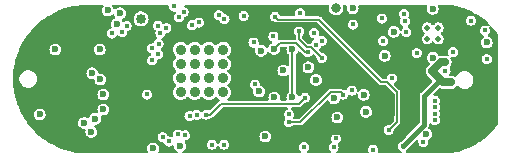
<source format=gbr>
G04 #@! TF.GenerationSoftware,KiCad,Pcbnew,6.0.9-8da3e8f707~116~ubuntu22.04.1*
G04 #@! TF.CreationDate,2022-12-14T18:32:49+01:00*
G04 #@! TF.ProjectId,nRF52832_qfaa,6e524635-3238-4333-925f-716661612e6b,rev?*
G04 #@! TF.SameCoordinates,Original*
G04 #@! TF.FileFunction,Copper,L3,Inr*
G04 #@! TF.FilePolarity,Positive*
%FSLAX45Y45*%
G04 Gerber Fmt 4.5, Leading zero omitted, Abs format (unit mm)*
G04 Created by KiCad (PCBNEW 6.0.9-8da3e8f707~116~ubuntu22.04.1) date 2022-12-14 18:32:49*
%MOMM*%
%LPD*%
G01*
G04 APERTURE LIST*
G04 #@! TA.AperFunction,ComponentPad*
%ADD10C,0.500000*%
G04 #@! TD*
G04 #@! TA.AperFunction,ComponentPad*
%ADD11C,0.908000*%
G04 #@! TD*
G04 #@! TA.AperFunction,ComponentPad*
%ADD12C,0.850000*%
G04 #@! TD*
G04 #@! TA.AperFunction,ViaPad*
%ADD13C,0.600000*%
G04 #@! TD*
G04 #@! TA.AperFunction,ViaPad*
%ADD14C,0.450000*%
G04 #@! TD*
G04 #@! TA.AperFunction,ViaPad*
%ADD15C,0.800000*%
G04 #@! TD*
G04 #@! TA.AperFunction,Conductor*
%ADD16C,0.400000*%
G04 #@! TD*
G04 #@! TA.AperFunction,Conductor*
%ADD17C,0.200000*%
G04 #@! TD*
G04 #@! TA.AperFunction,Conductor*
%ADD18C,0.254000*%
G04 #@! TD*
G04 #@! TA.AperFunction,Conductor*
%ADD19C,0.150000*%
G04 #@! TD*
G04 #@! TA.AperFunction,Conductor*
%ADD20C,0.127000*%
G04 #@! TD*
G04 #@! TA.AperFunction,Conductor*
%ADD21C,0.700000*%
G04 #@! TD*
G04 APERTURE END LIST*
D10*
X6473080Y-3097020D03*
X6568080Y-3097020D03*
X6568080Y-3192020D03*
X6473080Y-3192020D03*
D11*
X4745584Y-3644560D03*
X4745584Y-3524560D03*
X4745584Y-3404560D03*
X4745584Y-3284560D03*
X4625584Y-3644560D03*
X4625584Y-3524560D03*
X4625584Y-3404560D03*
X4625584Y-3284560D03*
X4505584Y-3644560D03*
X4505584Y-3524560D03*
X4505584Y-3404560D03*
X4505584Y-3284560D03*
X4385584Y-3644560D03*
X4385584Y-3524560D03*
X4385584Y-3404560D03*
X4385584Y-3284560D03*
D12*
X4051300Y-3022600D03*
D13*
X5935980Y-3667760D03*
X5684520Y-3695146D03*
D14*
X4100688Y-3663696D03*
X4233784Y-4023360D03*
X3928984Y-3083560D03*
X3890884Y-3134360D03*
X3801984Y-3147060D03*
X6845300Y-3037840D03*
X6964680Y-3121660D03*
X6628550Y-3464560D03*
X6977380Y-3365500D03*
X6441440Y-4064000D03*
X4144955Y-3274131D03*
D13*
X3326384Y-3282696D03*
D14*
X5305883Y-3831459D03*
X4754484Y-4087763D03*
X6537950Y-3881120D03*
D13*
X4151884Y-4120896D03*
D14*
X4192611Y-3080487D03*
D13*
X5713984Y-3858260D03*
D14*
X6537950Y-3716020D03*
D13*
X5104384Y-4019296D03*
D14*
X4919584Y-2997200D03*
D13*
X3192780Y-3832860D03*
D14*
X6017260Y-4130040D03*
X6101080Y-3210560D03*
D13*
X3631184Y-3981196D03*
D15*
X5702300Y-2933700D03*
D14*
X6384681Y-3312160D03*
X4652884Y-4087763D03*
X5003800Y-3223260D03*
D13*
X5468620Y-3434080D03*
X5051759Y-3637796D03*
D14*
X6537950Y-3827780D03*
D13*
X3638682Y-3483950D03*
X6464477Y-3998197D03*
D14*
X6537950Y-3769360D03*
X6177280Y-3528060D03*
D13*
X6977380Y-3223260D03*
D14*
X4144813Y-3375589D03*
X6278880Y-2980960D03*
X6654800Y-4132580D03*
X4498960Y-3936380D03*
X5292123Y-4143998D03*
D13*
X3262884Y-3904996D03*
X4930140Y-3192780D03*
D14*
X5867400Y-4046220D03*
X6809740Y-4058920D03*
X6370320Y-4104640D03*
X6738620Y-4112260D03*
X4805406Y-3821416D03*
D13*
X3162300Y-3251200D03*
X4259184Y-3743960D03*
D14*
X6736080Y-4010660D03*
X6184900Y-4130040D03*
X6609080Y-4071620D03*
X6327140Y-4140200D03*
X6118480Y-3612260D03*
D13*
X4381500Y-4099560D03*
X3568700Y-3905246D03*
D14*
X4461867Y-3846470D03*
X4194884Y-3321790D03*
D13*
X3732784Y-3790696D03*
D14*
X4198884Y-3233560D03*
D13*
X3732784Y-3663696D03*
D14*
X4214988Y-3143610D03*
D13*
X3701475Y-3282549D03*
X6520180Y-2939796D03*
D14*
X6284280Y-3045460D03*
D13*
X6189980Y-3134360D03*
X5255774Y-3459994D03*
D14*
X5834380Y-3629660D03*
D13*
X5532120Y-3540760D03*
D14*
X5581930Y-3208939D03*
X6088380Y-3020060D03*
X5531644Y-3241579D03*
X5844148Y-3070860D03*
D13*
X5842000Y-2933700D03*
D14*
X5514904Y-3141757D03*
D13*
X5067300Y-3294380D03*
D14*
X4411027Y-2965148D03*
D13*
X3873201Y-2975961D03*
X3770884Y-2952496D03*
D14*
X4328192Y-2918423D03*
D13*
X3847143Y-3066796D03*
D14*
X4372339Y-3010945D03*
X6691806Y-3305635D03*
X4709160Y-2991350D03*
X4757210Y-3027201D03*
X5460815Y-3306917D03*
D13*
X5180584Y-3689096D03*
X5955284Y-3810046D03*
D14*
X4284980Y-4061460D03*
D13*
X5177559Y-3278387D03*
D14*
X5016300Y-3578471D03*
D13*
X6113780Y-3337560D03*
D14*
X4424682Y-4009105D03*
X5701284Y-4036060D03*
X4520866Y-3835832D03*
D13*
X3662890Y-3868931D03*
X3707384Y-3536696D03*
D14*
X4265788Y-3103599D03*
X5581886Y-3353834D03*
X5390500Y-3128310D03*
X5171550Y-3172460D03*
X4361538Y-4000543D03*
X5681600Y-4110100D03*
X4540634Y-3054210D03*
X5430140Y-4110100D03*
X4483100Y-3078480D03*
X4604136Y-3834516D03*
X5440680Y-3690620D03*
X5302163Y-3900083D03*
X5763260Y-3665220D03*
D13*
X5332984Y-3282696D03*
D14*
X6677660Y-3561080D03*
X6624320Y-3393440D03*
X6268720Y-4102100D03*
X6296660Y-3134360D03*
D13*
X6521150Y-3352800D03*
D14*
X5398520Y-2975860D03*
D13*
X5332984Y-3689096D03*
D14*
X5184140Y-3004820D03*
X6146800Y-3967480D03*
D16*
X5525254Y-3070860D02*
X6066654Y-3612260D01*
X4165600Y-3937000D02*
X4267200Y-3937000D01*
X6177280Y-3671060D02*
X6118480Y-3612260D01*
D17*
X4805406Y-3821416D02*
X4787900Y-3838923D01*
D16*
X5052060Y-3070860D02*
X5525254Y-3070860D01*
X6066654Y-3612260D02*
X6118480Y-3612260D01*
X3444748Y-4074160D02*
X4025580Y-4074160D01*
X6387180Y-4121500D02*
X6559200Y-4121500D01*
X5677467Y-3978560D02*
X5725101Y-3978560D01*
D18*
X3377184Y-3466084D02*
X3377184Y-3777996D01*
D17*
X4787900Y-3838923D02*
X4787900Y-3937000D01*
D18*
X3162300Y-3251200D02*
X3377184Y-3466084D01*
D16*
X5176520Y-3937000D02*
X5219700Y-3980180D01*
X5726721Y-3980180D02*
X6029960Y-3980180D01*
X4787900Y-3937000D02*
X5176520Y-3937000D01*
X4025580Y-4074160D02*
X4162740Y-3937000D01*
X4930140Y-3192780D02*
X5052060Y-3070860D01*
X5675847Y-3980180D02*
X5677467Y-3978560D01*
D18*
X3377184Y-3777996D02*
X3262884Y-3892296D01*
D16*
X6029960Y-3980180D02*
X6177280Y-3832860D01*
X6559200Y-4121500D02*
X6609080Y-4071620D01*
X6177280Y-3832860D02*
X6177280Y-3671060D01*
D19*
X4259184Y-3928984D02*
X4267200Y-3937000D01*
X4259184Y-3743960D02*
X4259184Y-3928984D01*
D16*
X4267200Y-3937000D02*
X4787900Y-3937000D01*
X5725101Y-3978560D02*
X5726721Y-3980180D01*
X3262884Y-3892296D02*
X3444748Y-4074160D01*
X5219700Y-3980180D02*
X5675847Y-3980180D01*
X6370320Y-4104640D02*
X6387180Y-4121500D01*
D20*
X5440517Y-3306917D02*
X5364946Y-3231346D01*
X5364946Y-3231346D02*
X5224601Y-3231346D01*
X5224601Y-3231346D02*
X5177559Y-3278387D01*
X5460815Y-3306917D02*
X5440517Y-3306917D01*
X5491119Y-3263067D02*
X5581886Y-3353834D01*
X5390500Y-3128310D02*
X5396530Y-3128310D01*
X5455087Y-3263067D02*
X5491119Y-3263067D01*
X5390500Y-3128310D02*
X5389880Y-3128930D01*
X5585932Y-3357880D02*
X5590540Y-3357880D01*
X5581886Y-3353834D02*
X5585932Y-3357880D01*
X5389880Y-3197860D02*
X5455087Y-3263067D01*
X5389880Y-3128930D02*
X5389880Y-3197860D01*
D19*
X4638924Y-3834516D02*
X4729480Y-3743960D01*
X5387340Y-3743960D02*
X5440680Y-3690620D01*
X4604136Y-3834516D02*
X4638924Y-3834516D01*
X4729480Y-3743960D02*
X5387340Y-3743960D01*
D20*
X5302163Y-3900083D02*
X5398857Y-3900083D01*
X5741836Y-3643796D02*
X5763260Y-3665220D01*
X5398857Y-3900083D02*
X5655144Y-3643796D01*
X5655144Y-3643796D02*
X5741836Y-3643796D01*
D16*
X6449060Y-3677920D02*
X6565900Y-3561080D01*
X6565900Y-3561080D02*
X6677660Y-3561080D01*
D21*
X6611620Y-3561080D02*
X6517640Y-3467100D01*
X6677660Y-3561080D02*
X6611620Y-3561080D01*
D20*
X5332984Y-3282696D02*
X5332984Y-3689096D01*
D21*
X6517640Y-3467100D02*
X6592680Y-3392060D01*
D16*
X6268720Y-4102100D02*
X6449060Y-3921760D01*
X6449060Y-3921760D02*
X6449060Y-3677920D01*
D21*
X6592680Y-3392060D02*
X6624320Y-3392060D01*
D20*
X6085840Y-3556000D02*
X5559350Y-3029510D01*
X6131560Y-3556000D02*
X6085840Y-3556000D01*
X5559350Y-3029510D02*
X5208830Y-3029510D01*
X6220460Y-3893820D02*
X6146800Y-3967480D01*
X6220460Y-3848158D02*
X6220460Y-3893820D01*
X6220460Y-3848158D02*
X6220460Y-3644900D01*
X5208830Y-3029510D02*
X5184140Y-3004820D01*
X6220460Y-3644900D02*
X6131560Y-3556000D01*
G04 #@! TA.AperFunction,Conductor*
G36*
X3729605Y-2905592D02*
G01*
X3733564Y-2911042D01*
X3733564Y-2917778D01*
X3731368Y-2921625D01*
X3728622Y-2924735D01*
X3728292Y-2925438D01*
X3728292Y-2925438D01*
X3722859Y-2937009D01*
X3722859Y-2937009D01*
X3722529Y-2937712D01*
X3722409Y-2938480D01*
X3720896Y-2948200D01*
X3720323Y-2951878D01*
X3722182Y-2966094D01*
X3727956Y-2979216D01*
X3728455Y-2979810D01*
X3728455Y-2979811D01*
X3736681Y-2989597D01*
X3737181Y-2990191D01*
X3749115Y-2998135D01*
X3749856Y-2998366D01*
X3762059Y-3002179D01*
X3762059Y-3002179D01*
X3762800Y-3002410D01*
X3770557Y-3002552D01*
X3776358Y-3002659D01*
X3776358Y-3002659D01*
X3777134Y-3002673D01*
X3790966Y-2998902D01*
X3803183Y-2991400D01*
X3806787Y-2987419D01*
X3812629Y-2984066D01*
X3819327Y-2984788D01*
X3824321Y-2989309D01*
X3824844Y-2990344D01*
X3830273Y-3002682D01*
X3830773Y-3003276D01*
X3830773Y-3003276D01*
X3830985Y-3003529D01*
X3831088Y-3003782D01*
X3831183Y-3003936D01*
X3831157Y-3003952D01*
X3833514Y-3009772D01*
X3831890Y-3016310D01*
X3827134Y-3020456D01*
X3826496Y-3020639D01*
X3825839Y-3021053D01*
X3825838Y-3021053D01*
X3815027Y-3027875D01*
X3814371Y-3028289D01*
X3804880Y-3039035D01*
X3804550Y-3039738D01*
X3804550Y-3039738D01*
X3799118Y-3051309D01*
X3799117Y-3051309D01*
X3798787Y-3052012D01*
X3798668Y-3052780D01*
X3797311Y-3061494D01*
X3796582Y-3066178D01*
X3798441Y-3080394D01*
X3802059Y-3088617D01*
X3802678Y-3090024D01*
X3803353Y-3096727D01*
X3799959Y-3102546D01*
X3794406Y-3105180D01*
X3788671Y-3106088D01*
X3781382Y-3109802D01*
X3777939Y-3111556D01*
X3776662Y-3112207D01*
X3767131Y-3121738D01*
X3761012Y-3133747D01*
X3760878Y-3134595D01*
X3760878Y-3134595D01*
X3759359Y-3144181D01*
X3758904Y-3147060D01*
X3759038Y-3147907D01*
X3760878Y-3159525D01*
X3760878Y-3159525D01*
X3761012Y-3160373D01*
X3767131Y-3172382D01*
X3776662Y-3181913D01*
X3777426Y-3182302D01*
X3777426Y-3182302D01*
X3777637Y-3182410D01*
X3788671Y-3188032D01*
X3789519Y-3188166D01*
X3789519Y-3188166D01*
X3801137Y-3190006D01*
X3801984Y-3190140D01*
X3802831Y-3190006D01*
X3814449Y-3188166D01*
X3814449Y-3188166D01*
X3815297Y-3188032D01*
X3826331Y-3182410D01*
X3826542Y-3182302D01*
X3826542Y-3182302D01*
X3827306Y-3181913D01*
X3836837Y-3172382D01*
X3838253Y-3169602D01*
X3840791Y-3164621D01*
X3845555Y-3159857D01*
X3852209Y-3158803D01*
X3858211Y-3161862D01*
X3865562Y-3169213D01*
X3877571Y-3175332D01*
X3878419Y-3175466D01*
X3878419Y-3175466D01*
X3890037Y-3177306D01*
X3890884Y-3177440D01*
X3891731Y-3177306D01*
X3903349Y-3175466D01*
X3903349Y-3175466D01*
X3904197Y-3175332D01*
X3916206Y-3169213D01*
X3925737Y-3159682D01*
X3931856Y-3147673D01*
X3931990Y-3146825D01*
X3931990Y-3146825D01*
X3933830Y-3135207D01*
X3933964Y-3134360D01*
X3934053Y-3134374D01*
X3935912Y-3128654D01*
X3941362Y-3124694D01*
X3941449Y-3124666D01*
X3942297Y-3124532D01*
X3950636Y-3120283D01*
X3953542Y-3118802D01*
X3953542Y-3118802D01*
X3954306Y-3118413D01*
X3963837Y-3108882D01*
X3964845Y-3106904D01*
X3966529Y-3103599D01*
X3969956Y-3096873D01*
X3970090Y-3096025D01*
X3970090Y-3096025D01*
X3971930Y-3084407D01*
X3972064Y-3083560D01*
X3971676Y-3081105D01*
X3970090Y-3071095D01*
X3970090Y-3071095D01*
X3969956Y-3070247D01*
X3963837Y-3058238D01*
X3954306Y-3048707D01*
X3942297Y-3042588D01*
X3941449Y-3042454D01*
X3941449Y-3042454D01*
X3929831Y-3040614D01*
X3928984Y-3040480D01*
X3928137Y-3040614D01*
X3916519Y-3042454D01*
X3916519Y-3042454D01*
X3915671Y-3042588D01*
X3905893Y-3047570D01*
X3899239Y-3048624D01*
X3893237Y-3045566D01*
X3891022Y-3042370D01*
X3890063Y-3040261D01*
X3890063Y-3040260D01*
X3889741Y-3039553D01*
X3889234Y-3038965D01*
X3888816Y-3038311D01*
X3889045Y-3038164D01*
X3886914Y-3033083D01*
X3888458Y-3026525D01*
X3893203Y-3022389D01*
X3893283Y-3022367D01*
X3893979Y-3021940D01*
X3988294Y-3021940D01*
X3989955Y-3036988D01*
X3995158Y-3051206D01*
X3995524Y-3051751D01*
X3995525Y-3051751D01*
X3999420Y-3057547D01*
X4003602Y-3063772D01*
X4004088Y-3064213D01*
X4004088Y-3064213D01*
X4012547Y-3071910D01*
X4014800Y-3073961D01*
X4028105Y-3081185D01*
X4042749Y-3085026D01*
X4049439Y-3085131D01*
X4057229Y-3085254D01*
X4057229Y-3085254D01*
X4057886Y-3085264D01*
X4058527Y-3085117D01*
X4058527Y-3085117D01*
X4072004Y-3082031D01*
X4072644Y-3081884D01*
X4073230Y-3081589D01*
X4073230Y-3081589D01*
X4085582Y-3075377D01*
X4085582Y-3075377D01*
X4086169Y-3075082D01*
X4090120Y-3071707D01*
X4097181Y-3065676D01*
X4097681Y-3065249D01*
X4104408Y-3055888D01*
X4106132Y-3053489D01*
X4106516Y-3052955D01*
X4106843Y-3052141D01*
X4111619Y-3040261D01*
X4112162Y-3038908D01*
X4112268Y-3038164D01*
X4114245Y-3024272D01*
X4114245Y-3024271D01*
X4114296Y-3023920D01*
X4114309Y-3022600D01*
X4114122Y-3021053D01*
X4113227Y-3013656D01*
X4112491Y-3007570D01*
X4112258Y-3006956D01*
X4112258Y-3006955D01*
X4107959Y-2995578D01*
X4107139Y-2993408D01*
X4100756Y-2984120D01*
X4098936Y-2981472D01*
X4098564Y-2980931D01*
X4098074Y-2980494D01*
X4098074Y-2980494D01*
X4087751Y-2971297D01*
X4087751Y-2971297D01*
X4087260Y-2970860D01*
X4078611Y-2966280D01*
X4074461Y-2964083D01*
X4074460Y-2964083D01*
X4073880Y-2963776D01*
X4073244Y-2963616D01*
X4073244Y-2963616D01*
X4064887Y-2961517D01*
X4059197Y-2960087D01*
X4051679Y-2960048D01*
X4044715Y-2960012D01*
X4044714Y-2960012D01*
X4044058Y-2960008D01*
X4043419Y-2960162D01*
X4043419Y-2960162D01*
X4042164Y-2960463D01*
X4029337Y-2963542D01*
X4028753Y-2963844D01*
X4028753Y-2963844D01*
X4016467Y-2970185D01*
X4016467Y-2970185D01*
X4015883Y-2970486D01*
X4014349Y-2971825D01*
X4007361Y-2977921D01*
X4004475Y-2980438D01*
X4000405Y-2986229D01*
X3996696Y-2991507D01*
X3995770Y-2992825D01*
X3990270Y-3006930D01*
X3990184Y-3007582D01*
X3990184Y-3007582D01*
X3988881Y-3017484D01*
X3988294Y-3021940D01*
X3893979Y-3021940D01*
X3905500Y-3014866D01*
X3907478Y-3012681D01*
X3914600Y-3004813D01*
X3915121Y-3004237D01*
X3921372Y-2991335D01*
X3923118Y-2980960D01*
X3923681Y-2977612D01*
X3923681Y-2977612D01*
X3923751Y-2977197D01*
X3923766Y-2975961D01*
X3921734Y-2961770D01*
X3915800Y-2948719D01*
X3906441Y-2937858D01*
X3894411Y-2930060D01*
X3892014Y-2929343D01*
X3881419Y-2926175D01*
X3881419Y-2926175D01*
X3880675Y-2925952D01*
X3873507Y-2925908D01*
X3867116Y-2925869D01*
X3867115Y-2925869D01*
X3866339Y-2925865D01*
X3865592Y-2926078D01*
X3865592Y-2926078D01*
X3853301Y-2929591D01*
X3853300Y-2929591D01*
X3852554Y-2929804D01*
X3851897Y-2930219D01*
X3843763Y-2935351D01*
X3840429Y-2937454D01*
X3837434Y-2940845D01*
X3831633Y-2944269D01*
X3824927Y-2943630D01*
X3819878Y-2939170D01*
X3819342Y-2938141D01*
X3816777Y-2932500D01*
X3813482Y-2925253D01*
X3810270Y-2921525D01*
X3807665Y-2915313D01*
X3809209Y-2908755D01*
X3814312Y-2904358D01*
X3818527Y-2903510D01*
X4274711Y-2903510D01*
X4281118Y-2905592D01*
X4285078Y-2911042D01*
X4285477Y-2916115D01*
X4285246Y-2917575D01*
X4285112Y-2918423D01*
X4285246Y-2919270D01*
X4287086Y-2930888D01*
X4287086Y-2930888D01*
X4287220Y-2931735D01*
X4291114Y-2939378D01*
X4291732Y-2940590D01*
X4293339Y-2943745D01*
X4302870Y-2953276D01*
X4303634Y-2953665D01*
X4303634Y-2953665D01*
X4304498Y-2954105D01*
X4314879Y-2959395D01*
X4315727Y-2959529D01*
X4315727Y-2959529D01*
X4327345Y-2961369D01*
X4328192Y-2961503D01*
X4334761Y-2960463D01*
X4341414Y-2961517D01*
X4346178Y-2966280D01*
X4347232Y-2972934D01*
X4344173Y-2978936D01*
X4337487Y-2985623D01*
X4331367Y-2997632D01*
X4331233Y-2998480D01*
X4331233Y-2998480D01*
X4329891Y-3006955D01*
X4329259Y-3010945D01*
X4329393Y-3011792D01*
X4331233Y-3023410D01*
X4331233Y-3023410D01*
X4331367Y-3024257D01*
X4334675Y-3030748D01*
X4336551Y-3034430D01*
X4337487Y-3036267D01*
X4347017Y-3045798D01*
X4359027Y-3051917D01*
X4359874Y-3052051D01*
X4359874Y-3052051D01*
X4371492Y-3053891D01*
X4372339Y-3054025D01*
X4373187Y-3053891D01*
X4384804Y-3052051D01*
X4384805Y-3052051D01*
X4385652Y-3051917D01*
X4397661Y-3045798D01*
X4407192Y-3036267D01*
X4408128Y-3034430D01*
X4410004Y-3030748D01*
X4413311Y-3024257D01*
X4414735Y-3015267D01*
X4417793Y-3009265D01*
X4422748Y-3006740D01*
X4422676Y-3006520D01*
X4423492Y-3006255D01*
X4424339Y-3006120D01*
X4433854Y-3001272D01*
X4435585Y-3000391D01*
X4435585Y-3000390D01*
X4436349Y-3000001D01*
X4445000Y-2991350D01*
X4666080Y-2991350D01*
X4666214Y-2992197D01*
X4668054Y-3003815D01*
X4668054Y-3003815D01*
X4668188Y-3004663D01*
X4671558Y-3011277D01*
X4673321Y-3014736D01*
X4674307Y-3016672D01*
X4683838Y-3026203D01*
X4684602Y-3026592D01*
X4684602Y-3026592D01*
X4685339Y-3026967D01*
X4695847Y-3032322D01*
X4703195Y-3033486D01*
X4708090Y-3034261D01*
X4714092Y-3037319D01*
X4716094Y-3040586D01*
X4716238Y-3040513D01*
X4720413Y-3048707D01*
X4722357Y-3052523D01*
X4731888Y-3062053D01*
X4732652Y-3062443D01*
X4732652Y-3062443D01*
X4734063Y-3063162D01*
X4743897Y-3068172D01*
X4744744Y-3068307D01*
X4744745Y-3068307D01*
X4756362Y-3070147D01*
X4757210Y-3070281D01*
X4758057Y-3070147D01*
X4769675Y-3068307D01*
X4769675Y-3068307D01*
X4770522Y-3068172D01*
X4780356Y-3063162D01*
X4781768Y-3062443D01*
X4781768Y-3062443D01*
X4782532Y-3062053D01*
X4792063Y-3052523D01*
X4798182Y-3040513D01*
X4798316Y-3039666D01*
X4798316Y-3039666D01*
X4800156Y-3028048D01*
X4800290Y-3027201D01*
X4800001Y-3025375D01*
X4798316Y-3014736D01*
X4798316Y-3014735D01*
X4798182Y-3013888D01*
X4793561Y-3004820D01*
X4792452Y-3002643D01*
X4792452Y-3002642D01*
X4792063Y-3001879D01*
X4787384Y-2997200D01*
X4876504Y-2997200D01*
X4876638Y-2998047D01*
X4878478Y-3009665D01*
X4878478Y-3009665D01*
X4878612Y-3010513D01*
X4881751Y-3016672D01*
X4883772Y-3020639D01*
X4884731Y-3022522D01*
X4894262Y-3032053D01*
X4895026Y-3032442D01*
X4895026Y-3032442D01*
X4897074Y-3033486D01*
X4906271Y-3038172D01*
X4907119Y-3038306D01*
X4907119Y-3038306D01*
X4915748Y-3039673D01*
X4918653Y-3040133D01*
X4918737Y-3040146D01*
X4919584Y-3040280D01*
X4920431Y-3040146D01*
X4920515Y-3040133D01*
X4923420Y-3039673D01*
X4932049Y-3038306D01*
X4932049Y-3038306D01*
X4932897Y-3038172D01*
X4942094Y-3033486D01*
X4944142Y-3032442D01*
X4944142Y-3032442D01*
X4944906Y-3032053D01*
X4954437Y-3022522D01*
X4955396Y-3020639D01*
X4957418Y-3016672D01*
X4960556Y-3010513D01*
X4960690Y-3009665D01*
X4960690Y-3009665D01*
X4961458Y-3004820D01*
X5141060Y-3004820D01*
X5141194Y-3005667D01*
X5143034Y-3017285D01*
X5143034Y-3017285D01*
X5143168Y-3018133D01*
X5146426Y-3024527D01*
X5148132Y-3027875D01*
X5149287Y-3030142D01*
X5158818Y-3039673D01*
X5159582Y-3040062D01*
X5159582Y-3040062D01*
X5160611Y-3040586D01*
X5170827Y-3045792D01*
X5171675Y-3045926D01*
X5171675Y-3045926D01*
X5182057Y-3047570D01*
X5184140Y-3047900D01*
X5184987Y-3047766D01*
X5185327Y-3047766D01*
X5191383Y-3049603D01*
X5198529Y-3054378D01*
X5206230Y-3055910D01*
X5206230Y-3055910D01*
X5206231Y-3055910D01*
X5207777Y-3056218D01*
X5207777Y-3056218D01*
X5208830Y-3056427D01*
X5210377Y-3056119D01*
X5212503Y-3055910D01*
X5543900Y-3055910D01*
X5550307Y-3057992D01*
X5551607Y-3059102D01*
X6064575Y-3572070D01*
X6065930Y-3573722D01*
X6066807Y-3575033D01*
X6069011Y-3576506D01*
X6075539Y-3580868D01*
X6076592Y-3581078D01*
X6084077Y-3582566D01*
X6085840Y-3582917D01*
X6086893Y-3582708D01*
X6086893Y-3582708D01*
X6087387Y-3582609D01*
X6089514Y-3582400D01*
X6116110Y-3582400D01*
X6122517Y-3584482D01*
X6123817Y-3585592D01*
X6190867Y-3652643D01*
X6193926Y-3658645D01*
X6194060Y-3660350D01*
X6194060Y-3878370D01*
X6191978Y-3884777D01*
X6190867Y-3886077D01*
X6155603Y-3921341D01*
X6149601Y-3924400D01*
X6147896Y-3924534D01*
X6147647Y-3924534D01*
X6146800Y-3924400D01*
X6145953Y-3924534D01*
X6134335Y-3926374D01*
X6134335Y-3926374D01*
X6133487Y-3926508D01*
X6121478Y-3932627D01*
X6111947Y-3942158D01*
X6105828Y-3954167D01*
X6105694Y-3955015D01*
X6105694Y-3955015D01*
X6104908Y-3959977D01*
X6103720Y-3967480D01*
X6103854Y-3968327D01*
X6105694Y-3979945D01*
X6105694Y-3979945D01*
X6105828Y-3980793D01*
X6107857Y-3984774D01*
X6111266Y-3991465D01*
X6111947Y-3992802D01*
X6121478Y-4002333D01*
X6133487Y-4008452D01*
X6134335Y-4008586D01*
X6134335Y-4008586D01*
X6145953Y-4010426D01*
X6146800Y-4010560D01*
X6147647Y-4010426D01*
X6159265Y-4008586D01*
X6159265Y-4008586D01*
X6160113Y-4008452D01*
X6172122Y-4002333D01*
X6181653Y-3992802D01*
X6182334Y-3991465D01*
X6185743Y-3984774D01*
X6187772Y-3980793D01*
X6187906Y-3979945D01*
X6187906Y-3979945D01*
X6189746Y-3968327D01*
X6189880Y-3967480D01*
X6189746Y-3966633D01*
X6189746Y-3966384D01*
X6191828Y-3959977D01*
X6192939Y-3958677D01*
X6236530Y-3915085D01*
X6238182Y-3913729D01*
X6238601Y-3913450D01*
X6239493Y-3912853D01*
X6240966Y-3910649D01*
X6240966Y-3910649D01*
X6245328Y-3904121D01*
X6246018Y-3900656D01*
X6247168Y-3894873D01*
X6247377Y-3893820D01*
X6247069Y-3892272D01*
X6246860Y-3890146D01*
X6246860Y-3648574D01*
X6247069Y-3646447D01*
X6247168Y-3645953D01*
X6247168Y-3645953D01*
X6247377Y-3644900D01*
X6245328Y-3634599D01*
X6240966Y-3628071D01*
X6239493Y-3625867D01*
X6238182Y-3624990D01*
X6236530Y-3623635D01*
X6195460Y-3582565D01*
X6192402Y-3576563D01*
X6193456Y-3569909D01*
X6198219Y-3565146D01*
X6201838Y-3563302D01*
X6201838Y-3563302D01*
X6202602Y-3562913D01*
X6212133Y-3553382D01*
X6213192Y-3551303D01*
X6215323Y-3547121D01*
X6218252Y-3541373D01*
X6218386Y-3540525D01*
X6218386Y-3540525D01*
X6220226Y-3528907D01*
X6220360Y-3528060D01*
X6219919Y-3525273D01*
X6218386Y-3515595D01*
X6218386Y-3515595D01*
X6218252Y-3514747D01*
X6212133Y-3502738D01*
X6202602Y-3493207D01*
X6199765Y-3491762D01*
X6197867Y-3490794D01*
X6190593Y-3487088D01*
X6189745Y-3486954D01*
X6189745Y-3486954D01*
X6178127Y-3485114D01*
X6177280Y-3484980D01*
X6176433Y-3485114D01*
X6164815Y-3486954D01*
X6164815Y-3486954D01*
X6163967Y-3487088D01*
X6156693Y-3490794D01*
X6154795Y-3491762D01*
X6151958Y-3493207D01*
X6142427Y-3502738D01*
X6136308Y-3514747D01*
X6135468Y-3520050D01*
X6135412Y-3520405D01*
X6132354Y-3526407D01*
X6126351Y-3529466D01*
X6124646Y-3529600D01*
X6101290Y-3529600D01*
X6094883Y-3527518D01*
X6093583Y-3526407D01*
X5904117Y-3336942D01*
X6063219Y-3336942D01*
X6065078Y-3351158D01*
X6070852Y-3364280D01*
X6071351Y-3364874D01*
X6071351Y-3364875D01*
X6079577Y-3374661D01*
X6080077Y-3375255D01*
X6092011Y-3383199D01*
X6092752Y-3383430D01*
X6104955Y-3387243D01*
X6104955Y-3387243D01*
X6105696Y-3387474D01*
X6113453Y-3387616D01*
X6119254Y-3387723D01*
X6119254Y-3387723D01*
X6120030Y-3387737D01*
X6133862Y-3383966D01*
X6146079Y-3376464D01*
X6148787Y-3373473D01*
X6153821Y-3367911D01*
X6155700Y-3365835D01*
X6161951Y-3352933D01*
X6163960Y-3340990D01*
X6164260Y-3339211D01*
X6164260Y-3339211D01*
X6164330Y-3338795D01*
X6164345Y-3337560D01*
X6162312Y-3323368D01*
X6157216Y-3312160D01*
X6341601Y-3312160D01*
X6341735Y-3313007D01*
X6343575Y-3324625D01*
X6343575Y-3324625D01*
X6343709Y-3325473D01*
X6347466Y-3332845D01*
X6349005Y-3335867D01*
X6349828Y-3337482D01*
X6359359Y-3347013D01*
X6371368Y-3353132D01*
X6372216Y-3353266D01*
X6372216Y-3353266D01*
X6383834Y-3355106D01*
X6384681Y-3355240D01*
X6385528Y-3355106D01*
X6397146Y-3353266D01*
X6397146Y-3353266D01*
X6397994Y-3353132D01*
X6410003Y-3347013D01*
X6419534Y-3337482D01*
X6420357Y-3335867D01*
X6421896Y-3332845D01*
X6425653Y-3325473D01*
X6425787Y-3324625D01*
X6425787Y-3324625D01*
X6427627Y-3313007D01*
X6427761Y-3312160D01*
X6427376Y-3309729D01*
X6425787Y-3299695D01*
X6425787Y-3299695D01*
X6425653Y-3298847D01*
X6420010Y-3287773D01*
X6419923Y-3287602D01*
X6419923Y-3287602D01*
X6419534Y-3286838D01*
X6410003Y-3277307D01*
X6408694Y-3276640D01*
X6405284Y-3274903D01*
X6397994Y-3271188D01*
X6397146Y-3271054D01*
X6397146Y-3271054D01*
X6385528Y-3269214D01*
X6384681Y-3269080D01*
X6383834Y-3269214D01*
X6372216Y-3271054D01*
X6372216Y-3271054D01*
X6371368Y-3271188D01*
X6364078Y-3274903D01*
X6360668Y-3276640D01*
X6359359Y-3277307D01*
X6349828Y-3286838D01*
X6349439Y-3287602D01*
X6349439Y-3287602D01*
X6349352Y-3287773D01*
X6343709Y-3298847D01*
X6343575Y-3299695D01*
X6343575Y-3299695D01*
X6341986Y-3309729D01*
X6341601Y-3312160D01*
X6157216Y-3312160D01*
X6156378Y-3310317D01*
X6147020Y-3299456D01*
X6134989Y-3291658D01*
X6133416Y-3291188D01*
X6121998Y-3287773D01*
X6121998Y-3287773D01*
X6121254Y-3287551D01*
X6114086Y-3287507D01*
X6107694Y-3287468D01*
X6107694Y-3287468D01*
X6106918Y-3287463D01*
X6106171Y-3287676D01*
X6106171Y-3287676D01*
X6093879Y-3291189D01*
X6093879Y-3291189D01*
X6093133Y-3291403D01*
X6092476Y-3291817D01*
X6082481Y-3298124D01*
X6081008Y-3299053D01*
X6071518Y-3309799D01*
X6071188Y-3310502D01*
X6071188Y-3310502D01*
X6065755Y-3322073D01*
X6065755Y-3322073D01*
X6065425Y-3322776D01*
X6065305Y-3323544D01*
X6063909Y-3332509D01*
X6063219Y-3336942D01*
X5904117Y-3336942D01*
X5777735Y-3210560D01*
X6058000Y-3210560D01*
X6058134Y-3211407D01*
X6059974Y-3223025D01*
X6059974Y-3223025D01*
X6060108Y-3223873D01*
X6063765Y-3231050D01*
X6065476Y-3234407D01*
X6066227Y-3235882D01*
X6075758Y-3245413D01*
X6087767Y-3251532D01*
X6088615Y-3251666D01*
X6088615Y-3251666D01*
X6100233Y-3253506D01*
X6101080Y-3253640D01*
X6101927Y-3253506D01*
X6113545Y-3251666D01*
X6113545Y-3251666D01*
X6114393Y-3251532D01*
X6126402Y-3245413D01*
X6135933Y-3235882D01*
X6136684Y-3234407D01*
X6138395Y-3231050D01*
X6142052Y-3223873D01*
X6142186Y-3223025D01*
X6142186Y-3223025D01*
X6144026Y-3211407D01*
X6144160Y-3210560D01*
X6143646Y-3207313D01*
X6142186Y-3198095D01*
X6142186Y-3198095D01*
X6142052Y-3197247D01*
X6139105Y-3191464D01*
X6427570Y-3191464D01*
X6429243Y-3204259D01*
X6434440Y-3216071D01*
X6434940Y-3216665D01*
X6434940Y-3216665D01*
X6441871Y-3224911D01*
X6442744Y-3225949D01*
X6443390Y-3226379D01*
X6452840Y-3232670D01*
X6452840Y-3232670D01*
X6453486Y-3233100D01*
X6454226Y-3233331D01*
X6454226Y-3233331D01*
X6464842Y-3236647D01*
X6465803Y-3236948D01*
X6472447Y-3237070D01*
X6477929Y-3237170D01*
X6477930Y-3237170D01*
X6478705Y-3237184D01*
X6491155Y-3233790D01*
X6492280Y-3233100D01*
X6501490Y-3227444D01*
X6502152Y-3227038D01*
X6510812Y-3217471D01*
X6511151Y-3216772D01*
X6511553Y-3216175D01*
X6516862Y-3212028D01*
X6523594Y-3211792D01*
X6529179Y-3215559D01*
X6529277Y-3215700D01*
X6529440Y-3216071D01*
X6529940Y-3216665D01*
X6529940Y-3216665D01*
X6536871Y-3224911D01*
X6537744Y-3225949D01*
X6538390Y-3226379D01*
X6547840Y-3232670D01*
X6547840Y-3232670D01*
X6548486Y-3233100D01*
X6549226Y-3233331D01*
X6549226Y-3233331D01*
X6559842Y-3236647D01*
X6560803Y-3236948D01*
X6567447Y-3237070D01*
X6572929Y-3237170D01*
X6572930Y-3237170D01*
X6573705Y-3237184D01*
X6586155Y-3233790D01*
X6587280Y-3233100D01*
X6596490Y-3227444D01*
X6597152Y-3227038D01*
X6605812Y-3217471D01*
X6606202Y-3216665D01*
X6609535Y-3209787D01*
X6611439Y-3205857D01*
X6612727Y-3198201D01*
X6613510Y-3193548D01*
X6613510Y-3193547D01*
X6613580Y-3193132D01*
X6613593Y-3192020D01*
X6611764Y-3179246D01*
X6607202Y-3169213D01*
X6606744Y-3168205D01*
X6606744Y-3168205D01*
X6606423Y-3167499D01*
X6605916Y-3166911D01*
X6605916Y-3166911D01*
X6598506Y-3158311D01*
X6598506Y-3158311D01*
X6597999Y-3157723D01*
X6591734Y-3153662D01*
X6587490Y-3148430D01*
X6587131Y-3141703D01*
X6590795Y-3136050D01*
X6591959Y-3135226D01*
X6592229Y-3135061D01*
X6597152Y-3132038D01*
X6605812Y-3122471D01*
X6606202Y-3121665D01*
X6609945Y-3113940D01*
X6611439Y-3110857D01*
X6612754Y-3103038D01*
X6613510Y-3098548D01*
X6613510Y-3098547D01*
X6613580Y-3098132D01*
X6613585Y-3097680D01*
X6613588Y-3097441D01*
X6613593Y-3097020D01*
X6611764Y-3084246D01*
X6606423Y-3072499D01*
X6605916Y-3071911D01*
X6605916Y-3071911D01*
X6598506Y-3063311D01*
X6598506Y-3063311D01*
X6597999Y-3062723D01*
X6587171Y-3055704D01*
X6586427Y-3055482D01*
X6586427Y-3055482D01*
X6575551Y-3052229D01*
X6575551Y-3052229D01*
X6574807Y-3052007D01*
X6568396Y-3051967D01*
X6562680Y-3051932D01*
X6562679Y-3051932D01*
X6561903Y-3051928D01*
X6561156Y-3052141D01*
X6550242Y-3055260D01*
X6550242Y-3055261D01*
X6549495Y-3055474D01*
X6548839Y-3055888D01*
X6548839Y-3055888D01*
X6539953Y-3061494D01*
X6538582Y-3062360D01*
X6537742Y-3063311D01*
X6530554Y-3071450D01*
X6530553Y-3071450D01*
X6530040Y-3072032D01*
X6529710Y-3072735D01*
X6529687Y-3072770D01*
X6524429Y-3076982D01*
X6517700Y-3077299D01*
X6512070Y-3073600D01*
X6511670Y-3073043D01*
X6511423Y-3072499D01*
X6509285Y-3070018D01*
X6503506Y-3063311D01*
X6503506Y-3063311D01*
X6502999Y-3062723D01*
X6492171Y-3055704D01*
X6491427Y-3055482D01*
X6491427Y-3055482D01*
X6480551Y-3052229D01*
X6480551Y-3052229D01*
X6479807Y-3052007D01*
X6473396Y-3051967D01*
X6467680Y-3051932D01*
X6467679Y-3051932D01*
X6466903Y-3051928D01*
X6466156Y-3052141D01*
X6455242Y-3055260D01*
X6455242Y-3055261D01*
X6454495Y-3055474D01*
X6453839Y-3055888D01*
X6453839Y-3055888D01*
X6444953Y-3061494D01*
X6443582Y-3062360D01*
X6435040Y-3072032D01*
X6429555Y-3083713D01*
X6429436Y-3084480D01*
X6429436Y-3084481D01*
X6428662Y-3089452D01*
X6427570Y-3096464D01*
X6429243Y-3109259D01*
X6434440Y-3121071D01*
X6434940Y-3121665D01*
X6434940Y-3121665D01*
X6441039Y-3128921D01*
X6442744Y-3130949D01*
X6443390Y-3131379D01*
X6449522Y-3135461D01*
X6453702Y-3140744D01*
X6453978Y-3147475D01*
X6450245Y-3153083D01*
X6449298Y-3153753D01*
X6444307Y-3156902D01*
X6443582Y-3157360D01*
X6435040Y-3167032D01*
X6429555Y-3178713D01*
X6429436Y-3179480D01*
X6429436Y-3179481D01*
X6428165Y-3187642D01*
X6427570Y-3191464D01*
X6139105Y-3191464D01*
X6136792Y-3186925D01*
X6136322Y-3186002D01*
X6136322Y-3186002D01*
X6135933Y-3185238D01*
X6126402Y-3175707D01*
X6114393Y-3169588D01*
X6113545Y-3169454D01*
X6113545Y-3169454D01*
X6101927Y-3167614D01*
X6101080Y-3167480D01*
X6100233Y-3167614D01*
X6088615Y-3169454D01*
X6088615Y-3169454D01*
X6087767Y-3169588D01*
X6075758Y-3175707D01*
X6066227Y-3185238D01*
X6065838Y-3186002D01*
X6065838Y-3186002D01*
X6065368Y-3186925D01*
X6060108Y-3197247D01*
X6059974Y-3198095D01*
X6059974Y-3198095D01*
X6058514Y-3207313D01*
X6058000Y-3210560D01*
X5777735Y-3210560D01*
X5700917Y-3133742D01*
X6139419Y-3133742D01*
X6141278Y-3147958D01*
X6147052Y-3161080D01*
X6147551Y-3161674D01*
X6147551Y-3161675D01*
X6154091Y-3169454D01*
X6156277Y-3172055D01*
X6168211Y-3179999D01*
X6168952Y-3180230D01*
X6181155Y-3184043D01*
X6181155Y-3184043D01*
X6181896Y-3184274D01*
X6189653Y-3184416D01*
X6195454Y-3184523D01*
X6195454Y-3184523D01*
X6196230Y-3184537D01*
X6210062Y-3180766D01*
X6222279Y-3173264D01*
X6231900Y-3162635D01*
X6237647Y-3150774D01*
X6242314Y-3145915D01*
X6248945Y-3144728D01*
X6255007Y-3147666D01*
X6257168Y-3150578D01*
X6260401Y-3156922D01*
X6261807Y-3159682D01*
X6271338Y-3169213D01*
X6283347Y-3175332D01*
X6284195Y-3175466D01*
X6284195Y-3175466D01*
X6295813Y-3177306D01*
X6296660Y-3177440D01*
X6297507Y-3177306D01*
X6309125Y-3175466D01*
X6309125Y-3175466D01*
X6309973Y-3175332D01*
X6321982Y-3169213D01*
X6331513Y-3159682D01*
X6337632Y-3147673D01*
X6337766Y-3146825D01*
X6337766Y-3146825D01*
X6339606Y-3135207D01*
X6339740Y-3134360D01*
X6339373Y-3132038D01*
X6337766Y-3121895D01*
X6337766Y-3121895D01*
X6337632Y-3121047D01*
X6332050Y-3110092D01*
X6331902Y-3109802D01*
X6331902Y-3109802D01*
X6331513Y-3109038D01*
X6321982Y-3099507D01*
X6317368Y-3097156D01*
X6314433Y-3095661D01*
X6309669Y-3090897D01*
X6308615Y-3084243D01*
X6311674Y-3078241D01*
X6319133Y-3070782D01*
X6320170Y-3068746D01*
X6321870Y-3065411D01*
X6325252Y-3058773D01*
X6325386Y-3057925D01*
X6325386Y-3057925D01*
X6327226Y-3046307D01*
X6327360Y-3045460D01*
X6327008Y-3043238D01*
X6326154Y-3037840D01*
X6802220Y-3037840D01*
X6802354Y-3038687D01*
X6804194Y-3050305D01*
X6804194Y-3050305D01*
X6804328Y-3051153D01*
X6806078Y-3054588D01*
X6809598Y-3061494D01*
X6810447Y-3063162D01*
X6819978Y-3072693D01*
X6820742Y-3073082D01*
X6820742Y-3073082D01*
X6822466Y-3073961D01*
X6831987Y-3078812D01*
X6832835Y-3078946D01*
X6832835Y-3078946D01*
X6844453Y-3080786D01*
X6845300Y-3080920D01*
X6846147Y-3080786D01*
X6857765Y-3078946D01*
X6857765Y-3078946D01*
X6858613Y-3078812D01*
X6868134Y-3073961D01*
X6869858Y-3073082D01*
X6869858Y-3073082D01*
X6870622Y-3072693D01*
X6880153Y-3063162D01*
X6881002Y-3061494D01*
X6884522Y-3054588D01*
X6886272Y-3051153D01*
X6886406Y-3050305D01*
X6886406Y-3050305D01*
X6888246Y-3038687D01*
X6888380Y-3037840D01*
X6887794Y-3034137D01*
X6886406Y-3025375D01*
X6886406Y-3025375D01*
X6886272Y-3024527D01*
X6880153Y-3012518D01*
X6870622Y-3002987D01*
X6869848Y-3002593D01*
X6863572Y-2999395D01*
X6858613Y-2996868D01*
X6857765Y-2996734D01*
X6857765Y-2996734D01*
X6846147Y-2994894D01*
X6845300Y-2994760D01*
X6844453Y-2994894D01*
X6832835Y-2996734D01*
X6832835Y-2996734D01*
X6831987Y-2996868D01*
X6827028Y-2999395D01*
X6820752Y-3002593D01*
X6819978Y-3002987D01*
X6810447Y-3012518D01*
X6804328Y-3024527D01*
X6804194Y-3025375D01*
X6804194Y-3025375D01*
X6802806Y-3034137D01*
X6802220Y-3037840D01*
X6326154Y-3037840D01*
X6325386Y-3032995D01*
X6325386Y-3032995D01*
X6325252Y-3032147D01*
X6319133Y-3020138D01*
X6316478Y-3017484D01*
X6313420Y-3011481D01*
X6314474Y-3004828D01*
X6318530Y-2996868D01*
X6319852Y-2994273D01*
X6319986Y-2993425D01*
X6319986Y-2993425D01*
X6321826Y-2981807D01*
X6321960Y-2980960D01*
X6321602Y-2978700D01*
X6319986Y-2968495D01*
X6319986Y-2968495D01*
X6319852Y-2967647D01*
X6313733Y-2955638D01*
X6304202Y-2946107D01*
X6292193Y-2939988D01*
X6291345Y-2939854D01*
X6291345Y-2939854D01*
X6279727Y-2938014D01*
X6278880Y-2937880D01*
X6278033Y-2938014D01*
X6266415Y-2939854D01*
X6266415Y-2939854D01*
X6265567Y-2939988D01*
X6253558Y-2946107D01*
X6244027Y-2955638D01*
X6237908Y-2967647D01*
X6237774Y-2968495D01*
X6237774Y-2968495D01*
X6236157Y-2978700D01*
X6235800Y-2980960D01*
X6235934Y-2981807D01*
X6237774Y-2993425D01*
X6237774Y-2993425D01*
X6237908Y-2994273D01*
X6240267Y-2998902D01*
X6242851Y-3003973D01*
X6244027Y-3006282D01*
X6246682Y-3008936D01*
X6249740Y-3014939D01*
X6248686Y-3021592D01*
X6245465Y-3027914D01*
X6243308Y-3032147D01*
X6243174Y-3032995D01*
X6243174Y-3032995D01*
X6241551Y-3043238D01*
X6241200Y-3045460D01*
X6241334Y-3046307D01*
X6243174Y-3057925D01*
X6243174Y-3057925D01*
X6243308Y-3058773D01*
X6246690Y-3065411D01*
X6248390Y-3068746D01*
X6249427Y-3070782D01*
X6258958Y-3080313D01*
X6262202Y-3081966D01*
X6266507Y-3084159D01*
X6271271Y-3088923D01*
X6272325Y-3095577D01*
X6269266Y-3101579D01*
X6261807Y-3109038D01*
X6261418Y-3109802D01*
X6261418Y-3109802D01*
X6257094Y-3118289D01*
X6252330Y-3123052D01*
X6245676Y-3124106D01*
X6239674Y-3121048D01*
X6237459Y-3117852D01*
X6232900Y-3107825D01*
X6232900Y-3107824D01*
X6232578Y-3107117D01*
X6223220Y-3096256D01*
X6211189Y-3088458D01*
X6208745Y-3087727D01*
X6198198Y-3084573D01*
X6198198Y-3084573D01*
X6197454Y-3084351D01*
X6190286Y-3084307D01*
X6183894Y-3084268D01*
X6183894Y-3084268D01*
X6183118Y-3084263D01*
X6182371Y-3084476D01*
X6182371Y-3084476D01*
X6170079Y-3087989D01*
X6170079Y-3087989D01*
X6169333Y-3088203D01*
X6168676Y-3088617D01*
X6158271Y-3095182D01*
X6157208Y-3095853D01*
X6147718Y-3106599D01*
X6147388Y-3107302D01*
X6147388Y-3107302D01*
X6141955Y-3118873D01*
X6141955Y-3118873D01*
X6141625Y-3119576D01*
X6141505Y-3120344D01*
X6139824Y-3131145D01*
X6139419Y-3133742D01*
X5700917Y-3133742D01*
X5638035Y-3070860D01*
X5801068Y-3070860D01*
X5801202Y-3071707D01*
X5803042Y-3083325D01*
X5803042Y-3083325D01*
X5803177Y-3084173D01*
X5805867Y-3089452D01*
X5808588Y-3094792D01*
X5809296Y-3096182D01*
X5818826Y-3105713D01*
X5819590Y-3106102D01*
X5819590Y-3106102D01*
X5821583Y-3107117D01*
X5830836Y-3111832D01*
X5831683Y-3111966D01*
X5831683Y-3111966D01*
X5843301Y-3113806D01*
X5844148Y-3113940D01*
X5844996Y-3113806D01*
X5856613Y-3111966D01*
X5856614Y-3111966D01*
X5857461Y-3111832D01*
X5866714Y-3107117D01*
X5868706Y-3106102D01*
X5868707Y-3106102D01*
X5869470Y-3105713D01*
X5879001Y-3096182D01*
X5879709Y-3094792D01*
X5882430Y-3089452D01*
X5885120Y-3084173D01*
X5885255Y-3083325D01*
X5885255Y-3083325D01*
X5887095Y-3071707D01*
X5887229Y-3070860D01*
X5886821Y-3068287D01*
X5885255Y-3058395D01*
X5885255Y-3058395D01*
X5885120Y-3057547D01*
X5880616Y-3048707D01*
X5879391Y-3046302D01*
X5879390Y-3046302D01*
X5879001Y-3045538D01*
X5869470Y-3036007D01*
X5868278Y-3035400D01*
X5863559Y-3032995D01*
X5857461Y-3029888D01*
X5856614Y-3029754D01*
X5856613Y-3029754D01*
X5844996Y-3027914D01*
X5844148Y-3027780D01*
X5843301Y-3027914D01*
X5831683Y-3029754D01*
X5831683Y-3029754D01*
X5830836Y-3029888D01*
X5824738Y-3032995D01*
X5820019Y-3035400D01*
X5818826Y-3036007D01*
X5809296Y-3045538D01*
X5808906Y-3046302D01*
X5808906Y-3046302D01*
X5807681Y-3048707D01*
X5803177Y-3057547D01*
X5803042Y-3058395D01*
X5803042Y-3058395D01*
X5801476Y-3068287D01*
X5801068Y-3070860D01*
X5638035Y-3070860D01*
X5587235Y-3020060D01*
X6045300Y-3020060D01*
X6045434Y-3020907D01*
X6047274Y-3032525D01*
X6047274Y-3032525D01*
X6047408Y-3033373D01*
X6053527Y-3045382D01*
X6063058Y-3054913D01*
X6063822Y-3055302D01*
X6063822Y-3055302D01*
X6065619Y-3056218D01*
X6075067Y-3061032D01*
X6075915Y-3061166D01*
X6075915Y-3061166D01*
X6087533Y-3063006D01*
X6088380Y-3063140D01*
X6089227Y-3063006D01*
X6100845Y-3061166D01*
X6100845Y-3061166D01*
X6101693Y-3061032D01*
X6111141Y-3056218D01*
X6112938Y-3055302D01*
X6112938Y-3055302D01*
X6113702Y-3054913D01*
X6123233Y-3045382D01*
X6129352Y-3033373D01*
X6129486Y-3032525D01*
X6129486Y-3032525D01*
X6131326Y-3020907D01*
X6131460Y-3020060D01*
X6130446Y-3013656D01*
X6129486Y-3007595D01*
X6129486Y-3007595D01*
X6129352Y-3006747D01*
X6124487Y-2997200D01*
X6123622Y-2995502D01*
X6123622Y-2995502D01*
X6123233Y-2994738D01*
X6113702Y-2985207D01*
X6111569Y-2984120D01*
X6107029Y-2981807D01*
X6101693Y-2979088D01*
X6100845Y-2978954D01*
X6100845Y-2978954D01*
X6089227Y-2977114D01*
X6088380Y-2976980D01*
X6087533Y-2977114D01*
X6075915Y-2978954D01*
X6075915Y-2978954D01*
X6075067Y-2979088D01*
X6069731Y-2981807D01*
X6065191Y-2984120D01*
X6063058Y-2985207D01*
X6053527Y-2994738D01*
X6053138Y-2995502D01*
X6053138Y-2995502D01*
X6052273Y-2997200D01*
X6047408Y-3006747D01*
X6047274Y-3007595D01*
X6047274Y-3007595D01*
X6046314Y-3013656D01*
X6045300Y-3020060D01*
X5587235Y-3020060D01*
X5580615Y-3013440D01*
X5579260Y-3011788D01*
X5578980Y-3011369D01*
X5578383Y-3010477D01*
X5569651Y-3004642D01*
X5561950Y-3003110D01*
X5559350Y-3002593D01*
X5558297Y-3002802D01*
X5558297Y-3002802D01*
X5557803Y-3002901D01*
X5555676Y-3003110D01*
X5449825Y-3003110D01*
X5443418Y-3001028D01*
X5439458Y-2995578D01*
X5439458Y-2989238D01*
X5439492Y-2989173D01*
X5441600Y-2975860D01*
X5441419Y-2974715D01*
X5439626Y-2963395D01*
X5439626Y-2963395D01*
X5439492Y-2962547D01*
X5433373Y-2950538D01*
X5423842Y-2941007D01*
X5423063Y-2940610D01*
X5418882Y-2938480D01*
X5411833Y-2934888D01*
X5410985Y-2934754D01*
X5410985Y-2934754D01*
X5399367Y-2932914D01*
X5398520Y-2932780D01*
X5397673Y-2932914D01*
X5386055Y-2934754D01*
X5386055Y-2934754D01*
X5385207Y-2934888D01*
X5378158Y-2938480D01*
X5373977Y-2940610D01*
X5373198Y-2941007D01*
X5363667Y-2950538D01*
X5357548Y-2962547D01*
X5357414Y-2963395D01*
X5357414Y-2963395D01*
X5355621Y-2974715D01*
X5355440Y-2975860D01*
X5357548Y-2989173D01*
X5357582Y-2989238D01*
X5357582Y-2995578D01*
X5353622Y-3001028D01*
X5347215Y-3003110D01*
X5236259Y-3003110D01*
X5229852Y-3001028D01*
X5225893Y-2995578D01*
X5225493Y-2993915D01*
X5225246Y-2992354D01*
X5225246Y-2992354D01*
X5225112Y-2991507D01*
X5224323Y-2989959D01*
X5219382Y-2980262D01*
X5219382Y-2980262D01*
X5218993Y-2979498D01*
X5209462Y-2969967D01*
X5206573Y-2968495D01*
X5202689Y-2966516D01*
X5197453Y-2963848D01*
X5196605Y-2963714D01*
X5196605Y-2963714D01*
X5184987Y-2961874D01*
X5184140Y-2961740D01*
X5183293Y-2961874D01*
X5171675Y-2963714D01*
X5171675Y-2963714D01*
X5170827Y-2963848D01*
X5165591Y-2966516D01*
X5161707Y-2968495D01*
X5158818Y-2969967D01*
X5149287Y-2979498D01*
X5148898Y-2980262D01*
X5148898Y-2980262D01*
X5147574Y-2982860D01*
X5143168Y-2991507D01*
X5143034Y-2992355D01*
X5143034Y-2992355D01*
X5141412Y-3002598D01*
X5141060Y-3004820D01*
X4961458Y-3004820D01*
X4962530Y-2998047D01*
X4962664Y-2997200D01*
X4962483Y-2996055D01*
X4960690Y-2984735D01*
X4960690Y-2984735D01*
X4960556Y-2983887D01*
X4956034Y-2975013D01*
X4954826Y-2972642D01*
X4954826Y-2972642D01*
X4954437Y-2971878D01*
X4944906Y-2962347D01*
X4943714Y-2961740D01*
X4940322Y-2960012D01*
X4932897Y-2956228D01*
X4932049Y-2956094D01*
X4932049Y-2956094D01*
X4920431Y-2954254D01*
X4919584Y-2954120D01*
X4918737Y-2954254D01*
X4907119Y-2956094D01*
X4907119Y-2956094D01*
X4906271Y-2956228D01*
X4898846Y-2960012D01*
X4895455Y-2961740D01*
X4894262Y-2962347D01*
X4884731Y-2971878D01*
X4884342Y-2972642D01*
X4884342Y-2972642D01*
X4883134Y-2975013D01*
X4878612Y-2983887D01*
X4878478Y-2984735D01*
X4878478Y-2984735D01*
X4876685Y-2996055D01*
X4876504Y-2997200D01*
X4787384Y-2997200D01*
X4782532Y-2992348D01*
X4781470Y-2991807D01*
X4778599Y-2990344D01*
X4770522Y-2986229D01*
X4761091Y-2984735D01*
X4758280Y-2984290D01*
X4752278Y-2981231D01*
X4750276Y-2977964D01*
X4750132Y-2978037D01*
X4744402Y-2966792D01*
X4744402Y-2966792D01*
X4744013Y-2966028D01*
X4734482Y-2956497D01*
X4733247Y-2955868D01*
X4728391Y-2953394D01*
X4722473Y-2950378D01*
X4721625Y-2950244D01*
X4721625Y-2950244D01*
X4710007Y-2948404D01*
X4709160Y-2948270D01*
X4708313Y-2948404D01*
X4696695Y-2950244D01*
X4696695Y-2950244D01*
X4695847Y-2950378D01*
X4689929Y-2953394D01*
X4685073Y-2955868D01*
X4683838Y-2956497D01*
X4674307Y-2966028D01*
X4673918Y-2966792D01*
X4673918Y-2966792D01*
X4673060Y-2968477D01*
X4668188Y-2978037D01*
X4668054Y-2978885D01*
X4668054Y-2978885D01*
X4666891Y-2986229D01*
X4666080Y-2991350D01*
X4445000Y-2991350D01*
X4445880Y-2990470D01*
X4446385Y-2989479D01*
X4448301Y-2985719D01*
X4451999Y-2978461D01*
X4452133Y-2977614D01*
X4452133Y-2977613D01*
X4453973Y-2965996D01*
X4454107Y-2965148D01*
X4453818Y-2963324D01*
X4452133Y-2952683D01*
X4452133Y-2952683D01*
X4451999Y-2951836D01*
X4447593Y-2943188D01*
X4446269Y-2940590D01*
X4446269Y-2940590D01*
X4445880Y-2939826D01*
X4436349Y-2930296D01*
X4435450Y-2929837D01*
X4424339Y-2924177D01*
X4424498Y-2923866D01*
X4420301Y-2920816D01*
X4418220Y-2914409D01*
X4420302Y-2908002D01*
X4425752Y-2904043D01*
X4429120Y-2903510D01*
X5633576Y-2903510D01*
X5639983Y-2905592D01*
X5643942Y-2911042D01*
X5644105Y-2917231D01*
X5644069Y-2917363D01*
X5643796Y-2918024D01*
X5643428Y-2920816D01*
X5642735Y-2926078D01*
X5641732Y-2933700D01*
X5643796Y-2949376D01*
X5644069Y-2950036D01*
X5644069Y-2950036D01*
X5645411Y-2953276D01*
X5649846Y-2963984D01*
X5650281Y-2964551D01*
X5650281Y-2964551D01*
X5656289Y-2972380D01*
X5659472Y-2976528D01*
X5660039Y-2976963D01*
X5671449Y-2985719D01*
X5671449Y-2985719D01*
X5672016Y-2986154D01*
X5680602Y-2989710D01*
X5685964Y-2991931D01*
X5685964Y-2991931D01*
X5686624Y-2992204D01*
X5702300Y-2994268D01*
X5717976Y-2992204D01*
X5718636Y-2991931D01*
X5718636Y-2991931D01*
X5723998Y-2989710D01*
X5732584Y-2986154D01*
X5733151Y-2985719D01*
X5733151Y-2985719D01*
X5744561Y-2976963D01*
X5745128Y-2976528D01*
X5748311Y-2972380D01*
X5754319Y-2964551D01*
X5754319Y-2964551D01*
X5754754Y-2963984D01*
X5759189Y-2953276D01*
X5760531Y-2950036D01*
X5760531Y-2950036D01*
X5760804Y-2949376D01*
X5762868Y-2933700D01*
X5761865Y-2926078D01*
X5761172Y-2920816D01*
X5760804Y-2918024D01*
X5760531Y-2917363D01*
X5760495Y-2917231D01*
X5760848Y-2910504D01*
X5765087Y-2905268D01*
X5771024Y-2903510D01*
X5783739Y-2903510D01*
X5790146Y-2905592D01*
X5794106Y-2911042D01*
X5794163Y-2917597D01*
X5793975Y-2918213D01*
X5793645Y-2918916D01*
X5792515Y-2926175D01*
X5791885Y-2930219D01*
X5791439Y-2933082D01*
X5793298Y-2947298D01*
X5799072Y-2960420D01*
X5799571Y-2961014D01*
X5799571Y-2961015D01*
X5807607Y-2970573D01*
X5808297Y-2971395D01*
X5820231Y-2979339D01*
X5820972Y-2979570D01*
X5833175Y-2983383D01*
X5833175Y-2983383D01*
X5833916Y-2983614D01*
X5841673Y-2983756D01*
X5847474Y-2983863D01*
X5847474Y-2983863D01*
X5848250Y-2983877D01*
X5862082Y-2980106D01*
X5874299Y-2972604D01*
X5883920Y-2961975D01*
X5890171Y-2949073D01*
X5892010Y-2938141D01*
X5892480Y-2935351D01*
X5892480Y-2935351D01*
X5892550Y-2934935D01*
X5892565Y-2933700D01*
X5890532Y-2919508D01*
X5890211Y-2918801D01*
X5889993Y-2918056D01*
X5890162Y-2918006D01*
X5889509Y-2912228D01*
X5892831Y-2906368D01*
X5898963Y-2903579D01*
X5900188Y-2903510D01*
X6464761Y-2903510D01*
X6471168Y-2905592D01*
X6475127Y-2911042D01*
X6475127Y-2917778D01*
X6474628Y-2919042D01*
X6472155Y-2924309D01*
X6472155Y-2924309D01*
X6471825Y-2925012D01*
X6471705Y-2925780D01*
X6469797Y-2938036D01*
X6469619Y-2939178D01*
X6471478Y-2953394D01*
X6477252Y-2966516D01*
X6477751Y-2967110D01*
X6477751Y-2967111D01*
X6485818Y-2976707D01*
X6486477Y-2977491D01*
X6498411Y-2985435D01*
X6499152Y-2985666D01*
X6511355Y-2989479D01*
X6511355Y-2989479D01*
X6512096Y-2989710D01*
X6519853Y-2989852D01*
X6525654Y-2989959D01*
X6525654Y-2989959D01*
X6526430Y-2989973D01*
X6540262Y-2986202D01*
X6552479Y-2978700D01*
X6562100Y-2968071D01*
X6568351Y-2955169D01*
X6570185Y-2944269D01*
X6570660Y-2941447D01*
X6570660Y-2941447D01*
X6570730Y-2941031D01*
X6570745Y-2939796D01*
X6568712Y-2925604D01*
X6568123Y-2924309D01*
X6565674Y-2918921D01*
X6564917Y-2912227D01*
X6568239Y-2906367D01*
X6574372Y-2903579D01*
X6575596Y-2903510D01*
X6592765Y-2903510D01*
X6594881Y-2903750D01*
X6595048Y-2903750D01*
X6596244Y-2904026D01*
X6597441Y-2903755D01*
X6598313Y-2903756D01*
X6599629Y-2903634D01*
X6638670Y-2905076D01*
X6639471Y-2905135D01*
X6681230Y-2909780D01*
X6682024Y-2909898D01*
X6723328Y-2917612D01*
X6724110Y-2917788D01*
X6764731Y-2928528D01*
X6765500Y-2928762D01*
X6783386Y-2934935D01*
X6805217Y-2942470D01*
X6805967Y-2942760D01*
X6844564Y-2959361D01*
X6845290Y-2959705D01*
X6882558Y-2979109D01*
X6883257Y-2979506D01*
X6901228Y-2990621D01*
X6918991Y-3001607D01*
X6919659Y-3002055D01*
X6927276Y-3007582D01*
X6953665Y-3026731D01*
X6954297Y-3027227D01*
X6986344Y-3054306D01*
X6986390Y-3054345D01*
X6986985Y-3054887D01*
X7000140Y-3067783D01*
X7000745Y-3068376D01*
X7003863Y-3074348D01*
X7002875Y-3081011D01*
X6998160Y-3085822D01*
X6991517Y-3086942D01*
X6988166Y-3085872D01*
X6980500Y-3081966D01*
X6977993Y-3080688D01*
X6977145Y-3080554D01*
X6977145Y-3080554D01*
X6965527Y-3078714D01*
X6964680Y-3078580D01*
X6963833Y-3078714D01*
X6952215Y-3080554D01*
X6952215Y-3080554D01*
X6951367Y-3080688D01*
X6944068Y-3084407D01*
X6941292Y-3085822D01*
X6939358Y-3086807D01*
X6929827Y-3096338D01*
X6929438Y-3097102D01*
X6929438Y-3097102D01*
X6929371Y-3097234D01*
X6923708Y-3108347D01*
X6923574Y-3109195D01*
X6923574Y-3109195D01*
X6922133Y-3118289D01*
X6921600Y-3121660D01*
X6921734Y-3122507D01*
X6923574Y-3134125D01*
X6923574Y-3134125D01*
X6923708Y-3134973D01*
X6929827Y-3146982D01*
X6939358Y-3156513D01*
X6941662Y-3157687D01*
X6949945Y-3161907D01*
X6954709Y-3166671D01*
X6955763Y-3173325D01*
X6952704Y-3179327D01*
X6950814Y-3180838D01*
X6944608Y-3184753D01*
X6935118Y-3195499D01*
X6934788Y-3196202D01*
X6934788Y-3196202D01*
X6929355Y-3207773D01*
X6929355Y-3207773D01*
X6929025Y-3208476D01*
X6928905Y-3209244D01*
X6927338Y-3219309D01*
X6926819Y-3222642D01*
X6928678Y-3236858D01*
X6934452Y-3249980D01*
X6934951Y-3250574D01*
X6934951Y-3250575D01*
X6942444Y-3259488D01*
X6943677Y-3260955D01*
X6955611Y-3268899D01*
X6956352Y-3269130D01*
X6968555Y-3272943D01*
X6968555Y-3272943D01*
X6969296Y-3273174D01*
X6977053Y-3273316D01*
X6982854Y-3273423D01*
X6982854Y-3273423D01*
X6983630Y-3273437D01*
X6997462Y-3269666D01*
X7009679Y-3262164D01*
X7011794Y-3259828D01*
X7018779Y-3252111D01*
X7019300Y-3251535D01*
X7025551Y-3238633D01*
X7027149Y-3229135D01*
X7027860Y-3224911D01*
X7027860Y-3224911D01*
X7027930Y-3224495D01*
X7027945Y-3223260D01*
X7025912Y-3209068D01*
X7019978Y-3196017D01*
X7010620Y-3185156D01*
X6998589Y-3177358D01*
X6996085Y-3176609D01*
X6993126Y-3175724D01*
X6987584Y-3171894D01*
X6985352Y-3165538D01*
X6987282Y-3159084D01*
X6989587Y-3156724D01*
X6990002Y-3156513D01*
X6999533Y-3146982D01*
X7005652Y-3134973D01*
X7005786Y-3134125D01*
X7005786Y-3134125D01*
X7007626Y-3122507D01*
X7007760Y-3121660D01*
X7007226Y-3118289D01*
X7005786Y-3109195D01*
X7005786Y-3109195D01*
X7005652Y-3108347D01*
X7000217Y-3097680D01*
X6999163Y-3091027D01*
X7002221Y-3085024D01*
X7008224Y-3081966D01*
X7014877Y-3083020D01*
X7018113Y-3085532D01*
X7045294Y-3116429D01*
X7045802Y-3117053D01*
X7067136Y-3145253D01*
X7069211Y-3150139D01*
X7075905Y-3192803D01*
X7076098Y-3194034D01*
X7076230Y-3195724D01*
X7076230Y-3877641D01*
X7076059Y-3879566D01*
X7069639Y-3915337D01*
X7069388Y-3916731D01*
X7067353Y-3921381D01*
X7045802Y-3949868D01*
X7045293Y-3950491D01*
X7042704Y-3953435D01*
X7017541Y-3982037D01*
X7016989Y-3982620D01*
X6986983Y-4012034D01*
X6986390Y-4012574D01*
X6957365Y-4037101D01*
X6954298Y-4039693D01*
X6953665Y-4040189D01*
X6935298Y-4053517D01*
X6919659Y-4064865D01*
X6918991Y-4065313D01*
X6913040Y-4068994D01*
X6884278Y-4086782D01*
X6883257Y-4087413D01*
X6882558Y-4087811D01*
X6860540Y-4099275D01*
X6860540Y-3987800D01*
X6591300Y-3987800D01*
X6591300Y-4089400D01*
X6489700Y-4104640D01*
X6473496Y-4092119D01*
X6476293Y-4089322D01*
X6477063Y-4087811D01*
X6478608Y-4084778D01*
X6482412Y-4077313D01*
X6482546Y-4076465D01*
X6482546Y-4076465D01*
X6484386Y-4064847D01*
X6484520Y-4064000D01*
X6484106Y-4061382D01*
X6482862Y-4053530D01*
X6483916Y-4046876D01*
X6487925Y-4042536D01*
X6496114Y-4037507D01*
X6496776Y-4037101D01*
X6497647Y-4036138D01*
X6502408Y-4030879D01*
X6506397Y-4026472D01*
X6512648Y-4013570D01*
X6514697Y-4001390D01*
X6514956Y-3999848D01*
X6514956Y-3999847D01*
X6515026Y-3999432D01*
X6515041Y-3998197D01*
X6513009Y-3984005D01*
X6507075Y-3970954D01*
X6497717Y-3960093D01*
X6488798Y-3954312D01*
X6484554Y-3949080D01*
X6484195Y-3942353D01*
X6484858Y-3940625D01*
X6485190Y-3940169D01*
X6485911Y-3937949D01*
X6486565Y-3936370D01*
X6487625Y-3934290D01*
X6487990Y-3931985D01*
X6488389Y-3930322D01*
X6488845Y-3928919D01*
X6488845Y-3928919D01*
X6489110Y-3928103D01*
X6489110Y-3918770D01*
X6491192Y-3912363D01*
X6496642Y-3908403D01*
X6503378Y-3908403D01*
X6507717Y-3911062D01*
X6512628Y-3915973D01*
X6513392Y-3916362D01*
X6513392Y-3916362D01*
X6514471Y-3916912D01*
X6524637Y-3922092D01*
X6525485Y-3922226D01*
X6525485Y-3922226D01*
X6537103Y-3924066D01*
X6537950Y-3924200D01*
X6538797Y-3924066D01*
X6550415Y-3922226D01*
X6550415Y-3922226D01*
X6551263Y-3922092D01*
X6561429Y-3916912D01*
X6562508Y-3916362D01*
X6562508Y-3916362D01*
X6563272Y-3915973D01*
X6572803Y-3906442D01*
X6573335Y-3905398D01*
X6574522Y-3903068D01*
X6578922Y-3894433D01*
X6579056Y-3893585D01*
X6579056Y-3893585D01*
X6580896Y-3881967D01*
X6581030Y-3881120D01*
X6580652Y-3878730D01*
X6579056Y-3868655D01*
X6579056Y-3868655D01*
X6578922Y-3867807D01*
X6578532Y-3867043D01*
X6578532Y-3867042D01*
X6574637Y-3859398D01*
X6573583Y-3852745D01*
X6574637Y-3849501D01*
X6578532Y-3841858D01*
X6578532Y-3841857D01*
X6578922Y-3841093D01*
X6579056Y-3840245D01*
X6579056Y-3840245D01*
X6580896Y-3828627D01*
X6581030Y-3827780D01*
X6580197Y-3822520D01*
X6579056Y-3815315D01*
X6579056Y-3815315D01*
X6578922Y-3814467D01*
X6576906Y-3810510D01*
X6573343Y-3803518D01*
X6572289Y-3796865D01*
X6573343Y-3793621D01*
X6578532Y-3783437D01*
X6578922Y-3782673D01*
X6579056Y-3781825D01*
X6579056Y-3781825D01*
X6580896Y-3770207D01*
X6581030Y-3769360D01*
X6580207Y-3764160D01*
X6579056Y-3756895D01*
X6579056Y-3756895D01*
X6578922Y-3756047D01*
X6578532Y-3755283D01*
X6578532Y-3755282D01*
X6574637Y-3747638D01*
X6573583Y-3740985D01*
X6574637Y-3737741D01*
X6578532Y-3730098D01*
X6578532Y-3730097D01*
X6578922Y-3729333D01*
X6579056Y-3728485D01*
X6579056Y-3728485D01*
X6580896Y-3716867D01*
X6581030Y-3716020D01*
X6580125Y-3710306D01*
X6579056Y-3703555D01*
X6579056Y-3703555D01*
X6578922Y-3702707D01*
X6572803Y-3690698D01*
X6563272Y-3681167D01*
X6562358Y-3680701D01*
X6558101Y-3678533D01*
X6551263Y-3675048D01*
X6550415Y-3674914D01*
X6550415Y-3674914D01*
X6538797Y-3673074D01*
X6537950Y-3672940D01*
X6537103Y-3673074D01*
X6536860Y-3673074D01*
X6530454Y-3670992D01*
X6526494Y-3665542D01*
X6526494Y-3658805D01*
X6529153Y-3654466D01*
X6572033Y-3611586D01*
X6578035Y-3608528D01*
X6584278Y-3609651D01*
X6584342Y-3609491D01*
X6585880Y-3610100D01*
X6587612Y-3610971D01*
X6589019Y-3611843D01*
X6589732Y-3612051D01*
X6589733Y-3612051D01*
X6593274Y-3613080D01*
X6594245Y-3613412D01*
X6598365Y-3615044D01*
X6599104Y-3615121D01*
X6599104Y-3615121D01*
X6599507Y-3615164D01*
X6600011Y-3615217D01*
X6601912Y-3615590D01*
X6603502Y-3616051D01*
X6604185Y-3616102D01*
X6604371Y-3616115D01*
X6604372Y-3616115D01*
X6604571Y-3616130D01*
X6608131Y-3616130D01*
X6609270Y-3616190D01*
X6612627Y-3616542D01*
X6612627Y-3616542D01*
X6613365Y-3616620D01*
X6615361Y-3616283D01*
X6617179Y-3616130D01*
X6681438Y-3616130D01*
X6691367Y-3614770D01*
X6691867Y-3614701D01*
X6691867Y-3614701D01*
X6692603Y-3614601D01*
X6706445Y-3608610D01*
X6713111Y-3603213D01*
X6717590Y-3599586D01*
X6718167Y-3599119D01*
X6720327Y-3596079D01*
X6725735Y-3592062D01*
X6732472Y-3591992D01*
X6736269Y-3594086D01*
X6747495Y-3603623D01*
X6748059Y-3603911D01*
X6748060Y-3603911D01*
X6762518Y-3611294D01*
X6762518Y-3611294D01*
X6763082Y-3611582D01*
X6763696Y-3611732D01*
X6763696Y-3611732D01*
X6779609Y-3615626D01*
X6779609Y-3615626D01*
X6780081Y-3615741D01*
X6780565Y-3615771D01*
X6780565Y-3615772D01*
X6780864Y-3615790D01*
X6781185Y-3615810D01*
X6793802Y-3615810D01*
X6803402Y-3614691D01*
X6806174Y-3614368D01*
X6806174Y-3614368D01*
X6806803Y-3614294D01*
X6807397Y-3614078D01*
X6807398Y-3614078D01*
X6819593Y-3609651D01*
X6823253Y-3608323D01*
X6835930Y-3600012D01*
X6837359Y-3599075D01*
X6837359Y-3599075D01*
X6837888Y-3598728D01*
X6849924Y-3586023D01*
X6858714Y-3570890D01*
X6859230Y-3569187D01*
X6863603Y-3554747D01*
X6863603Y-3554747D01*
X6863787Y-3554141D01*
X6863886Y-3552543D01*
X6864831Y-3537306D01*
X6864831Y-3537306D01*
X6864870Y-3536674D01*
X6861907Y-3519426D01*
X6858030Y-3510316D01*
X6855303Y-3503905D01*
X6855302Y-3503905D01*
X6855055Y-3503323D01*
X6844682Y-3489228D01*
X6831344Y-3477897D01*
X6830780Y-3477609D01*
X6830780Y-3477609D01*
X6816322Y-3470226D01*
X6816322Y-3470226D01*
X6815758Y-3469938D01*
X6815144Y-3469788D01*
X6815143Y-3469788D01*
X6799231Y-3465894D01*
X6799231Y-3465894D01*
X6798759Y-3465778D01*
X6798275Y-3465748D01*
X6798275Y-3465748D01*
X6797976Y-3465730D01*
X6797655Y-3465710D01*
X6785038Y-3465710D01*
X6775438Y-3466829D01*
X6772666Y-3467152D01*
X6772666Y-3467152D01*
X6772037Y-3467226D01*
X6771443Y-3467441D01*
X6771442Y-3467442D01*
X6762941Y-3470527D01*
X6755587Y-3473197D01*
X6740951Y-3482792D01*
X6728916Y-3495497D01*
X6724416Y-3503244D01*
X6720635Y-3509754D01*
X6715617Y-3514249D01*
X6708915Y-3514935D01*
X6705466Y-3513543D01*
X6700893Y-3510708D01*
X6700261Y-3510316D01*
X6685777Y-3506108D01*
X6685207Y-3506067D01*
X6685207Y-3506067D01*
X6684909Y-3506045D01*
X6684908Y-3506045D01*
X6684708Y-3506030D01*
X6672897Y-3506030D01*
X6666490Y-3503948D01*
X6662531Y-3498498D01*
X6662531Y-3491762D01*
X6663471Y-3489917D01*
X6663403Y-3489882D01*
X6663982Y-3488744D01*
X6669522Y-3477873D01*
X6669656Y-3477025D01*
X6669656Y-3477025D01*
X6671496Y-3465407D01*
X6671630Y-3464560D01*
X6670928Y-3460127D01*
X6669656Y-3452095D01*
X6669656Y-3452095D01*
X6669522Y-3451247D01*
X6664282Y-3440964D01*
X6663228Y-3434310D01*
X6665109Y-3429701D01*
X6673134Y-3418410D01*
X6673134Y-3418409D01*
X6673564Y-3417804D01*
X6674012Y-3416561D01*
X6678422Y-3404312D01*
X6678422Y-3404312D01*
X6678673Y-3403613D01*
X6679053Y-3398439D01*
X6679724Y-3389312D01*
X6679724Y-3389312D01*
X6679778Y-3388571D01*
X6676797Y-3373786D01*
X6676328Y-3372866D01*
X6672575Y-3365500D01*
X6934300Y-3365500D01*
X6934434Y-3366347D01*
X6936274Y-3377965D01*
X6936274Y-3377965D01*
X6936408Y-3378813D01*
X6942527Y-3390822D01*
X6952058Y-3400353D01*
X6964067Y-3406472D01*
X6964915Y-3406606D01*
X6964915Y-3406606D01*
X6976533Y-3408446D01*
X6977380Y-3408580D01*
X6978227Y-3408446D01*
X6989845Y-3406606D01*
X6989845Y-3406606D01*
X6990693Y-3406472D01*
X7002702Y-3400353D01*
X7012233Y-3390822D01*
X7018352Y-3378813D01*
X7018486Y-3377965D01*
X7018486Y-3377965D01*
X7020326Y-3366347D01*
X7020460Y-3365500D01*
X7020084Y-3363124D01*
X7018486Y-3353035D01*
X7018486Y-3353035D01*
X7018352Y-3352187D01*
X7012840Y-3341369D01*
X7012622Y-3340942D01*
X7012622Y-3340942D01*
X7012233Y-3340178D01*
X7002702Y-3330647D01*
X7000674Y-3329614D01*
X6998872Y-3328696D01*
X6990693Y-3324528D01*
X6989845Y-3324394D01*
X6989845Y-3324394D01*
X6978227Y-3322554D01*
X6977380Y-3322420D01*
X6976533Y-3322554D01*
X6964915Y-3324394D01*
X6964915Y-3324394D01*
X6964067Y-3324528D01*
X6955888Y-3328696D01*
X6954086Y-3329614D01*
X6952058Y-3330647D01*
X6942527Y-3340178D01*
X6942138Y-3340942D01*
X6942138Y-3340942D01*
X6941920Y-3341369D01*
X6936408Y-3352187D01*
X6936274Y-3353035D01*
X6936274Y-3353035D01*
X6934676Y-3363124D01*
X6934300Y-3365500D01*
X6672575Y-3365500D01*
X6671296Y-3362989D01*
X6670242Y-3356336D01*
X6673300Y-3350333D01*
X6679303Y-3347275D01*
X6682713Y-3347275D01*
X6691806Y-3348715D01*
X6692653Y-3348581D01*
X6704271Y-3346741D01*
X6704271Y-3346741D01*
X6705118Y-3346607D01*
X6713848Y-3342159D01*
X6716364Y-3340877D01*
X6716364Y-3340877D01*
X6717128Y-3340488D01*
X6726659Y-3330957D01*
X6728130Y-3328070D01*
X6728816Y-3326723D01*
X6732778Y-3318947D01*
X6732912Y-3318100D01*
X6732912Y-3318100D01*
X6734752Y-3306482D01*
X6734886Y-3305635D01*
X6734466Y-3302982D01*
X6732912Y-3293170D01*
X6732912Y-3293170D01*
X6732778Y-3292322D01*
X6726659Y-3280313D01*
X6717128Y-3270782D01*
X6715320Y-3269861D01*
X6712478Y-3268413D01*
X6705118Y-3264663D01*
X6704271Y-3264529D01*
X6704271Y-3264529D01*
X6692653Y-3262689D01*
X6691806Y-3262554D01*
X6690959Y-3262689D01*
X6679341Y-3264529D01*
X6679341Y-3264529D01*
X6678493Y-3264663D01*
X6671134Y-3268413D01*
X6668292Y-3269861D01*
X6666484Y-3270782D01*
X6656953Y-3280313D01*
X6650834Y-3292322D01*
X6650700Y-3293170D01*
X6650700Y-3293170D01*
X6649146Y-3302982D01*
X6648725Y-3305635D01*
X6648860Y-3306482D01*
X6650700Y-3318100D01*
X6650700Y-3318100D01*
X6650834Y-3318947D01*
X6651223Y-3319712D01*
X6651224Y-3319712D01*
X6653444Y-3324071D01*
X6654498Y-3330724D01*
X6651440Y-3336727D01*
X6645438Y-3339785D01*
X6640691Y-3339486D01*
X6632987Y-3337248D01*
X6632986Y-3337248D01*
X6632437Y-3337088D01*
X6631867Y-3337047D01*
X6631867Y-3337047D01*
X6631569Y-3337025D01*
X6631568Y-3337025D01*
X6631368Y-3337010D01*
X6594144Y-3337010D01*
X6593687Y-3337000D01*
X6588193Y-3336770D01*
X6588193Y-3336770D01*
X6587451Y-3336739D01*
X6586727Y-3336909D01*
X6583136Y-3337751D01*
X6582126Y-3337938D01*
X6578167Y-3338480D01*
X6571537Y-3337287D01*
X6566765Y-3332193D01*
X6563748Y-3325557D01*
X6554390Y-3314696D01*
X6542359Y-3306898D01*
X6536372Y-3305108D01*
X6529368Y-3303013D01*
X6529368Y-3303013D01*
X6528624Y-3302791D01*
X6521456Y-3302747D01*
X6515064Y-3302708D01*
X6515064Y-3302708D01*
X6514288Y-3302703D01*
X6513541Y-3302916D01*
X6513541Y-3302916D01*
X6501249Y-3306429D01*
X6501249Y-3306429D01*
X6500503Y-3306643D01*
X6499846Y-3307057D01*
X6489041Y-3313875D01*
X6488378Y-3314293D01*
X6478888Y-3325039D01*
X6478558Y-3325742D01*
X6478558Y-3325742D01*
X6473125Y-3337313D01*
X6473125Y-3337313D01*
X6472795Y-3338016D01*
X6472675Y-3338784D01*
X6471237Y-3348023D01*
X6470589Y-3352182D01*
X6472448Y-3366398D01*
X6478222Y-3379520D01*
X6478721Y-3380114D01*
X6478721Y-3380115D01*
X6486108Y-3388902D01*
X6487447Y-3390495D01*
X6488093Y-3390925D01*
X6488093Y-3390925D01*
X6493749Y-3394690D01*
X6497929Y-3399973D01*
X6498205Y-3406704D01*
X6495417Y-3411471D01*
X6480457Y-3426431D01*
X6479873Y-3426973D01*
X6475958Y-3430352D01*
X6475547Y-3430971D01*
X6474771Y-3432139D01*
X6473208Y-3434492D01*
X6472931Y-3434909D01*
X6472534Y-3435466D01*
X6469229Y-3439822D01*
X6468955Y-3440512D01*
X6468738Y-3440899D01*
X6468215Y-3441898D01*
X6468023Y-3442296D01*
X6467611Y-3442915D01*
X6467382Y-3443622D01*
X6467382Y-3443622D01*
X6465921Y-3448117D01*
X6465689Y-3448761D01*
X6463676Y-3453845D01*
X6463599Y-3454585D01*
X6463492Y-3455018D01*
X6463259Y-3456116D01*
X6463180Y-3456553D01*
X6462951Y-3457260D01*
X6462731Y-3462488D01*
X6462722Y-3462724D01*
X6462672Y-3463406D01*
X6462100Y-3468845D01*
X6462224Y-3469577D01*
X6462238Y-3470020D01*
X6462309Y-3471148D01*
X6462350Y-3471587D01*
X6462319Y-3472329D01*
X6463568Y-3477655D01*
X6463703Y-3478324D01*
X6464615Y-3483717D01*
X6464932Y-3484389D01*
X6465065Y-3484814D01*
X6465435Y-3485876D01*
X6465593Y-3486290D01*
X6465763Y-3487014D01*
X6468399Y-3491808D01*
X6468709Y-3492416D01*
X6471037Y-3497364D01*
X6471523Y-3497927D01*
X6471766Y-3498302D01*
X6472735Y-3499696D01*
X6472754Y-3499730D01*
X6472754Y-3499730D01*
X6473029Y-3500231D01*
X6473730Y-3501042D01*
X6476971Y-3504283D01*
X6477514Y-3504868D01*
X6480892Y-3508782D01*
X6481511Y-3509193D01*
X6481512Y-3509193D01*
X6481705Y-3509322D01*
X6483381Y-3510693D01*
X6513807Y-3541119D01*
X6516865Y-3547121D01*
X6515811Y-3553775D01*
X6513807Y-3556534D01*
X6418512Y-3651829D01*
X6418511Y-3651829D01*
X6416255Y-3654086D01*
X6415597Y-3655378D01*
X6415196Y-3656165D01*
X6414302Y-3657623D01*
X6412930Y-3659511D01*
X6412665Y-3660327D01*
X6412209Y-3661731D01*
X6411555Y-3663310D01*
X6410495Y-3665390D01*
X6410130Y-3667695D01*
X6409731Y-3669357D01*
X6409010Y-3671577D01*
X6409010Y-3900656D01*
X6406928Y-3907063D01*
X6405817Y-3908363D01*
X6295901Y-4018280D01*
X6294120Y-4018280D01*
X6294120Y-4020061D01*
X6251827Y-4062354D01*
X6249068Y-4064358D01*
X6246030Y-4065906D01*
X6243398Y-4067247D01*
X6233867Y-4076778D01*
X6227748Y-4088787D01*
X6227614Y-4089635D01*
X6227614Y-4089635D01*
X6226652Y-4095706D01*
X6225640Y-4102100D01*
X6225774Y-4102947D01*
X6227614Y-4114565D01*
X6227614Y-4114565D01*
X6227748Y-4115413D01*
X6233867Y-4127422D01*
X6243398Y-4136953D01*
X6244162Y-4137342D01*
X6244162Y-4137342D01*
X6254870Y-4142798D01*
X6259633Y-4147561D01*
X6260687Y-4154215D01*
X6257629Y-4160217D01*
X6251626Y-4163276D01*
X6249921Y-4163410D01*
X6065799Y-4163410D01*
X6059392Y-4161328D01*
X6055433Y-4155878D01*
X6055433Y-4149142D01*
X6056087Y-4147562D01*
X6057842Y-4144117D01*
X6057842Y-4144117D01*
X6058232Y-4143353D01*
X6058366Y-4142505D01*
X6058366Y-4142505D01*
X6060206Y-4130887D01*
X6060340Y-4130040D01*
X6059839Y-4126875D01*
X6058366Y-4117575D01*
X6058366Y-4117575D01*
X6058232Y-4116727D01*
X6052823Y-4106112D01*
X6052502Y-4105482D01*
X6052502Y-4105482D01*
X6052113Y-4104718D01*
X6042582Y-4095187D01*
X6041757Y-4094767D01*
X6037411Y-4092553D01*
X6030573Y-4089068D01*
X6029725Y-4088934D01*
X6029725Y-4088934D01*
X6018107Y-4087094D01*
X6017260Y-4086960D01*
X6016413Y-4087094D01*
X6004795Y-4088934D01*
X6004795Y-4088934D01*
X6003947Y-4089068D01*
X5997108Y-4092553D01*
X5992763Y-4094767D01*
X5991938Y-4095187D01*
X5982407Y-4104718D01*
X5982018Y-4105482D01*
X5982018Y-4105482D01*
X5981697Y-4106112D01*
X5976288Y-4116727D01*
X5976154Y-4117575D01*
X5976154Y-4117575D01*
X5974681Y-4126875D01*
X5974180Y-4130040D01*
X5974314Y-4130887D01*
X5976154Y-4142505D01*
X5976154Y-4142505D01*
X5976288Y-4143353D01*
X5976678Y-4144117D01*
X5976678Y-4144117D01*
X5978433Y-4147562D01*
X5979486Y-4154215D01*
X5976428Y-4160217D01*
X5970426Y-4163276D01*
X5968721Y-4163410D01*
X5714780Y-4163410D01*
X5708373Y-4161328D01*
X5704413Y-4155878D01*
X5704413Y-4149142D01*
X5707072Y-4144802D01*
X5716453Y-4135422D01*
X5722572Y-4123413D01*
X5722706Y-4122565D01*
X5722706Y-4122565D01*
X5724546Y-4110947D01*
X5724680Y-4110100D01*
X5724223Y-4107214D01*
X5722706Y-4097635D01*
X5722706Y-4097635D01*
X5722572Y-4096787D01*
X5718106Y-4088023D01*
X5717885Y-4087590D01*
X5716832Y-4080936D01*
X5719890Y-4074934D01*
X5722649Y-4072929D01*
X5725842Y-4071302D01*
X5725842Y-4071302D01*
X5726606Y-4070913D01*
X5736137Y-4061382D01*
X5742256Y-4049373D01*
X5742390Y-4048525D01*
X5742390Y-4048525D01*
X5744230Y-4036907D01*
X5744364Y-4036060D01*
X5744106Y-4034427D01*
X5742390Y-4023595D01*
X5742390Y-4023595D01*
X5742256Y-4022747D01*
X5737158Y-4012743D01*
X5736526Y-4011502D01*
X5736526Y-4011502D01*
X5736137Y-4010738D01*
X5726606Y-4001207D01*
X5725302Y-4000543D01*
X5721525Y-3998618D01*
X5714597Y-3995088D01*
X5713749Y-3994954D01*
X5713749Y-3994954D01*
X5702131Y-3993114D01*
X5701284Y-3992980D01*
X5700437Y-3993114D01*
X5688819Y-3994954D01*
X5688819Y-3994954D01*
X5687971Y-3995088D01*
X5681043Y-3998618D01*
X5677266Y-4000543D01*
X5675962Y-4001207D01*
X5666431Y-4010738D01*
X5666042Y-4011502D01*
X5666042Y-4011502D01*
X5665410Y-4012743D01*
X5660312Y-4022747D01*
X5660178Y-4023595D01*
X5660178Y-4023595D01*
X5658462Y-4034427D01*
X5658204Y-4036060D01*
X5658338Y-4036907D01*
X5660178Y-4048525D01*
X5660178Y-4048525D01*
X5660312Y-4049373D01*
X5661916Y-4052521D01*
X5664999Y-4058570D01*
X5666052Y-4065224D01*
X5662994Y-4071226D01*
X5660235Y-4073231D01*
X5657042Y-4074858D01*
X5657042Y-4074858D01*
X5656278Y-4075247D01*
X5646747Y-4084778D01*
X5640628Y-4096787D01*
X5640494Y-4097635D01*
X5640494Y-4097635D01*
X5638977Y-4107214D01*
X5638520Y-4110100D01*
X5638654Y-4110947D01*
X5640494Y-4122565D01*
X5640494Y-4122565D01*
X5640628Y-4123413D01*
X5646747Y-4135422D01*
X5656128Y-4144802D01*
X5659186Y-4150805D01*
X5658132Y-4157458D01*
X5653369Y-4162222D01*
X5648420Y-4163410D01*
X5463320Y-4163410D01*
X5456913Y-4161328D01*
X5452953Y-4155878D01*
X5452953Y-4149142D01*
X5455612Y-4144802D01*
X5464993Y-4135422D01*
X5471112Y-4123413D01*
X5471246Y-4122565D01*
X5471246Y-4122565D01*
X5473086Y-4110947D01*
X5473220Y-4110100D01*
X5472763Y-4107214D01*
X5471246Y-4097635D01*
X5471246Y-4097635D01*
X5471112Y-4096787D01*
X5464993Y-4084778D01*
X5455462Y-4075247D01*
X5454531Y-4074773D01*
X5450913Y-4072929D01*
X5443453Y-4069128D01*
X5442605Y-4068994D01*
X5442605Y-4068994D01*
X5430987Y-4067154D01*
X5430140Y-4067020D01*
X5429293Y-4067154D01*
X5417675Y-4068994D01*
X5417675Y-4068994D01*
X5416827Y-4069128D01*
X5409367Y-4072929D01*
X5405750Y-4074773D01*
X5404818Y-4075247D01*
X5395287Y-4084778D01*
X5389168Y-4096787D01*
X5389034Y-4097635D01*
X5389034Y-4097635D01*
X5387517Y-4107214D01*
X5387060Y-4110100D01*
X5387194Y-4110947D01*
X5389034Y-4122565D01*
X5389034Y-4122565D01*
X5389168Y-4123413D01*
X5395287Y-4135422D01*
X5404668Y-4144802D01*
X5407726Y-4150805D01*
X5406672Y-4157458D01*
X5401909Y-4162222D01*
X5396960Y-4163410D01*
X4411755Y-4163410D01*
X4405348Y-4161328D01*
X4401389Y-4155878D01*
X4401389Y-4149142D01*
X4405348Y-4143692D01*
X4406052Y-4143221D01*
X4413137Y-4138871D01*
X4413799Y-4138464D01*
X4423420Y-4127835D01*
X4429671Y-4114933D01*
X4432050Y-4100795D01*
X4432065Y-4099560D01*
X4430375Y-4087763D01*
X4609804Y-4087763D01*
X4609938Y-4088610D01*
X4611778Y-4100228D01*
X4611778Y-4100228D01*
X4611912Y-4101076D01*
X4618031Y-4113085D01*
X4627562Y-4122616D01*
X4639571Y-4128735D01*
X4640419Y-4128869D01*
X4640419Y-4128869D01*
X4652037Y-4130709D01*
X4652884Y-4130844D01*
X4653731Y-4130709D01*
X4665349Y-4128869D01*
X4665349Y-4128869D01*
X4666197Y-4128735D01*
X4678206Y-4122616D01*
X4687737Y-4113085D01*
X4689258Y-4110100D01*
X4693856Y-4101076D01*
X4694111Y-4101206D01*
X4697277Y-4096849D01*
X4703684Y-4094767D01*
X4710091Y-4096849D01*
X4713257Y-4101206D01*
X4713512Y-4101076D01*
X4718110Y-4110100D01*
X4719631Y-4113085D01*
X4729162Y-4122616D01*
X4741171Y-4128735D01*
X4742019Y-4128869D01*
X4742019Y-4128869D01*
X4753637Y-4130709D01*
X4754484Y-4130844D01*
X4755331Y-4130709D01*
X4766949Y-4128869D01*
X4766949Y-4128869D01*
X4767797Y-4128735D01*
X4779806Y-4122616D01*
X4789337Y-4113085D01*
X4795456Y-4101076D01*
X4795590Y-4100228D01*
X4795590Y-4100228D01*
X4797430Y-4088610D01*
X4797564Y-4087763D01*
X4796455Y-4080759D01*
X4795590Y-4075298D01*
X4795590Y-4075298D01*
X4795456Y-4074451D01*
X4790300Y-4064332D01*
X4789726Y-4063205D01*
X4789726Y-4063205D01*
X4789337Y-4062441D01*
X4779806Y-4052910D01*
X4778682Y-4052338D01*
X4774363Y-4050137D01*
X4767797Y-4046791D01*
X4766949Y-4046657D01*
X4766949Y-4046657D01*
X4755331Y-4044817D01*
X4754484Y-4044683D01*
X4753637Y-4044817D01*
X4742019Y-4046657D01*
X4742019Y-4046657D01*
X4741171Y-4046791D01*
X4734605Y-4050137D01*
X4730286Y-4052338D01*
X4729162Y-4052910D01*
X4719631Y-4062441D01*
X4719242Y-4063205D01*
X4719242Y-4063205D01*
X4716048Y-4069473D01*
X4713512Y-4074451D01*
X4713257Y-4074320D01*
X4710091Y-4078678D01*
X4703684Y-4080759D01*
X4697277Y-4078678D01*
X4694111Y-4074320D01*
X4693856Y-4074451D01*
X4688126Y-4063205D01*
X4688126Y-4063205D01*
X4687737Y-4062441D01*
X4678206Y-4052910D01*
X4677082Y-4052338D01*
X4672763Y-4050137D01*
X4666197Y-4046791D01*
X4665349Y-4046657D01*
X4665349Y-4046657D01*
X4653731Y-4044817D01*
X4652884Y-4044683D01*
X4652037Y-4044817D01*
X4640419Y-4046657D01*
X4640419Y-4046657D01*
X4639571Y-4046791D01*
X4633005Y-4050137D01*
X4628686Y-4052338D01*
X4627562Y-4052910D01*
X4618031Y-4062441D01*
X4617642Y-4063205D01*
X4617642Y-4063205D01*
X4617068Y-4064332D01*
X4611912Y-4074451D01*
X4611778Y-4075298D01*
X4611778Y-4075298D01*
X4610913Y-4080759D01*
X4609804Y-4087763D01*
X4430375Y-4087763D01*
X4430032Y-4085368D01*
X4424098Y-4072317D01*
X4421675Y-4069504D01*
X4419070Y-4063292D01*
X4420614Y-4056735D01*
X4425717Y-4052338D01*
X4428227Y-4051624D01*
X4437995Y-4050077D01*
X4447359Y-4045305D01*
X4449240Y-4044347D01*
X4449240Y-4044347D01*
X4450004Y-4043958D01*
X4459535Y-4034427D01*
X4465654Y-4022417D01*
X4465788Y-4021570D01*
X4465789Y-4021570D01*
X4466247Y-4018678D01*
X5053823Y-4018678D01*
X5055682Y-4032894D01*
X5061456Y-4046016D01*
X5061955Y-4046610D01*
X5061956Y-4046611D01*
X5070182Y-4056397D01*
X5070681Y-4056991D01*
X5082615Y-4064935D01*
X5083356Y-4065166D01*
X5095559Y-4068979D01*
X5095559Y-4068979D01*
X5096300Y-4069210D01*
X5104058Y-4069352D01*
X5109858Y-4069459D01*
X5109858Y-4069459D01*
X5110634Y-4069473D01*
X5124466Y-4065702D01*
X5136683Y-4058200D01*
X5146304Y-4047571D01*
X5152555Y-4034669D01*
X5154934Y-4020531D01*
X5154949Y-4019296D01*
X5152916Y-4005104D01*
X5146982Y-3992053D01*
X5137624Y-3981192D01*
X5125594Y-3973394D01*
X5120884Y-3971986D01*
X5112602Y-3969509D01*
X5112602Y-3969509D01*
X5111858Y-3969287D01*
X5104690Y-3969243D01*
X5098298Y-3969204D01*
X5098298Y-3969204D01*
X5097522Y-3969199D01*
X5096775Y-3969412D01*
X5096775Y-3969412D01*
X5084483Y-3972925D01*
X5084483Y-3972925D01*
X5083737Y-3973139D01*
X5083080Y-3973553D01*
X5072419Y-3980280D01*
X5071612Y-3980789D01*
X5062122Y-3991535D01*
X5061792Y-3992238D01*
X5061792Y-3992238D01*
X5056359Y-4003809D01*
X5056359Y-4003809D01*
X5056029Y-4004512D01*
X5053823Y-4018678D01*
X4466247Y-4018678D01*
X4467629Y-4009952D01*
X4467763Y-4009105D01*
X4467017Y-4004397D01*
X4465789Y-3996640D01*
X4465788Y-3996640D01*
X4465654Y-3995792D01*
X4460902Y-3986466D01*
X4459924Y-3984547D01*
X4459924Y-3984547D01*
X4459535Y-3983783D01*
X4450004Y-3974252D01*
X4448633Y-3973553D01*
X4442376Y-3970365D01*
X4437995Y-3968133D01*
X4437148Y-3967999D01*
X4437147Y-3967999D01*
X4425530Y-3966159D01*
X4424682Y-3966024D01*
X4423835Y-3966159D01*
X4412217Y-3967999D01*
X4412217Y-3967999D01*
X4411370Y-3968133D01*
X4403808Y-3971986D01*
X4397154Y-3973040D01*
X4391152Y-3969982D01*
X4386860Y-3965690D01*
X4374851Y-3959571D01*
X4374003Y-3959437D01*
X4374003Y-3959437D01*
X4362385Y-3957597D01*
X4361538Y-3957462D01*
X4360691Y-3957597D01*
X4349073Y-3959437D01*
X4349073Y-3959437D01*
X4348225Y-3959571D01*
X4336216Y-3965690D01*
X4326685Y-3975221D01*
X4320566Y-3987230D01*
X4320432Y-3988077D01*
X4320432Y-3988078D01*
X4318950Y-3997432D01*
X4318458Y-4000543D01*
X4318592Y-4001390D01*
X4320318Y-4012286D01*
X4319264Y-4018940D01*
X4314500Y-4023704D01*
X4307847Y-4024757D01*
X4304603Y-4023703D01*
X4299058Y-4020878D01*
X4299057Y-4020878D01*
X4298293Y-4020488D01*
X4297445Y-4020354D01*
X4297445Y-4020354D01*
X4285827Y-4018514D01*
X4284980Y-4018380D01*
X4284907Y-4018391D01*
X4278878Y-4016432D01*
X4274918Y-4010982D01*
X4274890Y-4010895D01*
X4274756Y-4010047D01*
X4269913Y-4000543D01*
X4269026Y-3998802D01*
X4269026Y-3998802D01*
X4268637Y-3998038D01*
X4259106Y-3988507D01*
X4256600Y-3987230D01*
X4255099Y-3986466D01*
X4247097Y-3982388D01*
X4246249Y-3982254D01*
X4246249Y-3982254D01*
X4234631Y-3980414D01*
X4233784Y-3980280D01*
X4232937Y-3980414D01*
X4221319Y-3982254D01*
X4221319Y-3982254D01*
X4220471Y-3982388D01*
X4212469Y-3986466D01*
X4210968Y-3987230D01*
X4208462Y-3988507D01*
X4198931Y-3998038D01*
X4198542Y-3998802D01*
X4198542Y-3998802D01*
X4197655Y-4000543D01*
X4192812Y-4010047D01*
X4192678Y-4010895D01*
X4192678Y-4010895D01*
X4191218Y-4020110D01*
X4190704Y-4023360D01*
X4190838Y-4024207D01*
X4192678Y-4035825D01*
X4192678Y-4035825D01*
X4192812Y-4036673D01*
X4196672Y-4044248D01*
X4198166Y-4047181D01*
X4198931Y-4048682D01*
X4208462Y-4058213D01*
X4209226Y-4058602D01*
X4209226Y-4058602D01*
X4211824Y-4059926D01*
X4220471Y-4064332D01*
X4221319Y-4064466D01*
X4221319Y-4064466D01*
X4230411Y-4065906D01*
X4233784Y-4066440D01*
X4233857Y-4066429D01*
X4239886Y-4068388D01*
X4243846Y-4073838D01*
X4243874Y-4073925D01*
X4244008Y-4074773D01*
X4244721Y-4076172D01*
X4247889Y-4082389D01*
X4250127Y-4086782D01*
X4259658Y-4096313D01*
X4260422Y-4096702D01*
X4260422Y-4096702D01*
X4263020Y-4098026D01*
X4271667Y-4102432D01*
X4272515Y-4102566D01*
X4272515Y-4102566D01*
X4284133Y-4104406D01*
X4284980Y-4104540D01*
X4285827Y-4104406D01*
X4297445Y-4102566D01*
X4297445Y-4102566D01*
X4298293Y-4102432D01*
X4306940Y-4098026D01*
X4309538Y-4096702D01*
X4309538Y-4096702D01*
X4310302Y-4096313D01*
X4312602Y-4094013D01*
X4318604Y-4090954D01*
X4325258Y-4092008D01*
X4330022Y-4096772D01*
X4331118Y-4100307D01*
X4331862Y-4105997D01*
X4332798Y-4113158D01*
X4338572Y-4126280D01*
X4339071Y-4126874D01*
X4339072Y-4126875D01*
X4346325Y-4135503D01*
X4347797Y-4137255D01*
X4349153Y-4138157D01*
X4357083Y-4143436D01*
X4361263Y-4148719D01*
X4361539Y-4155450D01*
X4357807Y-4161058D01*
X4351044Y-4163410D01*
X4204298Y-4163410D01*
X4197892Y-4161328D01*
X4193932Y-4155878D01*
X4193932Y-4149142D01*
X4194489Y-4147757D01*
X4198991Y-4138464D01*
X4200055Y-4136269D01*
X4202092Y-4124159D01*
X4202364Y-4122547D01*
X4202364Y-4122547D01*
X4202434Y-4122131D01*
X4202449Y-4120896D01*
X4200416Y-4106704D01*
X4194482Y-4093653D01*
X4185124Y-4082792D01*
X4173093Y-4074994D01*
X4170839Y-4074320D01*
X4160102Y-4071109D01*
X4160102Y-4071109D01*
X4159358Y-4070887D01*
X4152190Y-4070843D01*
X4145798Y-4070804D01*
X4145798Y-4070804D01*
X4145022Y-4070799D01*
X4144275Y-4071012D01*
X4144275Y-4071012D01*
X4131983Y-4074525D01*
X4131983Y-4074525D01*
X4131237Y-4074739D01*
X4130580Y-4075153D01*
X4121695Y-4080759D01*
X4119112Y-4082389D01*
X4109622Y-4093135D01*
X4109292Y-4093838D01*
X4109292Y-4093838D01*
X4103859Y-4105409D01*
X4103859Y-4105409D01*
X4103529Y-4106112D01*
X4103409Y-4106880D01*
X4102552Y-4112388D01*
X4101323Y-4120278D01*
X4103182Y-4134494D01*
X4108247Y-4146004D01*
X4108956Y-4147616D01*
X4108780Y-4147694D01*
X4110165Y-4153289D01*
X4107630Y-4159531D01*
X4101911Y-4163091D01*
X4099293Y-4163410D01*
X3599795Y-4163410D01*
X3597679Y-4163170D01*
X3597512Y-4163169D01*
X3596316Y-4162894D01*
X3595118Y-4163165D01*
X3594185Y-4163164D01*
X3592936Y-4163279D01*
X3547282Y-4161485D01*
X3546429Y-4161418D01*
X3536288Y-4160217D01*
X3498160Y-4155705D01*
X3497316Y-4155571D01*
X3464941Y-4149131D01*
X3449641Y-4146088D01*
X3448809Y-4145888D01*
X3402027Y-4132694D01*
X3401213Y-4132430D01*
X3396913Y-4130844D01*
X3378412Y-4124018D01*
X3355611Y-4115606D01*
X3354820Y-4115279D01*
X3310677Y-4094929D01*
X3309915Y-4094540D01*
X3267505Y-4070790D01*
X3266776Y-4070342D01*
X3236647Y-4050211D01*
X3226360Y-4043338D01*
X3225668Y-4042835D01*
X3224965Y-4042281D01*
X3208305Y-4029147D01*
X3187497Y-4012743D01*
X3186846Y-4012187D01*
X3151153Y-3979193D01*
X3150547Y-3978587D01*
X3117553Y-3942894D01*
X3116997Y-3942243D01*
X3095181Y-3914570D01*
X3087344Y-3904628D01*
X3518139Y-3904628D01*
X3519998Y-3918844D01*
X3525772Y-3931966D01*
X3526271Y-3932560D01*
X3526271Y-3932561D01*
X3533829Y-3941552D01*
X3534997Y-3942941D01*
X3546931Y-3950885D01*
X3547672Y-3951116D01*
X3559875Y-3954929D01*
X3559875Y-3954929D01*
X3560616Y-3955160D01*
X3567998Y-3955295D01*
X3572020Y-3955369D01*
X3578387Y-3957568D01*
X3582246Y-3963090D01*
X3582590Y-3967944D01*
X3580623Y-3980578D01*
X3582482Y-3994794D01*
X3588256Y-4007916D01*
X3588755Y-4008510D01*
X3588755Y-4008511D01*
X3596657Y-4017911D01*
X3597481Y-4018891D01*
X3609415Y-4026835D01*
X3610156Y-4027066D01*
X3622359Y-4030879D01*
X3622359Y-4030879D01*
X3623100Y-4031110D01*
X3630857Y-4031252D01*
X3636658Y-4031359D01*
X3636658Y-4031359D01*
X3637434Y-4031373D01*
X3651266Y-4027602D01*
X3663483Y-4020100D01*
X3664073Y-4019448D01*
X3670786Y-4012033D01*
X3673104Y-4009471D01*
X3679355Y-3996569D01*
X3681734Y-3982431D01*
X3681749Y-3981196D01*
X3679716Y-3967004D01*
X3673782Y-3953953D01*
X3664424Y-3943092D01*
X3658712Y-3939390D01*
X3658210Y-3939065D01*
X3653966Y-3933833D01*
X3653608Y-3927106D01*
X3657272Y-3921453D01*
X3663559Y-3919033D01*
X3664339Y-3919020D01*
X3668363Y-3919094D01*
X3668364Y-3919094D01*
X3669140Y-3919108D01*
X3682971Y-3915337D01*
X3695189Y-3907835D01*
X3704810Y-3897206D01*
X3711061Y-3884304D01*
X3712768Y-3874154D01*
X3713369Y-3870582D01*
X3713369Y-3870581D01*
X3713439Y-3870166D01*
X3713454Y-3868931D01*
X3711422Y-3854739D01*
X3711119Y-3854074D01*
X3711319Y-3847361D01*
X3715438Y-3842031D01*
X3721904Y-3840140D01*
X3723323Y-3840276D01*
X3723958Y-3840379D01*
X3724700Y-3840610D01*
X3732457Y-3840752D01*
X3738258Y-3840859D01*
X3738258Y-3840859D01*
X3739034Y-3840873D01*
X3752866Y-3837102D01*
X3765083Y-3829600D01*
X3774704Y-3818971D01*
X3780955Y-3806069D01*
X3783085Y-3793410D01*
X3783264Y-3792347D01*
X3783264Y-3792347D01*
X3783334Y-3791931D01*
X3783349Y-3790696D01*
X3781316Y-3776504D01*
X3775382Y-3763453D01*
X3766024Y-3752592D01*
X3753993Y-3744794D01*
X3751464Y-3744038D01*
X3741002Y-3740909D01*
X3741002Y-3740909D01*
X3740258Y-3740687D01*
X3733090Y-3740643D01*
X3726698Y-3740604D01*
X3726698Y-3740604D01*
X3725922Y-3740599D01*
X3725175Y-3740812D01*
X3725175Y-3740812D01*
X3712883Y-3744325D01*
X3712883Y-3744325D01*
X3712137Y-3744539D01*
X3711480Y-3744953D01*
X3711218Y-3745119D01*
X3700012Y-3752189D01*
X3690522Y-3762935D01*
X3690192Y-3763638D01*
X3690192Y-3763638D01*
X3684759Y-3775209D01*
X3684759Y-3775209D01*
X3684429Y-3775912D01*
X3684309Y-3776680D01*
X3682749Y-3786703D01*
X3682223Y-3790078D01*
X3684082Y-3804294D01*
X3684395Y-3805005D01*
X3684597Y-3805730D01*
X3684315Y-3812461D01*
X3680131Y-3817740D01*
X3673642Y-3819552D01*
X3671876Y-3819256D01*
X3671876Y-3819259D01*
X3671108Y-3819144D01*
X3670364Y-3818921D01*
X3663195Y-3818878D01*
X3656804Y-3818839D01*
X3656804Y-3818839D01*
X3656027Y-3818834D01*
X3655281Y-3819047D01*
X3655281Y-3819047D01*
X3642989Y-3822560D01*
X3642989Y-3822560D01*
X3642243Y-3822774D01*
X3641586Y-3823188D01*
X3630778Y-3830007D01*
X3630118Y-3830424D01*
X3620627Y-3841170D01*
X3620297Y-3841872D01*
X3620297Y-3841873D01*
X3614864Y-3853444D01*
X3614864Y-3853444D01*
X3614534Y-3854147D01*
X3614415Y-3854915D01*
X3614129Y-3856750D01*
X3611087Y-3862760D01*
X3605092Y-3865834D01*
X3598436Y-3864797D01*
X3597430Y-3864219D01*
X3595061Y-3862684D01*
X3589909Y-3859344D01*
X3586283Y-3858260D01*
X3576918Y-3855459D01*
X3576918Y-3855459D01*
X3576174Y-3855237D01*
X3569006Y-3855193D01*
X3562614Y-3855154D01*
X3562614Y-3855154D01*
X3561838Y-3855149D01*
X3561091Y-3855362D01*
X3561091Y-3855362D01*
X3548799Y-3858875D01*
X3548799Y-3858875D01*
X3548053Y-3859089D01*
X3547396Y-3859503D01*
X3536605Y-3866312D01*
X3535928Y-3866739D01*
X3526438Y-3877485D01*
X3526108Y-3878188D01*
X3526108Y-3878188D01*
X3520675Y-3889759D01*
X3520675Y-3889759D01*
X3520345Y-3890462D01*
X3520225Y-3891230D01*
X3519423Y-3896385D01*
X3518139Y-3904628D01*
X3087344Y-3904628D01*
X3086905Y-3904071D01*
X3086402Y-3903380D01*
X3082662Y-3897782D01*
X3072809Y-3883037D01*
X3059397Y-3862964D01*
X3058950Y-3862235D01*
X3042154Y-3832242D01*
X3142219Y-3832242D01*
X3144078Y-3846458D01*
X3149852Y-3859580D01*
X3150351Y-3860174D01*
X3150351Y-3860175D01*
X3158396Y-3869745D01*
X3159077Y-3870555D01*
X3171011Y-3878499D01*
X3171752Y-3878730D01*
X3183955Y-3882543D01*
X3183955Y-3882543D01*
X3184696Y-3882774D01*
X3192453Y-3882916D01*
X3198254Y-3883023D01*
X3198254Y-3883023D01*
X3199030Y-3883037D01*
X3212862Y-3879266D01*
X3225079Y-3871764D01*
X3234700Y-3861135D01*
X3240951Y-3848233D01*
X3242824Y-3837102D01*
X3243260Y-3834511D01*
X3243260Y-3834511D01*
X3243330Y-3834095D01*
X3243345Y-3832860D01*
X3241312Y-3818668D01*
X3235378Y-3805617D01*
X3226020Y-3794756D01*
X3213989Y-3786958D01*
X3210043Y-3785778D01*
X3200998Y-3783073D01*
X3200998Y-3783073D01*
X3200254Y-3782851D01*
X3193086Y-3782807D01*
X3186694Y-3782768D01*
X3186694Y-3782768D01*
X3185918Y-3782763D01*
X3185171Y-3782976D01*
X3185171Y-3782976D01*
X3172879Y-3786489D01*
X3172879Y-3786489D01*
X3172133Y-3786703D01*
X3171476Y-3787117D01*
X3160673Y-3793934D01*
X3160008Y-3794353D01*
X3150518Y-3805099D01*
X3150188Y-3805802D01*
X3150188Y-3805802D01*
X3144755Y-3817373D01*
X3144755Y-3817373D01*
X3144425Y-3818076D01*
X3144305Y-3818844D01*
X3142341Y-3831459D01*
X3142219Y-3832242D01*
X3042154Y-3832242D01*
X3035200Y-3819825D01*
X3034811Y-3819063D01*
X3014461Y-3774920D01*
X3014134Y-3774129D01*
X3001765Y-3740604D01*
X2997310Y-3728527D01*
X2997046Y-3727713D01*
X2983852Y-3680931D01*
X2983652Y-3680099D01*
X2980266Y-3663078D01*
X3682223Y-3663078D01*
X3684082Y-3677294D01*
X3689856Y-3690416D01*
X3690355Y-3691010D01*
X3690355Y-3691011D01*
X3697471Y-3699475D01*
X3699081Y-3701391D01*
X3711015Y-3709335D01*
X3711756Y-3709566D01*
X3723959Y-3713379D01*
X3723959Y-3713379D01*
X3724700Y-3713610D01*
X3732457Y-3713752D01*
X3738258Y-3713859D01*
X3738258Y-3713859D01*
X3739034Y-3713873D01*
X3752866Y-3710102D01*
X3765083Y-3702600D01*
X3767645Y-3699770D01*
X3772709Y-3694176D01*
X3774704Y-3691971D01*
X3780955Y-3679069D01*
X3782869Y-3667694D01*
X3783264Y-3665347D01*
X3783264Y-3665347D01*
X3783334Y-3664931D01*
X3783349Y-3663696D01*
X4057608Y-3663696D01*
X4057742Y-3664543D01*
X4059582Y-3676161D01*
X4059582Y-3676161D01*
X4059716Y-3677009D01*
X4065835Y-3689018D01*
X4075366Y-3698549D01*
X4076130Y-3698938D01*
X4076130Y-3698938D01*
X4077763Y-3699770D01*
X4087375Y-3704668D01*
X4088223Y-3704802D01*
X4088223Y-3704802D01*
X4099841Y-3706642D01*
X4100688Y-3706776D01*
X4101535Y-3706642D01*
X4113153Y-3704802D01*
X4113153Y-3704802D01*
X4114001Y-3704668D01*
X4123613Y-3699770D01*
X4125246Y-3698938D01*
X4125246Y-3698938D01*
X4126010Y-3698549D01*
X4135541Y-3689018D01*
X4141660Y-3677009D01*
X4141794Y-3676161D01*
X4141794Y-3676161D01*
X4143634Y-3664543D01*
X4143768Y-3663696D01*
X4142737Y-3657184D01*
X4141794Y-3651231D01*
X4141794Y-3651231D01*
X4141660Y-3650383D01*
X4138341Y-3643870D01*
X4319657Y-3643870D01*
X4321395Y-3659615D01*
X4326839Y-3674492D01*
X4335675Y-3687640D01*
X4339035Y-3690698D01*
X4346204Y-3697222D01*
X4347392Y-3698302D01*
X4347969Y-3698615D01*
X4360736Y-3705547D01*
X4360736Y-3705547D01*
X4361313Y-3705861D01*
X4361948Y-3706027D01*
X4361949Y-3706027D01*
X4372303Y-3708744D01*
X4376636Y-3709881D01*
X4383136Y-3709983D01*
X4391819Y-3710119D01*
X4391819Y-3710119D01*
X4392476Y-3710129D01*
X4393116Y-3709983D01*
X4393116Y-3709983D01*
X4407277Y-3706739D01*
X4407917Y-3706593D01*
X4408504Y-3706298D01*
X4408504Y-3706298D01*
X4421483Y-3699770D01*
X4421483Y-3699770D01*
X4422070Y-3699475D01*
X4427884Y-3694509D01*
X4433616Y-3689614D01*
X4433616Y-3689614D01*
X4434115Y-3689187D01*
X4436642Y-3685671D01*
X4442071Y-3681683D01*
X4448807Y-3681648D01*
X4454541Y-3685952D01*
X4455675Y-3687640D01*
X4459035Y-3690698D01*
X4466204Y-3697222D01*
X4467392Y-3698302D01*
X4467969Y-3698615D01*
X4480736Y-3705547D01*
X4480736Y-3705547D01*
X4481313Y-3705861D01*
X4481948Y-3706027D01*
X4481949Y-3706027D01*
X4492303Y-3708744D01*
X4496636Y-3709881D01*
X4503136Y-3709983D01*
X4511819Y-3710119D01*
X4511819Y-3710119D01*
X4512476Y-3710129D01*
X4513116Y-3709983D01*
X4513116Y-3709983D01*
X4527277Y-3706739D01*
X4527917Y-3706593D01*
X4528504Y-3706298D01*
X4528504Y-3706298D01*
X4541483Y-3699770D01*
X4541483Y-3699770D01*
X4542070Y-3699475D01*
X4547884Y-3694509D01*
X4553616Y-3689614D01*
X4553616Y-3689614D01*
X4554115Y-3689187D01*
X4556642Y-3685671D01*
X4562071Y-3681683D01*
X4568807Y-3681648D01*
X4574541Y-3685952D01*
X4575675Y-3687640D01*
X4579035Y-3690698D01*
X4586204Y-3697222D01*
X4587392Y-3698302D01*
X4587969Y-3698615D01*
X4600736Y-3705547D01*
X4600736Y-3705547D01*
X4601313Y-3705861D01*
X4601948Y-3706027D01*
X4601949Y-3706027D01*
X4612303Y-3708744D01*
X4616636Y-3709881D01*
X4623136Y-3709983D01*
X4631819Y-3710119D01*
X4631819Y-3710119D01*
X4632476Y-3710129D01*
X4633116Y-3709983D01*
X4633116Y-3709983D01*
X4647277Y-3706739D01*
X4647917Y-3706593D01*
X4648504Y-3706298D01*
X4648504Y-3706298D01*
X4661483Y-3699770D01*
X4661483Y-3699770D01*
X4662070Y-3699475D01*
X4667884Y-3694509D01*
X4673616Y-3689614D01*
X4673616Y-3689614D01*
X4674115Y-3689187D01*
X4676642Y-3685671D01*
X4682071Y-3681683D01*
X4688807Y-3681648D01*
X4694541Y-3685952D01*
X4695675Y-3687640D01*
X4699035Y-3690698D01*
X4706204Y-3697222D01*
X4707392Y-3698302D01*
X4714055Y-3701920D01*
X4718692Y-3706806D01*
X4719571Y-3713485D01*
X4716357Y-3719405D01*
X4714910Y-3720562D01*
X4711918Y-3722561D01*
X4711918Y-3722561D01*
X4709618Y-3724098D01*
X4709021Y-3724990D01*
X4709021Y-3724990D01*
X4708677Y-3725505D01*
X4707322Y-3727157D01*
X4638607Y-3795872D01*
X4632604Y-3798930D01*
X4625951Y-3797876D01*
X4618213Y-3793934D01*
X4618213Y-3793933D01*
X4617449Y-3793544D01*
X4616601Y-3793410D01*
X4616601Y-3793410D01*
X4604983Y-3791570D01*
X4604136Y-3791436D01*
X4603289Y-3791570D01*
X4591671Y-3793410D01*
X4591671Y-3793410D01*
X4590823Y-3793544D01*
X4578814Y-3799663D01*
X4578208Y-3800269D01*
X4578207Y-3800270D01*
X4569550Y-3808927D01*
X4563548Y-3811985D01*
X4556895Y-3810931D01*
X4554135Y-3808927D01*
X4546188Y-3800980D01*
X4544795Y-3800270D01*
X4540097Y-3797876D01*
X4534179Y-3794861D01*
X4533332Y-3794726D01*
X4533331Y-3794726D01*
X4521714Y-3792886D01*
X4520866Y-3792752D01*
X4520019Y-3792886D01*
X4508401Y-3794726D01*
X4508401Y-3794726D01*
X4507554Y-3794861D01*
X4501635Y-3797876D01*
X4496938Y-3800270D01*
X4495544Y-3800980D01*
X4491277Y-3805247D01*
X4485274Y-3808305D01*
X4478621Y-3807251D01*
X4476433Y-3806137D01*
X4475944Y-3805888D01*
X4475944Y-3805888D01*
X4475180Y-3805498D01*
X4474333Y-3805364D01*
X4474332Y-3805364D01*
X4462715Y-3803524D01*
X4461867Y-3803390D01*
X4461020Y-3803524D01*
X4449402Y-3805364D01*
X4449402Y-3805364D01*
X4448555Y-3805498D01*
X4436545Y-3811617D01*
X4427015Y-3821148D01*
X4420895Y-3833158D01*
X4420761Y-3834005D01*
X4420761Y-3834005D01*
X4419279Y-3843361D01*
X4418787Y-3846470D01*
X4418921Y-3847317D01*
X4420761Y-3858935D01*
X4420761Y-3858935D01*
X4420895Y-3859783D01*
X4423671Y-3865230D01*
X4426081Y-3869961D01*
X4427015Y-3871792D01*
X4436545Y-3881323D01*
X4448555Y-3887442D01*
X4449402Y-3887576D01*
X4449402Y-3887576D01*
X4461020Y-3889416D01*
X4461867Y-3889551D01*
X4462715Y-3889416D01*
X4474332Y-3887576D01*
X4474333Y-3887576D01*
X4475180Y-3887442D01*
X4487189Y-3881323D01*
X4491457Y-3877056D01*
X4497459Y-3873997D01*
X4504113Y-3875051D01*
X4505944Y-3875984D01*
X4506789Y-3876415D01*
X4506789Y-3876415D01*
X4507554Y-3876804D01*
X4508401Y-3876939D01*
X4508401Y-3876939D01*
X4520019Y-3878779D01*
X4520866Y-3878913D01*
X4521714Y-3878779D01*
X4533331Y-3876939D01*
X4533332Y-3876939D01*
X4534179Y-3876804D01*
X4542826Y-3872398D01*
X4545424Y-3871075D01*
X4545424Y-3871074D01*
X4546188Y-3870685D01*
X4546795Y-3870079D01*
X4546795Y-3870079D01*
X4555452Y-3861422D01*
X4561454Y-3858363D01*
X4568108Y-3859417D01*
X4570867Y-3861422D01*
X4578814Y-3869369D01*
X4579578Y-3869758D01*
X4579578Y-3869758D01*
X4581195Y-3870582D01*
X4590823Y-3875488D01*
X4591671Y-3875622D01*
X4591671Y-3875622D01*
X4603289Y-3877462D01*
X4604136Y-3877596D01*
X4604983Y-3877462D01*
X4616601Y-3875622D01*
X4616601Y-3875622D01*
X4617449Y-3875488D01*
X4627077Y-3870582D01*
X4628694Y-3869758D01*
X4628694Y-3869758D01*
X4629458Y-3869369D01*
X4633238Y-3865589D01*
X4638939Y-3862684D01*
X4638924Y-3862606D01*
X4639201Y-3862551D01*
X4639201Y-3862551D01*
X4639343Y-3862522D01*
X4639343Y-3862522D01*
X4641637Y-3862066D01*
X4641637Y-3862066D01*
X4641637Y-3862066D01*
X4646220Y-3861154D01*
X4648621Y-3860677D01*
X4649674Y-3860467D01*
X4651128Y-3859495D01*
X4654210Y-3857436D01*
X4656486Y-3855915D01*
X4656486Y-3855915D01*
X4657894Y-3854975D01*
X4658786Y-3854378D01*
X4659383Y-3853486D01*
X4659383Y-3853485D01*
X4659727Y-3852971D01*
X4661082Y-3851319D01*
X4737699Y-3774702D01*
X4743702Y-3771644D01*
X4745407Y-3771510D01*
X5284413Y-3771510D01*
X5290820Y-3773592D01*
X5294780Y-3779042D01*
X5294780Y-3785778D01*
X5290820Y-3791228D01*
X5289362Y-3792122D01*
X5282037Y-3795854D01*
X5280561Y-3796606D01*
X5271030Y-3806137D01*
X5270641Y-3806901D01*
X5270641Y-3806901D01*
X5269955Y-3808246D01*
X5264911Y-3818146D01*
X5264777Y-3818994D01*
X5264777Y-3818994D01*
X5263251Y-3828627D01*
X5262802Y-3831459D01*
X5262937Y-3832306D01*
X5264777Y-3843924D01*
X5264777Y-3843924D01*
X5264911Y-3844772D01*
X5267321Y-3849501D01*
X5270589Y-3855915D01*
X5271030Y-3856781D01*
X5271637Y-3857388D01*
X5271655Y-3857412D01*
X5273736Y-3863819D01*
X5271655Y-3870226D01*
X5270544Y-3871527D01*
X5267310Y-3874761D01*
X5266921Y-3875525D01*
X5266921Y-3875525D01*
X5265865Y-3877596D01*
X5261191Y-3886770D01*
X5261057Y-3887617D01*
X5261057Y-3887618D01*
X5260112Y-3893585D01*
X5259082Y-3900083D01*
X5259217Y-3900930D01*
X5261057Y-3912548D01*
X5261057Y-3912548D01*
X5261191Y-3913395D01*
X5267310Y-3925405D01*
X5276841Y-3934936D01*
X5288850Y-3941055D01*
X5289698Y-3941189D01*
X5289698Y-3941189D01*
X5301316Y-3943029D01*
X5302163Y-3943163D01*
X5303010Y-3943029D01*
X5314628Y-3941189D01*
X5314628Y-3941189D01*
X5315475Y-3941055D01*
X5327485Y-3934936D01*
X5332745Y-3929675D01*
X5338748Y-3926617D01*
X5340453Y-3926483D01*
X5395183Y-3926483D01*
X5397310Y-3926692D01*
X5397804Y-3926791D01*
X5397805Y-3926791D01*
X5398857Y-3927000D01*
X5399910Y-3926791D01*
X5400405Y-3926692D01*
X5401457Y-3926483D01*
X5409158Y-3924951D01*
X5417891Y-3919116D01*
X5418767Y-3917804D01*
X5420122Y-3916153D01*
X5478633Y-3857642D01*
X5663423Y-3857642D01*
X5665282Y-3871858D01*
X5671056Y-3884980D01*
X5671555Y-3885574D01*
X5671555Y-3885575D01*
X5679371Y-3894873D01*
X5680281Y-3895955D01*
X5692215Y-3903899D01*
X5692956Y-3904130D01*
X5705159Y-3907943D01*
X5705159Y-3907943D01*
X5705900Y-3908174D01*
X5713657Y-3908316D01*
X5719458Y-3908423D01*
X5719458Y-3908423D01*
X5720234Y-3908437D01*
X5734066Y-3904666D01*
X5746283Y-3897164D01*
X5747653Y-3895651D01*
X5755383Y-3887111D01*
X5755904Y-3886535D01*
X5762155Y-3873633D01*
X5764419Y-3860175D01*
X5764464Y-3859911D01*
X5764464Y-3859911D01*
X5764534Y-3859495D01*
X5764549Y-3858260D01*
X5762516Y-3844068D01*
X5756582Y-3831017D01*
X5747224Y-3820156D01*
X5735193Y-3812358D01*
X5730362Y-3810914D01*
X5725396Y-3809428D01*
X5904723Y-3809428D01*
X5906582Y-3823644D01*
X5912356Y-3836766D01*
X5912855Y-3837360D01*
X5912855Y-3837361D01*
X5921081Y-3847147D01*
X5921581Y-3847741D01*
X5933515Y-3855685D01*
X5934256Y-3855916D01*
X5946459Y-3859729D01*
X5946459Y-3859729D01*
X5947200Y-3859960D01*
X5954957Y-3860102D01*
X5960758Y-3860209D01*
X5960758Y-3860209D01*
X5961534Y-3860223D01*
X5975366Y-3856452D01*
X5987583Y-3848950D01*
X5997204Y-3838321D01*
X6003455Y-3825419D01*
X6005626Y-3812517D01*
X6005764Y-3811697D01*
X6005764Y-3811697D01*
X6005834Y-3811281D01*
X6005849Y-3810046D01*
X6003816Y-3795854D01*
X5997882Y-3782803D01*
X5988524Y-3771942D01*
X5976493Y-3764144D01*
X5970502Y-3762353D01*
X5963502Y-3760259D01*
X5963502Y-3760259D01*
X5962758Y-3760037D01*
X5955590Y-3759993D01*
X5949198Y-3759954D01*
X5949198Y-3759954D01*
X5948422Y-3759949D01*
X5947675Y-3760162D01*
X5947675Y-3760162D01*
X5935383Y-3763675D01*
X5935383Y-3763675D01*
X5934637Y-3763889D01*
X5933980Y-3764303D01*
X5924760Y-3770121D01*
X5922512Y-3771539D01*
X5913022Y-3782285D01*
X5912692Y-3782988D01*
X5912692Y-3782988D01*
X5907259Y-3794559D01*
X5907259Y-3794559D01*
X5906929Y-3795262D01*
X5906809Y-3796030D01*
X5904887Y-3808376D01*
X5904723Y-3809428D01*
X5725396Y-3809428D01*
X5722202Y-3808473D01*
X5722202Y-3808473D01*
X5721458Y-3808251D01*
X5714290Y-3808207D01*
X5707898Y-3808168D01*
X5707898Y-3808168D01*
X5707122Y-3808163D01*
X5706375Y-3808376D01*
X5706375Y-3808376D01*
X5694083Y-3811889D01*
X5694083Y-3811889D01*
X5693337Y-3812103D01*
X5692680Y-3812517D01*
X5681995Y-3819259D01*
X5681212Y-3819753D01*
X5671722Y-3830499D01*
X5671392Y-3831202D01*
X5671392Y-3831202D01*
X5665959Y-3842773D01*
X5665959Y-3842773D01*
X5665629Y-3843476D01*
X5665509Y-3844244D01*
X5663710Y-3855798D01*
X5663423Y-3857642D01*
X5478633Y-3857642D01*
X5622019Y-3714256D01*
X5628021Y-3711198D01*
X5634675Y-3712252D01*
X5639703Y-3717574D01*
X5641592Y-3721866D01*
X5642091Y-3722460D01*
X5642091Y-3722461D01*
X5648511Y-3730098D01*
X5650817Y-3732841D01*
X5662751Y-3740785D01*
X5663492Y-3741016D01*
X5675695Y-3744829D01*
X5675695Y-3744829D01*
X5676436Y-3745060D01*
X5684193Y-3745202D01*
X5689994Y-3745309D01*
X5689994Y-3745309D01*
X5690770Y-3745323D01*
X5704602Y-3741552D01*
X5716819Y-3734050D01*
X5726440Y-3723421D01*
X5732691Y-3710519D01*
X5732868Y-3710605D01*
X5736224Y-3705936D01*
X5742620Y-3703821D01*
X5747625Y-3705008D01*
X5749182Y-3705802D01*
X5749183Y-3705802D01*
X5749947Y-3706192D01*
X5750795Y-3706326D01*
X5750795Y-3706326D01*
X5762413Y-3708166D01*
X5763260Y-3708300D01*
X5764107Y-3708166D01*
X5775725Y-3706326D01*
X5775725Y-3706326D01*
X5776573Y-3706192D01*
X5788582Y-3700073D01*
X5798113Y-3690542D01*
X5804232Y-3678533D01*
X5804366Y-3677685D01*
X5804631Y-3676869D01*
X5804886Y-3676952D01*
X5807359Y-3672099D01*
X5813361Y-3669041D01*
X5819476Y-3670010D01*
X5819487Y-3669977D01*
X5819695Y-3670045D01*
X5820015Y-3670096D01*
X5820303Y-3670242D01*
X5820303Y-3670242D01*
X5821067Y-3670632D01*
X5821915Y-3670766D01*
X5821915Y-3670766D01*
X5833533Y-3672606D01*
X5834380Y-3672740D01*
X5835227Y-3672606D01*
X5846845Y-3670766D01*
X5846845Y-3670766D01*
X5847693Y-3670632D01*
X5857981Y-3665390D01*
X5858938Y-3664902D01*
X5858938Y-3664902D01*
X5859702Y-3664513D01*
X5867031Y-3657184D01*
X5873033Y-3654126D01*
X5879687Y-3655180D01*
X5884450Y-3659943D01*
X5885353Y-3665596D01*
X5885548Y-3665599D01*
X5885539Y-3666375D01*
X5885419Y-3667142D01*
X5887278Y-3681358D01*
X5893052Y-3694480D01*
X5893551Y-3695074D01*
X5893551Y-3695075D01*
X5901449Y-3704469D01*
X5902277Y-3705455D01*
X5914211Y-3713399D01*
X5914952Y-3713630D01*
X5927155Y-3717443D01*
X5927155Y-3717443D01*
X5927896Y-3717674D01*
X5935653Y-3717816D01*
X5941454Y-3717923D01*
X5941454Y-3717923D01*
X5942230Y-3717937D01*
X5956062Y-3714166D01*
X5968279Y-3706664D01*
X5970853Y-3703821D01*
X5977379Y-3696611D01*
X5977900Y-3696035D01*
X5984151Y-3683133D01*
X5986530Y-3668995D01*
X5986545Y-3667760D01*
X5984512Y-3653568D01*
X5978578Y-3640517D01*
X5969220Y-3629656D01*
X5957189Y-3621858D01*
X5954588Y-3621080D01*
X5944198Y-3617973D01*
X5944198Y-3617973D01*
X5943454Y-3617751D01*
X5936286Y-3617707D01*
X5929894Y-3617668D01*
X5929894Y-3617668D01*
X5929118Y-3617663D01*
X5928371Y-3617876D01*
X5928371Y-3617876D01*
X5916079Y-3621389D01*
X5916079Y-3621389D01*
X5915333Y-3621603D01*
X5914676Y-3622017D01*
X5903902Y-3628815D01*
X5903208Y-3629253D01*
X5896396Y-3636966D01*
X5890595Y-3640390D01*
X5883889Y-3639750D01*
X5878839Y-3635291D01*
X5877402Y-3630028D01*
X5877460Y-3629660D01*
X5876826Y-3625655D01*
X5875486Y-3617195D01*
X5875486Y-3617195D01*
X5875352Y-3616347D01*
X5870586Y-3606994D01*
X5869622Y-3605102D01*
X5869622Y-3605102D01*
X5869233Y-3604338D01*
X5859702Y-3594807D01*
X5847693Y-3588688D01*
X5846845Y-3588554D01*
X5846845Y-3588554D01*
X5835227Y-3586714D01*
X5834380Y-3586580D01*
X5833533Y-3586714D01*
X5821915Y-3588554D01*
X5821915Y-3588554D01*
X5821067Y-3588688D01*
X5809058Y-3594807D01*
X5799527Y-3604338D01*
X5799138Y-3605102D01*
X5799138Y-3605102D01*
X5798174Y-3606994D01*
X5793408Y-3616347D01*
X5793274Y-3617195D01*
X5793009Y-3618010D01*
X5792754Y-3617928D01*
X5790281Y-3622781D01*
X5784278Y-3625839D01*
X5778164Y-3624870D01*
X5778153Y-3624903D01*
X5777945Y-3624835D01*
X5777625Y-3624784D01*
X5777583Y-3624763D01*
X5777503Y-3624722D01*
X5777337Y-3624638D01*
X5777337Y-3624637D01*
X5776573Y-3624248D01*
X5775725Y-3624114D01*
X5775725Y-3624114D01*
X5764107Y-3622274D01*
X5763260Y-3622140D01*
X5762413Y-3622274D01*
X5762413Y-3622274D01*
X5762367Y-3622281D01*
X5762322Y-3622274D01*
X5761555Y-3622274D01*
X5761555Y-3622152D01*
X5755714Y-3621227D01*
X5754607Y-3620578D01*
X5753029Y-3619524D01*
X5753029Y-3619524D01*
X5752137Y-3618928D01*
X5741836Y-3616879D01*
X5740783Y-3617088D01*
X5740783Y-3617088D01*
X5740288Y-3617187D01*
X5738162Y-3617396D01*
X5658818Y-3617396D01*
X5656691Y-3617187D01*
X5656197Y-3617088D01*
X5656197Y-3617088D01*
X5655144Y-3616879D01*
X5654091Y-3617088D01*
X5645896Y-3618718D01*
X5645896Y-3618718D01*
X5644843Y-3618928D01*
X5641621Y-3621080D01*
X5638730Y-3623012D01*
X5638315Y-3623290D01*
X5638315Y-3623290D01*
X5636111Y-3624763D01*
X5635514Y-3625655D01*
X5635234Y-3626074D01*
X5633879Y-3627726D01*
X5391115Y-3870490D01*
X5385112Y-3873549D01*
X5383407Y-3873683D01*
X5349682Y-3873683D01*
X5343275Y-3871601D01*
X5339316Y-3866151D01*
X5339316Y-3859414D01*
X5340577Y-3856940D01*
X5340736Y-3856781D01*
X5341177Y-3855915D01*
X5344445Y-3849501D01*
X5346855Y-3844772D01*
X5346989Y-3843924D01*
X5346989Y-3843924D01*
X5348829Y-3832306D01*
X5348963Y-3831459D01*
X5348515Y-3828627D01*
X5346989Y-3818994D01*
X5346989Y-3818994D01*
X5346855Y-3818146D01*
X5341810Y-3808246D01*
X5341125Y-3806901D01*
X5341125Y-3806901D01*
X5340736Y-3806137D01*
X5331205Y-3796606D01*
X5329729Y-3795854D01*
X5322404Y-3792122D01*
X5317641Y-3787358D01*
X5316587Y-3780705D01*
X5319645Y-3774702D01*
X5325648Y-3771644D01*
X5327353Y-3771510D01*
X5383553Y-3771510D01*
X5385680Y-3771719D01*
X5387340Y-3772050D01*
X5388393Y-3771840D01*
X5388393Y-3771840D01*
X5390053Y-3771510D01*
X5390053Y-3771510D01*
X5390053Y-3771510D01*
X5398090Y-3769911D01*
X5402654Y-3766862D01*
X5404902Y-3765359D01*
X5404902Y-3765359D01*
X5407202Y-3763822D01*
X5408143Y-3762415D01*
X5409498Y-3760763D01*
X5433503Y-3736759D01*
X5439505Y-3733700D01*
X5440290Y-3733639D01*
X5440680Y-3733700D01*
X5441527Y-3733566D01*
X5453145Y-3731726D01*
X5453145Y-3731726D01*
X5453993Y-3731592D01*
X5466002Y-3725473D01*
X5475533Y-3715942D01*
X5476222Y-3714589D01*
X5478494Y-3710129D01*
X5481652Y-3703933D01*
X5481786Y-3703085D01*
X5481786Y-3703085D01*
X5483626Y-3691467D01*
X5483760Y-3690620D01*
X5483386Y-3688254D01*
X5481786Y-3678155D01*
X5481786Y-3678155D01*
X5481652Y-3677307D01*
X5476220Y-3666647D01*
X5475922Y-3666062D01*
X5475922Y-3666062D01*
X5475533Y-3665298D01*
X5466002Y-3655767D01*
X5463449Y-3654466D01*
X5460903Y-3653169D01*
X5453993Y-3649648D01*
X5453145Y-3649514D01*
X5453145Y-3649514D01*
X5441527Y-3647674D01*
X5440680Y-3647540D01*
X5439833Y-3647674D01*
X5428215Y-3649514D01*
X5428215Y-3649514D01*
X5427367Y-3649648D01*
X5420457Y-3653169D01*
X5417911Y-3654466D01*
X5415358Y-3655767D01*
X5405827Y-3665298D01*
X5405438Y-3666062D01*
X5405438Y-3666062D01*
X5403308Y-3670242D01*
X5401166Y-3674447D01*
X5400943Y-3674884D01*
X5396179Y-3679647D01*
X5389526Y-3680701D01*
X5383523Y-3677643D01*
X5381308Y-3674447D01*
X5381048Y-3673875D01*
X5375582Y-3661853D01*
X5366224Y-3650992D01*
X5365573Y-3650570D01*
X5365572Y-3650570D01*
X5364355Y-3649781D01*
X5360111Y-3644549D01*
X5359384Y-3640634D01*
X5359384Y-3540142D01*
X5481559Y-3540142D01*
X5483418Y-3554358D01*
X5489192Y-3567480D01*
X5489691Y-3568074D01*
X5489692Y-3568075D01*
X5495534Y-3575025D01*
X5498417Y-3578455D01*
X5510351Y-3586399D01*
X5511092Y-3586630D01*
X5523295Y-3590443D01*
X5523295Y-3590443D01*
X5524036Y-3590674D01*
X5531794Y-3590816D01*
X5537594Y-3590923D01*
X5537594Y-3590923D01*
X5538370Y-3590937D01*
X5552202Y-3587166D01*
X5564419Y-3579664D01*
X5574040Y-3569035D01*
X5580291Y-3556133D01*
X5582397Y-3543619D01*
X5582600Y-3542411D01*
X5582600Y-3542411D01*
X5582670Y-3541995D01*
X5582685Y-3540760D01*
X5580652Y-3526568D01*
X5574718Y-3513517D01*
X5565360Y-3502656D01*
X5553330Y-3494858D01*
X5550508Y-3494015D01*
X5540338Y-3490973D01*
X5540338Y-3490973D01*
X5539594Y-3490751D01*
X5532426Y-3490707D01*
X5526034Y-3490668D01*
X5526034Y-3490668D01*
X5525258Y-3490663D01*
X5524511Y-3490876D01*
X5524511Y-3490876D01*
X5512219Y-3494389D01*
X5512219Y-3494389D01*
X5511473Y-3494603D01*
X5510816Y-3495017D01*
X5501868Y-3500663D01*
X5499348Y-3502253D01*
X5489858Y-3512999D01*
X5489528Y-3513702D01*
X5489528Y-3513702D01*
X5484430Y-3524560D01*
X5483765Y-3525976D01*
X5483645Y-3526744D01*
X5481971Y-3537500D01*
X5481559Y-3540142D01*
X5359384Y-3540142D01*
X5359384Y-3433462D01*
X5418059Y-3433462D01*
X5419918Y-3447678D01*
X5425692Y-3460800D01*
X5426191Y-3461394D01*
X5426192Y-3461395D01*
X5433222Y-3469759D01*
X5434917Y-3471775D01*
X5446851Y-3479719D01*
X5447592Y-3479950D01*
X5459795Y-3483763D01*
X5459795Y-3483763D01*
X5460536Y-3483994D01*
X5468294Y-3484136D01*
X5474094Y-3484243D01*
X5474094Y-3484243D01*
X5474870Y-3484257D01*
X5488702Y-3480486D01*
X5500919Y-3472984D01*
X5503143Y-3470527D01*
X5510019Y-3462931D01*
X5510540Y-3462355D01*
X5516791Y-3449453D01*
X5519170Y-3435315D01*
X5519185Y-3434080D01*
X5517152Y-3419888D01*
X5511218Y-3406837D01*
X5501860Y-3395976D01*
X5489830Y-3388178D01*
X5483886Y-3386401D01*
X5476838Y-3384293D01*
X5476838Y-3384293D01*
X5476094Y-3384071D01*
X5468926Y-3384027D01*
X5462534Y-3383988D01*
X5462534Y-3383988D01*
X5461758Y-3383983D01*
X5461011Y-3384196D01*
X5461011Y-3384196D01*
X5448719Y-3387709D01*
X5448719Y-3387709D01*
X5447973Y-3387923D01*
X5447316Y-3388337D01*
X5436851Y-3394940D01*
X5435848Y-3395573D01*
X5426358Y-3406319D01*
X5426028Y-3407022D01*
X5426028Y-3407022D01*
X5420595Y-3418593D01*
X5420595Y-3418593D01*
X5420265Y-3419296D01*
X5420145Y-3420064D01*
X5419833Y-3422069D01*
X5418059Y-3433462D01*
X5359384Y-3433462D01*
X5359384Y-3331321D01*
X5361466Y-3324914D01*
X5364045Y-3322528D01*
X5364024Y-3322503D01*
X5364489Y-3322117D01*
X5364581Y-3322032D01*
X5364622Y-3322007D01*
X5364622Y-3322007D01*
X5365283Y-3321600D01*
X5365804Y-3321025D01*
X5365804Y-3321025D01*
X5374383Y-3311547D01*
X5374904Y-3310971D01*
X5378775Y-3302982D01*
X5383442Y-3298124D01*
X5390073Y-3296936D01*
X5396292Y-3300027D01*
X5419252Y-3322987D01*
X5420607Y-3324639D01*
X5420791Y-3324914D01*
X5421484Y-3325950D01*
X5422377Y-3326547D01*
X5422553Y-3326723D01*
X5424557Y-3329482D01*
X5425962Y-3332239D01*
X5435493Y-3341770D01*
X5436257Y-3342159D01*
X5436257Y-3342159D01*
X5438855Y-3343483D01*
X5447502Y-3347889D01*
X5448350Y-3348023D01*
X5448350Y-3348023D01*
X5459968Y-3349863D01*
X5460815Y-3349997D01*
X5461662Y-3349863D01*
X5473280Y-3348023D01*
X5473280Y-3348023D01*
X5474127Y-3347889D01*
X5482775Y-3343483D01*
X5485373Y-3342159D01*
X5485373Y-3342159D01*
X5486137Y-3341770D01*
X5495668Y-3332239D01*
X5496057Y-3331475D01*
X5497341Y-3328955D01*
X5498067Y-3327529D01*
X5502831Y-3322766D01*
X5509484Y-3321712D01*
X5515487Y-3324770D01*
X5535747Y-3345031D01*
X5538806Y-3351033D01*
X5538940Y-3352738D01*
X5538940Y-3352987D01*
X5538806Y-3353834D01*
X5538940Y-3354681D01*
X5540780Y-3366299D01*
X5540780Y-3366299D01*
X5540914Y-3367147D01*
X5547033Y-3379156D01*
X5556564Y-3388687D01*
X5557328Y-3389076D01*
X5557328Y-3389076D01*
X5558946Y-3389901D01*
X5568573Y-3394806D01*
X5569421Y-3394940D01*
X5569421Y-3394940D01*
X5581039Y-3396780D01*
X5581886Y-3396914D01*
X5582733Y-3396780D01*
X5594351Y-3394940D01*
X5594351Y-3394940D01*
X5595198Y-3394806D01*
X5604826Y-3389901D01*
X5606444Y-3389076D01*
X5606444Y-3389076D01*
X5607208Y-3388687D01*
X5616739Y-3379156D01*
X5622858Y-3367147D01*
X5622992Y-3366299D01*
X5622992Y-3366299D01*
X5624832Y-3354681D01*
X5624966Y-3353834D01*
X5624420Y-3350388D01*
X5622992Y-3341369D01*
X5622992Y-3341369D01*
X5622858Y-3340521D01*
X5616739Y-3328512D01*
X5607208Y-3318981D01*
X5595198Y-3312862D01*
X5594351Y-3312728D01*
X5594351Y-3312728D01*
X5582733Y-3310888D01*
X5581886Y-3310754D01*
X5581039Y-3310888D01*
X5580790Y-3310888D01*
X5574383Y-3308806D01*
X5573083Y-3307695D01*
X5557100Y-3291713D01*
X5554041Y-3285710D01*
X5555095Y-3279057D01*
X5557100Y-3276298D01*
X5566497Y-3266901D01*
X5571115Y-3257837D01*
X5575878Y-3253074D01*
X5580827Y-3251886D01*
X5581083Y-3251886D01*
X5581930Y-3252020D01*
X5582777Y-3251886D01*
X5594395Y-3250046D01*
X5594395Y-3250045D01*
X5595243Y-3249911D01*
X5605331Y-3244771D01*
X5606488Y-3244181D01*
X5606488Y-3244181D01*
X5607252Y-3243792D01*
X5616783Y-3234261D01*
X5617184Y-3233474D01*
X5619825Y-3228291D01*
X5622902Y-3222252D01*
X5623036Y-3221405D01*
X5623036Y-3221404D01*
X5624876Y-3209787D01*
X5625010Y-3208939D01*
X5624660Y-3206726D01*
X5623036Y-3196474D01*
X5623036Y-3196474D01*
X5622902Y-3195627D01*
X5617658Y-3185335D01*
X5617172Y-3184381D01*
X5617172Y-3184381D01*
X5616783Y-3183617D01*
X5607252Y-3174087D01*
X5606436Y-3173671D01*
X5599188Y-3169978D01*
X5595243Y-3167967D01*
X5594395Y-3167833D01*
X5594395Y-3167833D01*
X5582777Y-3165993D01*
X5581930Y-3165859D01*
X5568617Y-3167967D01*
X5568578Y-3167717D01*
X5563086Y-3167717D01*
X5557636Y-3163758D01*
X5555554Y-3157351D01*
X5555914Y-3155075D01*
X5555876Y-3155069D01*
X5557556Y-3144457D01*
X5557984Y-3141757D01*
X5557803Y-3140612D01*
X5556010Y-3129292D01*
X5556010Y-3129291D01*
X5555876Y-3128444D01*
X5550963Y-3118802D01*
X5550146Y-3117199D01*
X5550146Y-3117198D01*
X5549756Y-3116435D01*
X5540226Y-3106904D01*
X5539389Y-3106478D01*
X5534487Y-3103980D01*
X5528216Y-3100785D01*
X5527369Y-3100650D01*
X5527369Y-3100650D01*
X5515751Y-3098810D01*
X5514904Y-3098676D01*
X5514056Y-3098810D01*
X5502439Y-3100650D01*
X5502438Y-3100650D01*
X5501591Y-3100785D01*
X5495321Y-3103980D01*
X5490418Y-3106478D01*
X5489582Y-3106904D01*
X5480051Y-3116435D01*
X5479662Y-3117198D01*
X5479662Y-3117199D01*
X5478845Y-3118802D01*
X5473932Y-3128444D01*
X5473798Y-3129291D01*
X5473797Y-3129292D01*
X5472005Y-3140612D01*
X5471823Y-3141757D01*
X5471957Y-3142604D01*
X5473797Y-3154222D01*
X5473798Y-3154222D01*
X5473932Y-3155069D01*
X5477431Y-3161936D01*
X5479498Y-3165993D01*
X5480051Y-3167079D01*
X5489582Y-3176609D01*
X5490346Y-3176999D01*
X5490346Y-3176999D01*
X5490615Y-3177136D01*
X5501591Y-3182728D01*
X5507995Y-3183743D01*
X5513998Y-3186801D01*
X5517056Y-3192803D01*
X5516002Y-3199457D01*
X5511239Y-3204221D01*
X5509767Y-3204970D01*
X5506322Y-3206726D01*
X5496791Y-3216257D01*
X5496402Y-3217021D01*
X5496402Y-3217021D01*
X5495319Y-3219146D01*
X5490672Y-3228266D01*
X5490538Y-3229114D01*
X5490531Y-3229135D01*
X5486571Y-3234585D01*
X5480164Y-3236667D01*
X5470537Y-3236667D01*
X5464130Y-3234585D01*
X5462830Y-3233474D01*
X5419473Y-3190117D01*
X5416414Y-3184115D01*
X5416280Y-3182410D01*
X5416280Y-3167220D01*
X5418362Y-3160813D01*
X5419473Y-3159512D01*
X5425353Y-3153632D01*
X5431472Y-3141623D01*
X5431606Y-3140775D01*
X5431606Y-3140775D01*
X5433446Y-3129157D01*
X5433580Y-3128310D01*
X5433224Y-3126060D01*
X5431606Y-3115845D01*
X5431606Y-3115845D01*
X5431472Y-3114997D01*
X5426432Y-3105106D01*
X5425742Y-3103752D01*
X5425742Y-3103752D01*
X5425353Y-3102988D01*
X5415822Y-3093457D01*
X5403813Y-3087338D01*
X5402965Y-3087204D01*
X5402965Y-3087204D01*
X5391347Y-3085364D01*
X5390500Y-3085230D01*
X5389653Y-3085364D01*
X5378035Y-3087204D01*
X5378035Y-3087204D01*
X5377187Y-3087338D01*
X5365178Y-3093457D01*
X5355647Y-3102988D01*
X5355258Y-3103752D01*
X5355258Y-3103752D01*
X5354568Y-3105106D01*
X5349528Y-3114997D01*
X5349394Y-3115845D01*
X5349394Y-3115845D01*
X5347776Y-3126060D01*
X5347420Y-3128310D01*
X5347554Y-3129157D01*
X5349394Y-3140775D01*
X5349394Y-3140775D01*
X5349528Y-3141623D01*
X5355647Y-3153632D01*
X5360288Y-3158272D01*
X5363346Y-3164275D01*
X5363480Y-3165980D01*
X5363480Y-3194046D01*
X5361398Y-3200453D01*
X5355948Y-3204412D01*
X5352580Y-3204946D01*
X5228274Y-3204946D01*
X5226148Y-3204737D01*
X5225653Y-3204638D01*
X5224601Y-3204429D01*
X5223548Y-3204638D01*
X5223547Y-3204638D01*
X5222622Y-3204822D01*
X5215933Y-3204030D01*
X5210986Y-3199457D01*
X5209672Y-3192850D01*
X5210784Y-3189183D01*
X5211038Y-3188684D01*
X5212522Y-3185773D01*
X5212656Y-3184925D01*
X5212656Y-3184925D01*
X5214496Y-3173307D01*
X5214630Y-3172460D01*
X5214449Y-3171315D01*
X5212656Y-3159995D01*
X5212656Y-3159995D01*
X5212522Y-3159147D01*
X5206403Y-3147138D01*
X5196872Y-3137607D01*
X5184863Y-3131488D01*
X5184015Y-3131354D01*
X5184015Y-3131354D01*
X5172397Y-3129514D01*
X5171550Y-3129380D01*
X5170703Y-3129514D01*
X5159085Y-3131354D01*
X5159085Y-3131354D01*
X5158237Y-3131488D01*
X5146228Y-3137607D01*
X5136697Y-3147138D01*
X5130578Y-3159147D01*
X5130444Y-3159995D01*
X5130444Y-3159995D01*
X5128651Y-3171315D01*
X5128470Y-3172460D01*
X5128604Y-3173307D01*
X5130444Y-3184925D01*
X5130444Y-3184925D01*
X5130578Y-3185773D01*
X5134051Y-3192588D01*
X5135534Y-3195499D01*
X5136697Y-3197782D01*
X5146228Y-3207313D01*
X5146992Y-3207702D01*
X5146992Y-3207702D01*
X5149898Y-3209183D01*
X5156041Y-3212313D01*
X5157074Y-3212839D01*
X5161838Y-3217603D01*
X5162891Y-3224256D01*
X5159833Y-3230259D01*
X5157011Y-3232202D01*
X5156912Y-3232230D01*
X5151373Y-3235725D01*
X5145656Y-3239332D01*
X5144787Y-3239880D01*
X5135297Y-3250626D01*
X5134967Y-3251329D01*
X5134967Y-3251329D01*
X5129633Y-3262689D01*
X5129204Y-3263604D01*
X5129113Y-3264188D01*
X5125298Y-3269637D01*
X5118928Y-3271830D01*
X5112486Y-3269861D01*
X5109921Y-3267186D01*
X5109898Y-3267137D01*
X5109212Y-3266340D01*
X5101047Y-3256864D01*
X5100540Y-3256276D01*
X5088510Y-3248478D01*
X5085696Y-3247637D01*
X5075518Y-3244593D01*
X5075518Y-3244593D01*
X5074774Y-3244371D01*
X5067606Y-3244327D01*
X5061214Y-3244288D01*
X5061214Y-3244288D01*
X5060438Y-3244283D01*
X5059185Y-3244641D01*
X5052453Y-3244400D01*
X5047148Y-3240248D01*
X5045297Y-3233771D01*
X5045424Y-3232456D01*
X5046746Y-3224107D01*
X5046880Y-3223260D01*
X5045661Y-3215559D01*
X5044906Y-3210795D01*
X5044906Y-3210795D01*
X5044772Y-3209947D01*
X5038653Y-3197938D01*
X5029122Y-3188407D01*
X5017113Y-3182288D01*
X5016265Y-3182154D01*
X5016265Y-3182154D01*
X5004647Y-3180314D01*
X5003800Y-3180180D01*
X5002953Y-3180314D01*
X4991335Y-3182154D01*
X4991335Y-3182154D01*
X4990487Y-3182288D01*
X4978478Y-3188407D01*
X4968947Y-3197938D01*
X4962828Y-3209947D01*
X4962694Y-3210795D01*
X4962694Y-3210795D01*
X4961939Y-3215559D01*
X4960720Y-3223260D01*
X4960854Y-3224107D01*
X4962694Y-3235725D01*
X4962694Y-3235725D01*
X4962828Y-3236573D01*
X4968947Y-3248582D01*
X4978478Y-3258113D01*
X4990487Y-3264232D01*
X4991335Y-3264366D01*
X4991335Y-3264366D01*
X5002953Y-3266206D01*
X5003800Y-3266340D01*
X5006867Y-3265855D01*
X5013520Y-3266908D01*
X5018284Y-3271672D01*
X5019337Y-3278326D01*
X5019140Y-3279180D01*
X5018945Y-3279596D01*
X5018825Y-3280364D01*
X5018825Y-3280364D01*
X5017014Y-3292000D01*
X5016739Y-3293762D01*
X5018598Y-3307978D01*
X5024372Y-3321100D01*
X5024871Y-3321694D01*
X5024872Y-3321695D01*
X5033093Y-3331475D01*
X5033597Y-3332075D01*
X5045531Y-3340019D01*
X5046272Y-3340250D01*
X5058475Y-3344063D01*
X5058475Y-3344063D01*
X5059216Y-3344294D01*
X5066974Y-3344436D01*
X5072774Y-3344543D01*
X5072774Y-3344543D01*
X5073550Y-3344557D01*
X5087382Y-3340786D01*
X5099599Y-3333284D01*
X5100290Y-3332522D01*
X5105202Y-3327095D01*
X5109220Y-3322655D01*
X5115471Y-3309753D01*
X5115600Y-3308987D01*
X5115741Y-3308546D01*
X5119672Y-3303076D01*
X5126068Y-3300960D01*
X5132485Y-3303008D01*
X5134530Y-3305193D01*
X5134631Y-3305108D01*
X5143317Y-3315441D01*
X5143856Y-3316082D01*
X5155790Y-3324026D01*
X5156531Y-3324258D01*
X5168734Y-3328070D01*
X5168734Y-3328070D01*
X5169475Y-3328302D01*
X5177233Y-3328444D01*
X5183033Y-3328550D01*
X5183033Y-3328550D01*
X5183809Y-3328564D01*
X5197641Y-3324793D01*
X5209858Y-3317292D01*
X5219479Y-3306663D01*
X5225730Y-3293761D01*
X5227696Y-3282078D01*
X5228039Y-3280038D01*
X5228039Y-3280038D01*
X5228109Y-3279623D01*
X5228124Y-3278387D01*
X5227377Y-3273174D01*
X5227239Y-3272213D01*
X5228392Y-3265575D01*
X5230322Y-3262960D01*
X5232343Y-3260938D01*
X5238346Y-3257880D01*
X5240051Y-3257746D01*
X5273483Y-3257746D01*
X5279890Y-3259828D01*
X5283850Y-3265278D01*
X5284253Y-3270323D01*
X5282423Y-3282078D01*
X5284282Y-3296294D01*
X5290056Y-3309416D01*
X5290555Y-3310010D01*
X5290556Y-3310011D01*
X5298782Y-3319797D01*
X5299281Y-3320391D01*
X5299927Y-3320821D01*
X5299928Y-3320821D01*
X5301724Y-3322017D01*
X5305904Y-3327300D01*
X5306584Y-3331090D01*
X5306584Y-3413390D01*
X5304502Y-3419797D01*
X5299052Y-3423757D01*
X5292316Y-3423757D01*
X5289017Y-3421887D01*
X5289014Y-3421891D01*
X5288948Y-3421848D01*
X5276984Y-3414093D01*
X5274635Y-3413390D01*
X5263992Y-3410208D01*
X5263992Y-3410208D01*
X5263248Y-3409985D01*
X5256080Y-3409941D01*
X5249689Y-3409902D01*
X5249688Y-3409902D01*
X5248912Y-3409897D01*
X5248165Y-3410111D01*
X5248165Y-3410111D01*
X5235874Y-3413624D01*
X5235874Y-3413624D01*
X5235127Y-3413837D01*
X5234471Y-3414252D01*
X5224318Y-3420657D01*
X5223002Y-3421487D01*
X5213512Y-3432233D01*
X5213182Y-3432936D01*
X5213182Y-3432936D01*
X5207749Y-3444507D01*
X5207749Y-3444508D01*
X5207419Y-3445211D01*
X5207300Y-3445978D01*
X5205428Y-3458002D01*
X5205214Y-3459377D01*
X5207072Y-3473592D01*
X5212846Y-3486715D01*
X5213346Y-3487309D01*
X5213346Y-3487309D01*
X5221233Y-3496692D01*
X5222071Y-3497689D01*
X5234006Y-3505633D01*
X5234747Y-3505865D01*
X5246949Y-3509677D01*
X5246949Y-3509677D01*
X5247690Y-3509909D01*
X5255448Y-3510051D01*
X5261248Y-3510157D01*
X5261249Y-3510157D01*
X5262024Y-3510171D01*
X5275856Y-3506400D01*
X5288074Y-3498899D01*
X5288594Y-3498324D01*
X5288722Y-3498218D01*
X5294981Y-3495727D01*
X5301509Y-3497391D01*
X5305812Y-3502574D01*
X5306584Y-3506604D01*
X5306584Y-3640558D01*
X5304502Y-3646964D01*
X5301500Y-3649776D01*
X5300869Y-3650174D01*
X5300869Y-3650175D01*
X5300212Y-3650589D01*
X5299698Y-3651171D01*
X5299698Y-3651171D01*
X5297088Y-3654126D01*
X5290722Y-3661335D01*
X5290392Y-3662038D01*
X5290392Y-3662038D01*
X5284959Y-3673609D01*
X5284959Y-3673609D01*
X5284629Y-3674312D01*
X5284509Y-3675080D01*
X5282860Y-3685671D01*
X5282423Y-3688478D01*
X5282524Y-3689248D01*
X5284168Y-3701821D01*
X5284282Y-3702694D01*
X5284353Y-3702854D01*
X5284082Y-3709309D01*
X5279898Y-3714589D01*
X5273866Y-3716410D01*
X5239633Y-3716410D01*
X5233226Y-3714328D01*
X5229267Y-3708878D01*
X5228884Y-3703702D01*
X5231064Y-3690747D01*
X5231064Y-3690747D01*
X5231134Y-3690331D01*
X5231149Y-3689096D01*
X5229116Y-3674904D01*
X5223182Y-3661853D01*
X5213824Y-3650992D01*
X5201794Y-3643194D01*
X5200220Y-3642724D01*
X5188802Y-3639309D01*
X5188802Y-3639309D01*
X5188058Y-3639087D01*
X5180890Y-3639043D01*
X5174498Y-3639004D01*
X5174498Y-3639004D01*
X5173722Y-3638999D01*
X5172975Y-3639212D01*
X5172975Y-3639212D01*
X5160683Y-3642725D01*
X5160683Y-3642725D01*
X5159937Y-3642939D01*
X5159280Y-3643353D01*
X5148686Y-3650038D01*
X5147812Y-3650589D01*
X5138322Y-3661335D01*
X5137992Y-3662038D01*
X5137992Y-3662038D01*
X5132559Y-3673609D01*
X5132559Y-3673609D01*
X5132229Y-3674312D01*
X5132109Y-3675080D01*
X5130460Y-3685671D01*
X5130023Y-3688478D01*
X5130124Y-3689248D01*
X5131768Y-3701821D01*
X5131882Y-3702694D01*
X5131953Y-3702854D01*
X5131682Y-3709309D01*
X5127498Y-3714589D01*
X5121466Y-3716410D01*
X4791787Y-3716410D01*
X4785380Y-3714328D01*
X4781421Y-3708878D01*
X4781421Y-3702142D01*
X4784708Y-3697222D01*
X4793616Y-3689614D01*
X4793616Y-3689614D01*
X4794115Y-3689187D01*
X4801222Y-3679297D01*
X4802976Y-3676856D01*
X4803360Y-3676322D01*
X4803694Y-3675491D01*
X4809023Y-3662233D01*
X4809023Y-3662233D01*
X4809268Y-3661624D01*
X4811500Y-3645941D01*
X4811515Y-3644560D01*
X4809612Y-3628833D01*
X4809324Y-3628071D01*
X4804244Y-3614630D01*
X4804244Y-3614629D01*
X4804012Y-3614015D01*
X4796870Y-3603623D01*
X4795412Y-3601501D01*
X4795411Y-3601500D01*
X4795039Y-3600959D01*
X4794549Y-3600522D01*
X4794549Y-3600522D01*
X4785709Y-3592646D01*
X4782310Y-3586830D01*
X4782980Y-3580127D01*
X4784209Y-3578471D01*
X4973219Y-3578471D01*
X4973353Y-3579319D01*
X4975193Y-3590936D01*
X4975194Y-3590937D01*
X4975328Y-3591784D01*
X4979043Y-3599075D01*
X4980279Y-3601501D01*
X4981447Y-3603793D01*
X4990978Y-3613324D01*
X4991742Y-3613714D01*
X4991742Y-3613714D01*
X4996851Y-3616317D01*
X5001614Y-3621080D01*
X5002673Y-3627706D01*
X5001492Y-3635291D01*
X5001198Y-3637178D01*
X5003057Y-3651394D01*
X5008831Y-3664516D01*
X5009330Y-3665110D01*
X5009330Y-3665111D01*
X5017178Y-3674447D01*
X5018056Y-3675491D01*
X5029990Y-3683435D01*
X5030731Y-3683666D01*
X5042933Y-3687479D01*
X5042933Y-3687479D01*
X5043674Y-3687710D01*
X5051432Y-3687852D01*
X5057233Y-3687959D01*
X5057233Y-3687959D01*
X5058009Y-3687973D01*
X5071840Y-3684202D01*
X5084058Y-3676700D01*
X5084988Y-3675673D01*
X5093158Y-3666647D01*
X5093679Y-3666071D01*
X5099930Y-3653169D01*
X5101687Y-3642725D01*
X5102238Y-3639447D01*
X5102238Y-3639447D01*
X5102308Y-3639031D01*
X5102323Y-3637796D01*
X5100291Y-3623604D01*
X5094357Y-3610553D01*
X5084999Y-3599692D01*
X5072968Y-3591894D01*
X5072224Y-3591672D01*
X5072224Y-3591672D01*
X5068041Y-3590421D01*
X5067023Y-3590116D01*
X5061481Y-3586286D01*
X5059246Y-3579673D01*
X5059246Y-3579319D01*
X5059380Y-3578471D01*
X5059023Y-3576220D01*
X5057406Y-3566006D01*
X5057406Y-3566006D01*
X5057272Y-3565159D01*
X5051672Y-3554170D01*
X5051542Y-3553913D01*
X5051542Y-3553913D01*
X5051152Y-3553149D01*
X5041622Y-3543619D01*
X5029612Y-3537500D01*
X5028765Y-3537365D01*
X5028765Y-3537365D01*
X5017147Y-3535525D01*
X5016300Y-3535391D01*
X5015452Y-3535525D01*
X5003835Y-3537365D01*
X5003834Y-3537365D01*
X5002987Y-3537500D01*
X4990978Y-3543619D01*
X4981447Y-3553149D01*
X4981058Y-3553913D01*
X4981058Y-3553913D01*
X4980927Y-3554170D01*
X4975328Y-3565159D01*
X4975194Y-3566006D01*
X4975193Y-3566006D01*
X4973576Y-3576220D01*
X4973219Y-3578471D01*
X4784209Y-3578471D01*
X4785881Y-3576220D01*
X4793616Y-3569614D01*
X4793616Y-3569614D01*
X4794115Y-3569187D01*
X4803360Y-3556322D01*
X4804879Y-3552543D01*
X4809023Y-3542233D01*
X4809023Y-3542233D01*
X4809268Y-3541624D01*
X4811500Y-3525941D01*
X4811515Y-3524560D01*
X4809612Y-3508833D01*
X4808642Y-3506268D01*
X4804244Y-3494630D01*
X4804244Y-3494629D01*
X4804012Y-3494015D01*
X4797306Y-3484257D01*
X4795412Y-3481501D01*
X4795411Y-3481500D01*
X4795039Y-3480959D01*
X4794549Y-3480522D01*
X4794549Y-3480522D01*
X4785709Y-3472646D01*
X4782310Y-3466830D01*
X4782980Y-3460127D01*
X4785881Y-3456220D01*
X4793616Y-3449614D01*
X4793616Y-3449614D01*
X4794115Y-3449187D01*
X4802279Y-3437826D01*
X4802976Y-3436856D01*
X4803360Y-3436322D01*
X4804509Y-3433462D01*
X4809023Y-3422233D01*
X4809023Y-3422233D01*
X4809268Y-3421624D01*
X4811500Y-3405941D01*
X4811515Y-3404560D01*
X4809612Y-3388833D01*
X4809268Y-3387923D01*
X4804244Y-3374630D01*
X4804244Y-3374629D01*
X4804012Y-3374015D01*
X4797730Y-3364875D01*
X4795412Y-3361501D01*
X4795411Y-3361500D01*
X4795039Y-3360959D01*
X4794549Y-3360522D01*
X4794549Y-3360522D01*
X4785709Y-3352646D01*
X4782310Y-3346830D01*
X4782980Y-3340127D01*
X4785881Y-3336220D01*
X4793616Y-3329614D01*
X4793616Y-3329614D01*
X4794115Y-3329187D01*
X4801729Y-3318592D01*
X4802976Y-3316856D01*
X4803360Y-3316322D01*
X4805279Y-3311547D01*
X4809023Y-3302233D01*
X4809023Y-3302233D01*
X4809268Y-3301624D01*
X4811500Y-3285941D01*
X4811515Y-3284560D01*
X4809612Y-3268833D01*
X4809220Y-3267797D01*
X4804244Y-3254630D01*
X4804244Y-3254629D01*
X4804012Y-3254015D01*
X4797327Y-3244288D01*
X4795412Y-3241501D01*
X4795411Y-3241500D01*
X4795039Y-3240959D01*
X4783212Y-3230421D01*
X4769211Y-3223008D01*
X4761472Y-3221064D01*
X4754484Y-3219309D01*
X4754484Y-3219309D01*
X4753847Y-3219149D01*
X4745880Y-3219107D01*
X4738663Y-3219070D01*
X4738662Y-3219070D01*
X4738006Y-3219066D01*
X4722602Y-3222764D01*
X4722018Y-3223066D01*
X4722018Y-3223066D01*
X4717583Y-3225355D01*
X4708525Y-3230030D01*
X4708030Y-3230462D01*
X4699541Y-3237867D01*
X4696588Y-3240444D01*
X4696210Y-3240981D01*
X4696210Y-3240982D01*
X4694532Y-3243369D01*
X4689145Y-3247414D01*
X4682409Y-3247520D01*
X4676631Y-3243275D01*
X4675412Y-3241501D01*
X4675411Y-3241500D01*
X4675039Y-3240959D01*
X4663212Y-3230421D01*
X4649211Y-3223008D01*
X4641472Y-3221064D01*
X4634484Y-3219309D01*
X4634484Y-3219309D01*
X4633847Y-3219149D01*
X4625880Y-3219107D01*
X4618663Y-3219070D01*
X4618662Y-3219070D01*
X4618006Y-3219066D01*
X4602602Y-3222764D01*
X4602018Y-3223066D01*
X4602018Y-3223066D01*
X4597583Y-3225355D01*
X4588525Y-3230030D01*
X4588030Y-3230462D01*
X4579541Y-3237867D01*
X4576588Y-3240444D01*
X4576210Y-3240981D01*
X4576210Y-3240982D01*
X4574532Y-3243369D01*
X4569145Y-3247414D01*
X4562409Y-3247520D01*
X4556631Y-3243275D01*
X4555412Y-3241501D01*
X4555411Y-3241500D01*
X4555039Y-3240959D01*
X4543212Y-3230421D01*
X4529211Y-3223008D01*
X4521472Y-3221064D01*
X4514484Y-3219309D01*
X4514484Y-3219309D01*
X4513847Y-3219149D01*
X4505880Y-3219107D01*
X4498663Y-3219070D01*
X4498662Y-3219070D01*
X4498006Y-3219066D01*
X4482602Y-3222764D01*
X4482018Y-3223066D01*
X4482018Y-3223066D01*
X4477583Y-3225355D01*
X4468525Y-3230030D01*
X4468030Y-3230462D01*
X4459541Y-3237867D01*
X4456588Y-3240444D01*
X4456210Y-3240981D01*
X4456210Y-3240982D01*
X4454532Y-3243369D01*
X4449145Y-3247414D01*
X4442409Y-3247520D01*
X4436631Y-3243275D01*
X4435412Y-3241501D01*
X4435411Y-3241500D01*
X4435039Y-3240959D01*
X4423212Y-3230421D01*
X4409211Y-3223008D01*
X4401472Y-3221064D01*
X4394484Y-3219309D01*
X4394484Y-3219309D01*
X4393847Y-3219149D01*
X4385880Y-3219107D01*
X4378663Y-3219070D01*
X4378662Y-3219070D01*
X4378006Y-3219066D01*
X4362602Y-3222764D01*
X4362018Y-3223066D01*
X4362018Y-3223066D01*
X4357583Y-3225355D01*
X4348525Y-3230030D01*
X4348030Y-3230462D01*
X4339541Y-3237867D01*
X4336588Y-3240444D01*
X4331689Y-3247414D01*
X4328388Y-3252111D01*
X4327479Y-3253404D01*
X4321725Y-3268164D01*
X4321639Y-3268815D01*
X4320025Y-3281077D01*
X4319657Y-3283870D01*
X4321395Y-3299615D01*
X4326839Y-3314492D01*
X4335675Y-3327640D01*
X4336835Y-3328696D01*
X4345478Y-3336561D01*
X4348816Y-3342413D01*
X4348077Y-3349108D01*
X4345308Y-3352837D01*
X4344165Y-3353834D01*
X4336588Y-3360444D01*
X4327479Y-3373404D01*
X4321725Y-3388164D01*
X4321639Y-3388815D01*
X4320046Y-3400911D01*
X4319657Y-3403870D01*
X4321395Y-3419615D01*
X4326839Y-3434492D01*
X4335675Y-3447640D01*
X4336906Y-3448761D01*
X4345478Y-3456561D01*
X4348816Y-3462413D01*
X4348077Y-3469108D01*
X4345308Y-3472837D01*
X4344895Y-3473197D01*
X4336588Y-3480444D01*
X4331918Y-3487088D01*
X4329470Y-3490572D01*
X4327479Y-3493404D01*
X4321725Y-3508164D01*
X4321639Y-3508815D01*
X4319837Y-3522504D01*
X4319657Y-3523870D01*
X4321395Y-3539615D01*
X4326839Y-3554492D01*
X4335675Y-3567640D01*
X4337204Y-3569032D01*
X4345478Y-3576561D01*
X4348816Y-3582413D01*
X4348077Y-3589108D01*
X4345308Y-3592837D01*
X4337083Y-3600012D01*
X4336588Y-3600444D01*
X4327479Y-3613404D01*
X4321725Y-3628164D01*
X4321639Y-3628815D01*
X4320294Y-3639031D01*
X4319657Y-3643870D01*
X4138341Y-3643870D01*
X4136017Y-3639309D01*
X4135930Y-3639138D01*
X4135930Y-3639138D01*
X4135541Y-3638374D01*
X4126010Y-3628843D01*
X4123778Y-3627706D01*
X4121920Y-3626759D01*
X4114001Y-3622724D01*
X4113153Y-3622590D01*
X4113153Y-3622590D01*
X4101535Y-3620750D01*
X4100688Y-3620616D01*
X4099841Y-3620750D01*
X4088223Y-3622590D01*
X4088223Y-3622590D01*
X4087375Y-3622724D01*
X4079456Y-3626759D01*
X4077598Y-3627706D01*
X4075366Y-3628843D01*
X4065835Y-3638374D01*
X4065446Y-3639138D01*
X4065446Y-3639138D01*
X4065359Y-3639309D01*
X4059716Y-3650383D01*
X4059582Y-3651231D01*
X4059582Y-3651231D01*
X4058639Y-3657184D01*
X4057608Y-3663696D01*
X3783349Y-3663696D01*
X3781316Y-3649504D01*
X3775382Y-3636453D01*
X3766024Y-3625592D01*
X3753993Y-3617794D01*
X3749053Y-3616317D01*
X3741002Y-3613909D01*
X3741002Y-3613909D01*
X3740258Y-3613687D01*
X3733090Y-3613643D01*
X3726698Y-3613604D01*
X3726698Y-3613604D01*
X3725922Y-3613599D01*
X3725175Y-3613812D01*
X3725175Y-3613812D01*
X3712883Y-3617325D01*
X3712883Y-3617325D01*
X3712137Y-3617539D01*
X3711480Y-3617953D01*
X3702475Y-3623635D01*
X3700012Y-3625189D01*
X3690522Y-3635935D01*
X3690192Y-3636638D01*
X3690192Y-3636638D01*
X3684759Y-3648209D01*
X3684759Y-3648209D01*
X3684429Y-3648912D01*
X3684309Y-3649680D01*
X3682495Y-3661335D01*
X3682223Y-3663078D01*
X2980266Y-3663078D01*
X2979448Y-3658962D01*
X2974169Y-3632424D01*
X2974035Y-3631579D01*
X2973819Y-3629751D01*
X2968322Y-3583311D01*
X2968255Y-3582458D01*
X2968201Y-3581078D01*
X2966490Y-3537546D01*
X3020830Y-3537546D01*
X3023793Y-3554794D01*
X3024041Y-3555377D01*
X3029853Y-3569035D01*
X3030645Y-3570897D01*
X3041018Y-3584992D01*
X3054355Y-3596323D01*
X3054919Y-3596611D01*
X3054920Y-3596611D01*
X3069378Y-3603994D01*
X3069378Y-3603994D01*
X3069942Y-3604282D01*
X3070556Y-3604432D01*
X3070556Y-3604432D01*
X3086469Y-3608326D01*
X3086469Y-3608326D01*
X3086941Y-3608441D01*
X3087425Y-3608471D01*
X3087425Y-3608472D01*
X3087724Y-3608490D01*
X3088045Y-3608510D01*
X3100662Y-3608510D01*
X3110262Y-3607391D01*
X3113034Y-3607068D01*
X3113034Y-3607068D01*
X3113663Y-3606994D01*
X3114257Y-3606778D01*
X3114258Y-3606778D01*
X3129518Y-3601239D01*
X3129518Y-3601239D01*
X3130113Y-3601023D01*
X3142890Y-3592646D01*
X3144219Y-3591775D01*
X3144219Y-3591775D01*
X3144748Y-3591428D01*
X3156784Y-3578723D01*
X3165574Y-3563590D01*
X3165758Y-3562983D01*
X3170463Y-3547447D01*
X3170463Y-3547447D01*
X3170647Y-3546841D01*
X3171002Y-3541119D01*
X3171691Y-3530006D01*
X3171691Y-3530006D01*
X3171730Y-3529374D01*
X3168767Y-3512126D01*
X3164050Y-3501042D01*
X3162163Y-3496605D01*
X3162162Y-3496605D01*
X3161915Y-3496023D01*
X3152576Y-3483333D01*
X3588121Y-3483333D01*
X3589980Y-3497548D01*
X3595754Y-3510671D01*
X3596253Y-3511265D01*
X3596253Y-3511265D01*
X3603113Y-3519426D01*
X3604979Y-3521645D01*
X3616913Y-3529589D01*
X3617654Y-3529821D01*
X3629856Y-3533633D01*
X3629857Y-3533633D01*
X3630597Y-3533865D01*
X3638355Y-3534007D01*
X3644156Y-3534113D01*
X3644156Y-3534113D01*
X3644932Y-3534127D01*
X3645637Y-3533935D01*
X3652232Y-3535205D01*
X3656835Y-3540124D01*
X3657772Y-3543334D01*
X3658682Y-3550294D01*
X3664456Y-3563416D01*
X3664955Y-3564010D01*
X3664955Y-3564011D01*
X3673181Y-3573797D01*
X3673681Y-3574391D01*
X3685615Y-3582335D01*
X3686356Y-3582566D01*
X3698559Y-3586379D01*
X3698559Y-3586379D01*
X3699300Y-3586610D01*
X3707057Y-3586752D01*
X3712858Y-3586859D01*
X3712858Y-3586859D01*
X3713634Y-3586873D01*
X3727466Y-3583102D01*
X3739683Y-3575600D01*
X3749304Y-3564971D01*
X3755555Y-3552069D01*
X3757321Y-3541574D01*
X3757864Y-3538347D01*
X3757864Y-3538347D01*
X3757934Y-3537931D01*
X3757949Y-3536696D01*
X3755916Y-3522504D01*
X3749982Y-3509453D01*
X3740624Y-3498592D01*
X3728593Y-3490794D01*
X3725060Y-3489738D01*
X3715602Y-3486909D01*
X3715602Y-3486909D01*
X3714858Y-3486687D01*
X3707515Y-3486642D01*
X3701298Y-3486604D01*
X3701298Y-3486604D01*
X3700522Y-3486599D01*
X3700326Y-3486655D01*
X3693954Y-3485508D01*
X3689291Y-3480646D01*
X3688315Y-3477448D01*
X3688101Y-3475952D01*
X3687214Y-3469759D01*
X3681280Y-3456708D01*
X3671922Y-3445847D01*
X3659891Y-3438049D01*
X3655902Y-3436856D01*
X3646900Y-3434164D01*
X3646900Y-3434164D01*
X3646156Y-3433941D01*
X3638987Y-3433897D01*
X3632596Y-3433858D01*
X3632596Y-3433858D01*
X3631819Y-3433854D01*
X3631073Y-3434067D01*
X3631073Y-3434067D01*
X3618781Y-3437580D01*
X3618781Y-3437580D01*
X3618035Y-3437793D01*
X3617378Y-3438208D01*
X3608797Y-3443622D01*
X3605910Y-3445443D01*
X3596419Y-3456189D01*
X3596089Y-3456892D01*
X3596089Y-3456892D01*
X3590657Y-3468464D01*
X3590656Y-3468464D01*
X3590326Y-3469167D01*
X3590207Y-3469934D01*
X3588404Y-3481517D01*
X3588121Y-3483333D01*
X3152576Y-3483333D01*
X3151542Y-3481928D01*
X3138204Y-3470597D01*
X3137640Y-3470309D01*
X3137640Y-3470309D01*
X3123182Y-3462926D01*
X3123182Y-3462926D01*
X3122618Y-3462638D01*
X3122004Y-3462488D01*
X3122003Y-3462488D01*
X3106091Y-3458594D01*
X3106091Y-3458594D01*
X3105619Y-3458478D01*
X3105135Y-3458448D01*
X3105135Y-3458448D01*
X3104836Y-3458430D01*
X3104515Y-3458410D01*
X3091898Y-3458410D01*
X3082762Y-3459475D01*
X3079526Y-3459852D01*
X3079526Y-3459852D01*
X3078897Y-3459926D01*
X3078303Y-3460141D01*
X3078302Y-3460142D01*
X3068464Y-3463713D01*
X3062447Y-3465897D01*
X3047811Y-3475492D01*
X3035776Y-3488197D01*
X3026986Y-3503330D01*
X3026802Y-3503937D01*
X3026802Y-3503937D01*
X3022111Y-3519426D01*
X3021913Y-3520079D01*
X3021807Y-3521797D01*
X3020921Y-3536078D01*
X3020830Y-3537546D01*
X2966490Y-3537546D01*
X2966347Y-3533888D01*
X2966347Y-3533032D01*
X2966482Y-3529600D01*
X2968255Y-3484462D01*
X2968322Y-3483609D01*
X2969672Y-3472205D01*
X2974035Y-3435340D01*
X2974169Y-3434495D01*
X2974170Y-3434492D01*
X2981341Y-3398439D01*
X2983652Y-3386821D01*
X2983852Y-3385989D01*
X2986785Y-3375589D01*
X4101733Y-3375589D01*
X4101867Y-3376437D01*
X4103707Y-3388054D01*
X4103707Y-3388055D01*
X4103841Y-3388902D01*
X4107856Y-3396780D01*
X4109367Y-3399746D01*
X4109961Y-3400911D01*
X4119491Y-3410442D01*
X4131501Y-3416561D01*
X4132348Y-3416695D01*
X4132348Y-3416696D01*
X4143966Y-3418536D01*
X4144813Y-3418670D01*
X4145661Y-3418536D01*
X4157278Y-3416696D01*
X4157279Y-3416695D01*
X4158126Y-3416561D01*
X4170135Y-3410442D01*
X4179666Y-3400911D01*
X4180260Y-3399746D01*
X4181771Y-3396780D01*
X4185785Y-3388902D01*
X4185919Y-3388055D01*
X4185920Y-3388054D01*
X4187760Y-3376437D01*
X4187894Y-3375589D01*
X4187820Y-3375123D01*
X4189841Y-3368901D01*
X4195291Y-3364942D01*
X4196954Y-3364542D01*
X4199849Y-3364084D01*
X4208197Y-3362762D01*
X4220206Y-3356643D01*
X4229737Y-3347112D01*
X4235856Y-3335102D01*
X4235990Y-3334255D01*
X4235990Y-3334255D01*
X4237830Y-3322637D01*
X4237964Y-3321790D01*
X4237183Y-3316856D01*
X4235990Y-3309325D01*
X4235990Y-3309324D01*
X4235856Y-3308477D01*
X4230581Y-3298124D01*
X4230126Y-3297232D01*
X4230126Y-3297232D01*
X4229737Y-3296468D01*
X4220206Y-3286937D01*
X4220387Y-3286756D01*
X4217165Y-3282320D01*
X4217165Y-3275583D01*
X4221125Y-3270133D01*
X4222583Y-3269240D01*
X4222634Y-3269214D01*
X4222702Y-3269179D01*
X4223442Y-3268802D01*
X4223442Y-3268802D01*
X4224206Y-3268413D01*
X4233737Y-3258882D01*
X4239856Y-3246872D01*
X4239990Y-3246025D01*
X4239990Y-3246025D01*
X4241830Y-3234407D01*
X4241965Y-3233560D01*
X4241537Y-3230858D01*
X4239990Y-3221095D01*
X4239990Y-3221095D01*
X4239856Y-3220247D01*
X4234526Y-3209787D01*
X4234126Y-3209002D01*
X4234126Y-3209002D01*
X4233737Y-3208238D01*
X4226839Y-3201340D01*
X4223781Y-3195338D01*
X4224835Y-3188684D01*
X4229598Y-3183921D01*
X4239546Y-3178852D01*
X4239546Y-3178852D01*
X4240310Y-3178463D01*
X4249841Y-3168932D01*
X4250332Y-3167967D01*
X4252477Y-3163758D01*
X4255960Y-3156922D01*
X4256147Y-3155740D01*
X4256301Y-3155438D01*
X4256359Y-3155259D01*
X4256388Y-3155268D01*
X4259205Y-3149738D01*
X4265207Y-3146680D01*
X4265596Y-3146649D01*
X4265788Y-3146679D01*
X4266361Y-3146589D01*
X4266361Y-3146589D01*
X4278253Y-3144705D01*
X4278253Y-3144705D01*
X4279101Y-3144571D01*
X4291110Y-3138452D01*
X4300641Y-3128921D01*
X4301285Y-3127658D01*
X4303135Y-3124026D01*
X4306760Y-3116912D01*
X4306894Y-3116064D01*
X4306894Y-3116064D01*
X4308618Y-3105180D01*
X4308868Y-3103599D01*
X4308484Y-3101174D01*
X4306894Y-3091134D01*
X4306894Y-3091134D01*
X4306760Y-3090286D01*
X4301719Y-3080394D01*
X4301030Y-3079041D01*
X4301030Y-3079041D01*
X4300744Y-3078480D01*
X4440020Y-3078480D01*
X4440154Y-3079327D01*
X4441994Y-3090945D01*
X4441994Y-3090945D01*
X4442128Y-3091793D01*
X4445636Y-3098676D01*
X4447079Y-3101509D01*
X4448247Y-3103802D01*
X4457778Y-3113333D01*
X4458542Y-3113722D01*
X4458542Y-3113722D01*
X4459545Y-3114233D01*
X4469787Y-3119452D01*
X4470635Y-3119586D01*
X4470635Y-3119586D01*
X4482253Y-3121426D01*
X4483100Y-3121560D01*
X4483947Y-3121426D01*
X4495565Y-3119586D01*
X4495565Y-3119586D01*
X4496413Y-3119452D01*
X4506656Y-3114233D01*
X4507658Y-3113722D01*
X4507658Y-3113722D01*
X4508422Y-3113333D01*
X4517953Y-3103802D01*
X4518342Y-3103038D01*
X4518342Y-3103038D01*
X4519121Y-3101509D01*
X4523885Y-3096745D01*
X4530538Y-3095691D01*
X4540634Y-3097290D01*
X4541481Y-3097156D01*
X4553099Y-3095316D01*
X4553099Y-3095316D01*
X4553947Y-3095182D01*
X4563555Y-3090286D01*
X4565192Y-3089452D01*
X4565192Y-3089452D01*
X4565956Y-3089063D01*
X4575487Y-3079532D01*
X4575904Y-3078714D01*
X4578773Y-3073082D01*
X4581606Y-3067523D01*
X4581740Y-3066675D01*
X4581740Y-3066675D01*
X4583580Y-3055057D01*
X4583714Y-3054210D01*
X4583387Y-3052141D01*
X4581740Y-3041745D01*
X4581740Y-3041745D01*
X4581606Y-3040897D01*
X4576758Y-3031383D01*
X4575876Y-3029652D01*
X4575876Y-3029652D01*
X4575487Y-3028888D01*
X4565956Y-3019357D01*
X4553947Y-3013238D01*
X4553099Y-3013104D01*
X4553099Y-3013104D01*
X4541779Y-3011311D01*
X4540634Y-3011130D01*
X4539489Y-3011311D01*
X4528169Y-3013104D01*
X4528169Y-3013104D01*
X4527321Y-3013238D01*
X4515312Y-3019357D01*
X4505781Y-3028888D01*
X4505392Y-3029652D01*
X4505392Y-3029652D01*
X4504613Y-3031181D01*
X4499849Y-3035945D01*
X4493196Y-3036999D01*
X4493159Y-3036993D01*
X4483100Y-3035400D01*
X4482253Y-3035534D01*
X4470635Y-3037374D01*
X4470635Y-3037374D01*
X4469787Y-3037508D01*
X4457778Y-3043627D01*
X4448247Y-3053158D01*
X4447858Y-3053922D01*
X4447858Y-3053922D01*
X4446738Y-3056119D01*
X4442128Y-3065167D01*
X4441994Y-3066015D01*
X4441994Y-3066015D01*
X4440735Y-3073961D01*
X4440020Y-3078480D01*
X4300744Y-3078480D01*
X4300641Y-3078277D01*
X4291110Y-3068746D01*
X4290248Y-3068307D01*
X4285750Y-3066015D01*
X4279101Y-3062627D01*
X4278253Y-3062493D01*
X4278253Y-3062493D01*
X4266635Y-3060653D01*
X4265788Y-3060519D01*
X4264941Y-3060653D01*
X4253323Y-3062493D01*
X4253323Y-3062493D01*
X4252475Y-3062627D01*
X4251711Y-3063017D01*
X4251711Y-3063017D01*
X4245350Y-3066258D01*
X4238696Y-3067312D01*
X4232694Y-3064253D01*
X4230689Y-3061494D01*
X4227853Y-3055929D01*
X4227853Y-3055929D01*
X4227464Y-3055165D01*
X4217933Y-3045634D01*
X4205924Y-3039515D01*
X4205077Y-3039381D01*
X4205076Y-3039381D01*
X4193459Y-3037541D01*
X4192611Y-3037407D01*
X4191764Y-3037541D01*
X4180146Y-3039381D01*
X4180146Y-3039381D01*
X4179299Y-3039515D01*
X4167289Y-3045634D01*
X4157758Y-3055165D01*
X4157369Y-3055929D01*
X4157369Y-3055929D01*
X4157222Y-3056218D01*
X4151639Y-3067175D01*
X4151505Y-3068022D01*
X4151505Y-3068022D01*
X4149983Y-3077633D01*
X4149531Y-3080487D01*
X4149665Y-3081335D01*
X4151505Y-3092952D01*
X4151505Y-3092953D01*
X4151639Y-3093800D01*
X4155567Y-3101509D01*
X4157045Y-3104408D01*
X4157758Y-3105809D01*
X4167289Y-3115340D01*
X4168053Y-3115729D01*
X4168054Y-3115730D01*
X4169056Y-3116241D01*
X4173820Y-3121004D01*
X4174874Y-3127658D01*
X4174474Y-3129321D01*
X4174405Y-3129533D01*
X4174016Y-3130297D01*
X4171908Y-3143610D01*
X4172042Y-3144457D01*
X4173882Y-3156075D01*
X4173882Y-3156075D01*
X4174016Y-3156922D01*
X4177499Y-3163758D01*
X4179644Y-3167967D01*
X4180135Y-3168932D01*
X4187033Y-3175830D01*
X4190091Y-3181832D01*
X4189037Y-3188486D01*
X4184274Y-3193249D01*
X4174327Y-3198317D01*
X4174326Y-3198318D01*
X4173562Y-3198707D01*
X4164031Y-3208238D01*
X4163642Y-3209002D01*
X4163642Y-3209002D01*
X4163242Y-3209787D01*
X4157912Y-3220247D01*
X4157778Y-3221095D01*
X4157778Y-3221095D01*
X4157631Y-3222022D01*
X4154573Y-3228024D01*
X4148570Y-3231083D01*
X4146660Y-3231083D01*
X4146660Y-3231184D01*
X4145802Y-3231184D01*
X4144955Y-3231050D01*
X4144107Y-3231184D01*
X4132490Y-3233024D01*
X4132489Y-3233024D01*
X4131642Y-3233159D01*
X4119633Y-3239278D01*
X4110102Y-3248809D01*
X4103983Y-3260818D01*
X4103848Y-3261665D01*
X4103848Y-3261666D01*
X4102643Y-3269273D01*
X4101874Y-3274131D01*
X4102008Y-3274978D01*
X4103848Y-3286596D01*
X4103848Y-3286596D01*
X4103983Y-3287443D01*
X4110102Y-3299453D01*
X4119633Y-3308983D01*
X4120396Y-3309373D01*
X4120397Y-3309373D01*
X4131642Y-3315102D01*
X4131469Y-3315441D01*
X4135585Y-3318436D01*
X4137663Y-3324844D01*
X4135577Y-3331250D01*
X4131349Y-3334319D01*
X4131501Y-3334617D01*
X4120900Y-3340019D01*
X4119491Y-3340737D01*
X4109961Y-3350267D01*
X4109571Y-3351031D01*
X4109571Y-3351031D01*
X4108592Y-3352952D01*
X4103841Y-3362277D01*
X4103707Y-3363124D01*
X4103707Y-3363124D01*
X4103011Y-3367520D01*
X4101733Y-3375589D01*
X2986785Y-3375589D01*
X2997046Y-3339207D01*
X2997310Y-3338393D01*
X2997791Y-3337088D01*
X3009083Y-3306482D01*
X3014134Y-3292791D01*
X3014461Y-3292000D01*
X3019035Y-3282078D01*
X3275823Y-3282078D01*
X3277682Y-3296294D01*
X3283456Y-3309416D01*
X3283955Y-3310010D01*
X3283955Y-3310011D01*
X3292181Y-3319797D01*
X3292681Y-3320391D01*
X3304615Y-3328335D01*
X3305356Y-3328566D01*
X3317559Y-3332379D01*
X3317559Y-3332379D01*
X3318300Y-3332610D01*
X3326057Y-3332752D01*
X3331858Y-3332859D01*
X3331858Y-3332859D01*
X3332634Y-3332873D01*
X3346466Y-3329102D01*
X3358683Y-3321600D01*
X3361547Y-3318436D01*
X3366714Y-3312728D01*
X3368304Y-3310971D01*
X3374555Y-3298069D01*
X3376214Y-3288208D01*
X3376864Y-3284347D01*
X3376864Y-3284347D01*
X3376934Y-3283931D01*
X3376949Y-3282696D01*
X3376839Y-3281931D01*
X3650914Y-3281931D01*
X3652773Y-3296147D01*
X3658547Y-3309269D01*
X3659047Y-3309863D01*
X3659047Y-3309863D01*
X3666384Y-3318592D01*
X3667772Y-3320244D01*
X3679707Y-3328188D01*
X3680448Y-3328419D01*
X3692650Y-3332232D01*
X3692650Y-3332232D01*
X3693391Y-3332463D01*
X3701149Y-3332605D01*
X3706949Y-3332712D01*
X3706949Y-3332712D01*
X3707725Y-3332726D01*
X3721557Y-3328955D01*
X3733774Y-3321453D01*
X3735274Y-3319797D01*
X3742874Y-3311400D01*
X3743395Y-3310824D01*
X3749646Y-3297922D01*
X3751603Y-3286293D01*
X3751955Y-3284200D01*
X3751955Y-3284200D01*
X3752025Y-3283784D01*
X3752040Y-3282549D01*
X3750008Y-3268357D01*
X3744074Y-3255306D01*
X3734715Y-3244445D01*
X3722685Y-3236647D01*
X3721111Y-3236177D01*
X3709693Y-3232762D01*
X3709693Y-3232762D01*
X3708949Y-3232540D01*
X3701781Y-3232496D01*
X3695390Y-3232457D01*
X3695389Y-3232457D01*
X3694613Y-3232452D01*
X3693866Y-3232665D01*
X3693866Y-3232665D01*
X3681575Y-3236178D01*
X3681574Y-3236178D01*
X3680828Y-3236392D01*
X3680171Y-3236806D01*
X3669770Y-3243369D01*
X3668703Y-3244042D01*
X3659213Y-3254788D01*
X3658883Y-3255490D01*
X3658883Y-3255491D01*
X3653450Y-3267062D01*
X3653450Y-3267062D01*
X3653120Y-3267765D01*
X3653001Y-3268533D01*
X3651339Y-3279202D01*
X3650914Y-3281931D01*
X3376839Y-3281931D01*
X3374916Y-3268504D01*
X3368982Y-3255453D01*
X3359624Y-3244592D01*
X3347593Y-3236794D01*
X3344017Y-3235725D01*
X3334602Y-3232909D01*
X3334602Y-3232909D01*
X3333858Y-3232687D01*
X3326690Y-3232643D01*
X3320298Y-3232604D01*
X3320298Y-3232604D01*
X3319522Y-3232599D01*
X3318775Y-3232812D01*
X3318775Y-3232812D01*
X3306483Y-3236325D01*
X3306483Y-3236325D01*
X3305737Y-3236539D01*
X3305080Y-3236953D01*
X3294502Y-3243628D01*
X3293612Y-3244189D01*
X3284122Y-3254935D01*
X3283792Y-3255638D01*
X3283792Y-3255638D01*
X3278359Y-3267209D01*
X3278359Y-3267209D01*
X3278029Y-3267912D01*
X3277909Y-3268680D01*
X3276627Y-3276918D01*
X3275823Y-3282078D01*
X3019035Y-3282078D01*
X3034811Y-3247857D01*
X3035200Y-3247095D01*
X3058950Y-3204685D01*
X3059397Y-3203956D01*
X3078523Y-3175332D01*
X3086402Y-3163540D01*
X3086905Y-3162848D01*
X3087683Y-3161862D01*
X3101621Y-3144181D01*
X3116997Y-3124677D01*
X3117553Y-3124026D01*
X3150547Y-3088333D01*
X3151153Y-3087727D01*
X3186846Y-3054733D01*
X3187497Y-3054177D01*
X3215049Y-3032456D01*
X3225668Y-3024085D01*
X3226360Y-3023582D01*
X3226388Y-3023563D01*
X3241215Y-3013656D01*
X3266776Y-2996577D01*
X3267505Y-2996130D01*
X3309915Y-2972380D01*
X3310677Y-2971991D01*
X3354820Y-2951641D01*
X3355611Y-2951314D01*
X3383548Y-2941007D01*
X3401213Y-2934490D01*
X3402027Y-2934226D01*
X3448809Y-2921032D01*
X3449641Y-2920832D01*
X3467744Y-2917231D01*
X3497316Y-2911349D01*
X3498160Y-2911215D01*
X3542741Y-2905939D01*
X3546429Y-2905502D01*
X3547282Y-2905435D01*
X3582708Y-2904043D01*
X3592881Y-2903643D01*
X3594003Y-2903749D01*
X3595047Y-2903750D01*
X3596244Y-2904026D01*
X3597442Y-2903755D01*
X3597549Y-2903755D01*
X3599740Y-2903510D01*
X3723198Y-2903510D01*
X3729605Y-2905592D01*
G37*
G04 #@! TD.AperFunction*
G04 #@! TA.AperFunction,Conductor*
G36*
X6860540Y-4099275D02*
G01*
X6845346Y-4107185D01*
X6844507Y-4107584D01*
X6806025Y-4124135D01*
X6805159Y-4124470D01*
X6795412Y-4127834D01*
X6765559Y-4138137D01*
X6764669Y-4138408D01*
X6724173Y-4149115D01*
X6723265Y-4149320D01*
X6717694Y-4150360D01*
X6682086Y-4157010D01*
X6681167Y-4157147D01*
X6656022Y-4159944D01*
X6639533Y-4161778D01*
X6638605Y-4161846D01*
X6623937Y-4162388D01*
X6599908Y-4163276D01*
X6599118Y-4163201D01*
X6599118Y-4163215D01*
X6597699Y-4163212D01*
X6596316Y-4162894D01*
X6594932Y-4163207D01*
X6594449Y-4163207D01*
X6592630Y-4163410D01*
X6301950Y-4163410D01*
X6294120Y-4150360D01*
X6294120Y-4136875D01*
X6303573Y-4127422D01*
X6306340Y-4121992D01*
X6308657Y-4118802D01*
X6377507Y-4049952D01*
X6383738Y-4046550D01*
X6390819Y-4047056D01*
X6396503Y-4051311D01*
X6398984Y-4057963D01*
X6398861Y-4060833D01*
X6398360Y-4064000D01*
X6398515Y-4064979D01*
X6399603Y-4071850D01*
X6400468Y-4077313D01*
X6406587Y-4089322D01*
X6416118Y-4098853D01*
X6428127Y-4104972D01*
X6429106Y-4105127D01*
X6429106Y-4105127D01*
X6440461Y-4106925D01*
X6441440Y-4107080D01*
X6442419Y-4106925D01*
X6453773Y-4105127D01*
X6453774Y-4105127D01*
X6454753Y-4104972D01*
X6466762Y-4098853D01*
X6473496Y-4092119D01*
X6489700Y-4104640D01*
X6591300Y-4089400D01*
X6591300Y-3987800D01*
X6860540Y-3987800D01*
X6860540Y-4099275D01*
G37*
G04 #@! TD.AperFunction*
M02*

</source>
